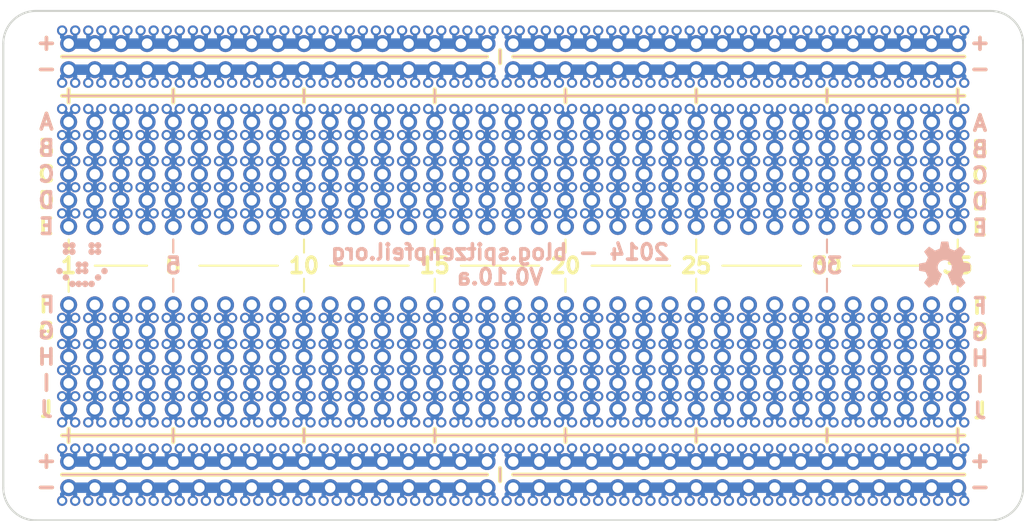
<source format=kicad_pcb>
(kicad_pcb (version 3) (host pcbnew "(2014-06-03 BZR 4917)-product")
  (title_block (title High-density-proto-board) (date "11 Jun 2014") (rev 0.10.a) (company "2014 - blog.spitzenpfeil.org"))
  (layers (15 Front signal) (0 Back signal) (20 B.SilkS user) (21 F.SilkS user) (22 B.Mask user) (23 F.Mask user) (28 Edge.Cuts user))
  (net 0 "")
  (module my_parts:MADW__SIL-1 (layer Front) (at 22.86 66.04)
    (fp_text reference P? hide)
    (fp_text value VAL** hide)
  )
  (module my_parts:MADW__SIL-1 (layer Front) (at 117 88.9)
    (fp_text reference P? hide)
    (fp_text value VAL** hide)
    (pad "" np_thru_hole circle (at 0 0) (size 3.2 3.2) (drill 3.2) (layers *.Cu *.Mask))
  )
  (module my_parts:MADW__SIL-1 (layer Front) (at 24 88.9)
    (fp_text reference P? hide)
    (fp_text value VAL** hide)
    (pad "" np_thru_hole circle (at 0 0) (size 3.2 3.2) (drill 3.2) (layers *.Cu *.Mask))
  )
  (module my_parts:MADW__SIL-8-1.27mm (layer Front) (at 71.755 81.28)
    (fp_text reference P? hide)
    (fp_text value VAL** hide)
    (pad 1 thru_hole circle (at -4.445 0) (size 1 1) (drill 0.6) (layers *.Cu *.Mask))
    (pad 2 thru_hole circle (at -3.175 0) (size 1 1) (drill 0.6) (layers *.Cu *.Mask))
    (pad 3 thru_hole circle (at -1.905 0) (size 1 1) (drill 0.6) (layers *.Cu *.Mask))
    (pad 4 thru_hole circle (at -0.635 0) (size 1 1) (drill 0.6) (layers *.Cu *.Mask))
    (pad 5 thru_hole circle (at 0.635 0) (size 1 1) (drill 0.6) (layers *.Cu *.Mask))
    (pad 6 thru_hole circle (at 1.905 0) (size 1 1) (drill 0.6) (layers *.Cu *.Mask))
    (pad 7 thru_hole circle (at 3.175 0) (size 1 1) (drill 0.6) (layers *.Cu *.Mask))
    (pad 8 thru_hole circle (at 4.445 0) (size 1 1) (drill 0.6) (layers *.Cu *.Mask))
  )
  (module my_parts:MADW__SIL-8 (layer Front) (at 97.155 97.79)
    (fp_text reference P? hide)
    (fp_text value VAL** hide)
    (pad 1 thru_hole circle (at -8.89 0) (size 1.65 1.65) (drill 1.016) (layers *.Cu *.Mask))
    (pad 2 thru_hole circle (at -6.35 0) (size 1.65 1.65) (drill 1.016) (layers *.Cu *.Mask))
    (pad 3 thru_hole circle (at -3.81 0) (size 1.65 1.65) (drill 1.016) (layers *.Cu *.Mask))
    (pad 4 thru_hole circle (at -1.27 0) (size 1.65 1.65) (drill 1.016) (layers *.Cu *.Mask))
    (pad 5 thru_hole circle (at 1.27 0) (size 1.65 1.65) (drill 1.016) (layers *.Cu *.Mask))
    (pad 6 thru_hole circle (at 3.81 0) (size 1.65 1.65) (drill 1.016) (layers *.Cu *.Mask))
    (pad 7 thru_hole circle (at 6.35 0) (size 1.65 1.65) (drill 1.016) (layers *.Cu *.Mask))
    (pad 8 thru_hole circle (at 8.89 0) (size 1.65 1.65) (drill 1.016) (layers *.Cu *.Mask))
  )
  (module my_parts:MADW__SIL-8 (layer Front) (at 76.835 97.79)
    (fp_text reference P? hide)
    (fp_text value VAL** hide)
    (pad 1 thru_hole circle (at -8.89 0) (size 1.65 1.65) (drill 1.016) (layers *.Cu *.Mask))
    (pad 2 thru_hole circle (at -6.35 0) (size 1.65 1.65) (drill 1.016) (layers *.Cu *.Mask))
    (pad 3 thru_hole circle (at -3.81 0) (size 1.65 1.65) (drill 1.016) (layers *.Cu *.Mask))
    (pad 4 thru_hole circle (at -1.27 0) (size 1.65 1.65) (drill 1.016) (layers *.Cu *.Mask))
    (pad 5 thru_hole circle (at 1.27 0) (size 1.65 1.65) (drill 1.016) (layers *.Cu *.Mask))
    (pad 6 thru_hole circle (at 3.81 0) (size 1.65 1.65) (drill 1.016) (layers *.Cu *.Mask))
    (pad 7 thru_hole circle (at 6.35 0) (size 1.65 1.65) (drill 1.016) (layers *.Cu *.Mask))
    (pad 8 thru_hole circle (at 8.89 0) (size 1.65 1.65) (drill 1.016) (layers *.Cu *.Mask))
  )
  (module my_parts:MADW__SIL-8 (layer Front) (at 36.195 102.87)
    (fp_text reference P? hide)
    (fp_text value VAL** hide)
    (pad 1 thru_hole circle (at -8.89 0) (size 1.65 1.65) (drill 1.016) (layers *.Cu *.Mask))
    (pad 2 thru_hole circle (at -6.35 0) (size 1.65 1.65) (drill 1.016) (layers *.Cu *.Mask))
    (pad 3 thru_hole circle (at -3.81 0) (size 1.65 1.65) (drill 1.016) (layers *.Cu *.Mask))
    (pad 4 thru_hole circle (at -1.27 0) (size 1.65 1.65) (drill 1.016) (layers *.Cu *.Mask))
    (pad 5 thru_hole circle (at 1.27 0) (size 1.65 1.65) (drill 1.016) (layers *.Cu *.Mask))
    (pad 6 thru_hole circle (at 3.81 0) (size 1.65 1.65) (drill 1.016) (layers *.Cu *.Mask))
    (pad 7 thru_hole circle (at 6.35 0) (size 1.65 1.65) (drill 1.016) (layers *.Cu *.Mask))
    (pad 8 thru_hole circle (at 8.89 0) (size 1.65 1.65) (drill 1.016) (layers *.Cu *.Mask))
  )
  (module my_parts:MADW__SIL-8 (layer Front) (at 97.155 80.01)
    (fp_text reference P? hide)
    (fp_text value VAL** hide)
    (pad 1 thru_hole circle (at -8.89 0) (size 1.65 1.65) (drill 1.016) (layers *.Cu *.Mask))
    (pad 2 thru_hole circle (at -6.35 0) (size 1.65 1.65) (drill 1.016) (layers *.Cu *.Mask))
    (pad 3 thru_hole circle (at -3.81 0) (size 1.65 1.65) (drill 1.016) (layers *.Cu *.Mask))
    (pad 4 thru_hole circle (at -1.27 0) (size 1.65 1.65) (drill 1.016) (layers *.Cu *.Mask))
    (pad 5 thru_hole circle (at 1.27 0) (size 1.65 1.65) (drill 1.016) (layers *.Cu *.Mask))
    (pad 6 thru_hole circle (at 3.81 0) (size 1.65 1.65) (drill 1.016) (layers *.Cu *.Mask))
    (pad 7 thru_hole circle (at 6.35 0) (size 1.65 1.65) (drill 1.016) (layers *.Cu *.Mask))
    (pad 8 thru_hole circle (at 8.89 0) (size 1.65 1.65) (drill 1.016) (layers *.Cu *.Mask))
  )
  (module my_parts:MADW__SIL-8 (layer Front) (at 76.835 77.47)
    (fp_text reference P? hide)
    (fp_text value VAL** hide)
    (pad 1 thru_hole circle (at -8.89 0) (size 1.65 1.65) (drill 1.016) (layers *.Cu *.Mask))
    (pad 2 thru_hole circle (at -6.35 0) (size 1.65 1.65) (drill 1.016) (layers *.Cu *.Mask))
    (pad 3 thru_hole circle (at -3.81 0) (size 1.65 1.65) (drill 1.016) (layers *.Cu *.Mask))
    (pad 4 thru_hole circle (at -1.27 0) (size 1.65 1.65) (drill 1.016) (layers *.Cu *.Mask))
    (pad 5 thru_hole circle (at 1.27 0) (size 1.65 1.65) (drill 1.016) (layers *.Cu *.Mask))
    (pad 6 thru_hole circle (at 3.81 0) (size 1.65 1.65) (drill 1.016) (layers *.Cu *.Mask))
    (pad 7 thru_hole circle (at 6.35 0) (size 1.65 1.65) (drill 1.016) (layers *.Cu *.Mask))
    (pad 8 thru_hole circle (at 8.89 0) (size 1.65 1.65) (drill 1.016) (layers *.Cu *.Mask))
  )
  (module my_parts:MADW__SIL-8 (layer Front) (at 56.515 77.47)
    (fp_text reference P? hide)
    (fp_text value VAL** hide)
    (pad 1 thru_hole circle (at -8.89 0) (size 1.65 1.65) (drill 1.016) (layers *.Cu *.Mask))
    (pad 2 thru_hole circle (at -6.35 0) (size 1.65 1.65) (drill 1.016) (layers *.Cu *.Mask))
    (pad 3 thru_hole circle (at -3.81 0) (size 1.65 1.65) (drill 1.016) (layers *.Cu *.Mask))
    (pad 4 thru_hole circle (at -1.27 0) (size 1.65 1.65) (drill 1.016) (layers *.Cu *.Mask))
    (pad 5 thru_hole circle (at 1.27 0) (size 1.65 1.65) (drill 1.016) (layers *.Cu *.Mask))
    (pad 6 thru_hole circle (at 3.81 0) (size 1.65 1.65) (drill 1.016) (layers *.Cu *.Mask))
    (pad 7 thru_hole circle (at 6.35 0) (size 1.65 1.65) (drill 1.016) (layers *.Cu *.Mask))
    (pad 8 thru_hole circle (at 8.89 0) (size 1.65 1.65) (drill 1.016) (layers *.Cu *.Mask))
  )
  (module my_parts:MADW__SIL-8 (layer Front) (at 111.125 82.55)
    (fp_text reference P? hide)
    (fp_text value VAL** hide)
    (pad 1 thru_hole circle (at -2.54 0) (size 1.65 1.65) (drill 1.016) (layers *.Cu *.Mask))
    (pad 2 thru_hole circle (at 0 0) (size 1.65 1.65) (drill 1.016) (layers *.Cu *.Mask))
    (pad 3 thru_hole circle (at 2.54 0) (size 1.65 1.65) (drill 1.016) (layers *.Cu *.Mask))
  )
  (module my_parts:MADW__SIL-8 (layer Front) (at 111.125 80.01)
    (fp_text reference P? hide)
    (fp_text value VAL** hide)
    (pad 1 thru_hole circle (at -2.54 0) (size 1.65 1.65) (drill 1.016) (layers *.Cu *.Mask))
    (pad 2 thru_hole circle (at 0 0) (size 1.65 1.65) (drill 1.016) (layers *.Cu *.Mask))
    (pad 3 thru_hole circle (at 2.54 0) (size 1.65 1.65) (drill 1.016) (layers *.Cu *.Mask))
  )
  (module my_parts:MADW__SIL-8 (layer Front) (at 111.125 77.47)
    (fp_text reference P? hide)
    (fp_text value VAL** hide)
    (pad 1 thru_hole circle (at -2.54 0) (size 1.65 1.65) (drill 1.016) (layers *.Cu *.Mask))
    (pad 2 thru_hole circle (at 0 0) (size 1.65 1.65) (drill 1.016) (layers *.Cu *.Mask))
    (pad 3 thru_hole circle (at 2.54 0) (size 1.65 1.65) (drill 1.016) (layers *.Cu *.Mask))
  )
  (module my_parts:MADW__SIL-8 (layer Front) (at 111.125 74.93)
    (fp_text reference P? hide)
    (fp_text value VAL** hide)
    (pad 1 thru_hole circle (at -2.54 0) (size 1.65 1.65) (drill 1.016) (layers *.Cu *.Mask))
    (pad 2 thru_hole circle (at 0 0) (size 1.65 1.65) (drill 1.016) (layers *.Cu *.Mask))
    (pad 3 thru_hole circle (at 2.54 0) (size 1.65 1.65) (drill 1.016) (layers *.Cu *.Mask))
  )
  (module my_parts:MADW__SIL-8 (layer Front) (at 111.125 69.85)
    (fp_text reference P? hide)
    (fp_text value VAL** hide)
    (pad 1 thru_hole circle (at -2.54 0) (size 1.65 1.65) (drill 1.016) (layers *.Cu *.Mask))
    (pad 2 thru_hole circle (at 0 0) (size 1.65 1.65) (drill 1.016) (layers *.Cu *.Mask))
    (pad 3 thru_hole circle (at 2.54 0) (size 1.65 1.65) (drill 1.016) (layers *.Cu *.Mask))
  )
  (module my_parts:MADW__SIL-8 (layer Front) (at 111.125 67.31)
    (fp_text reference P? hide)
    (fp_text value VAL** hide)
    (pad 1 thru_hole circle (at -2.54 0) (size 1.65 1.65) (drill 1.016) (layers *.Cu *.Mask))
    (pad 2 thru_hole circle (at 0 0) (size 1.65 1.65) (drill 1.016) (layers *.Cu *.Mask))
    (pad 3 thru_hole circle (at 2.54 0) (size 1.65 1.65) (drill 1.016) (layers *.Cu *.Mask))
  )
  (module my_parts:MADW__SIL-8 (layer Front) (at 111.125 85.09)
    (fp_text reference P? hide)
    (fp_text value VAL** hide)
    (pad 1 thru_hole circle (at -2.54 0) (size 1.65 1.65) (drill 1.016) (layers *.Cu *.Mask))
    (pad 2 thru_hole circle (at 0 0) (size 1.65 1.65) (drill 1.016) (layers *.Cu *.Mask))
    (pad 3 thru_hole circle (at 2.54 0) (size 1.65 1.65) (drill 1.016) (layers *.Cu *.Mask))
  )
  (module my_parts:MADW__SIL-8 (layer Front) (at 111.125 102.87)
    (fp_text reference P? hide)
    (fp_text value VAL** hide)
    (pad 1 thru_hole circle (at -2.54 0) (size 1.65 1.65) (drill 1.016) (layers *.Cu *.Mask))
    (pad 2 thru_hole circle (at 0 0) (size 1.65 1.65) (drill 1.016) (layers *.Cu *.Mask))
    (pad 3 thru_hole circle (at 2.54 0) (size 1.65 1.65) (drill 1.016) (layers *.Cu *.Mask))
  )
  (module my_parts:MADW__SIL-8 (layer Front) (at 111.125 100.33)
    (fp_text reference P? hide)
    (fp_text value VAL** hide)
    (pad 1 thru_hole circle (at -2.54 0) (size 1.65 1.65) (drill 1.016) (layers *.Cu *.Mask))
    (pad 2 thru_hole circle (at 0 0) (size 1.65 1.65) (drill 1.016) (layers *.Cu *.Mask))
    (pad 3 thru_hole circle (at 2.54 0) (size 1.65 1.65) (drill 1.016) (layers *.Cu *.Mask))
  )
  (module my_parts:MADW__SIL-8 (layer Front) (at 111.125 97.79)
    (fp_text reference P? hide)
    (fp_text value VAL** hide)
    (pad 1 thru_hole circle (at -2.54 0) (size 1.65 1.65) (drill 1.016) (layers *.Cu *.Mask))
    (pad 2 thru_hole circle (at 0 0) (size 1.65 1.65) (drill 1.016) (layers *.Cu *.Mask))
    (pad 3 thru_hole circle (at 2.54 0) (size 1.65 1.65) (drill 1.016) (layers *.Cu *.Mask))
  )
  (module my_parts:MADW__SIL-8 (layer Front) (at 111.125 95.25)
    (fp_text reference P? hide)
    (fp_text value VAL** hide)
    (pad 1 thru_hole circle (at -2.54 0) (size 1.65 1.65) (drill 1.016) (layers *.Cu *.Mask))
    (pad 2 thru_hole circle (at 0 0) (size 1.65 1.65) (drill 1.016) (layers *.Cu *.Mask))
    (pad 3 thru_hole circle (at 2.54 0) (size 1.65 1.65) (drill 1.016) (layers *.Cu *.Mask))
  )
  (module my_parts:MADW__SIL-8 (layer Front) (at 111.125 92.71)
    (fp_text reference P? hide)
    (fp_text value VAL** hide)
    (pad 1 thru_hole circle (at -2.54 0) (size 1.65 1.65) (drill 1.016) (layers *.Cu *.Mask))
    (pad 2 thru_hole circle (at 0 0) (size 1.65 1.65) (drill 1.016) (layers *.Cu *.Mask))
    (pad 3 thru_hole circle (at 2.54 0) (size 1.65 1.65) (drill 1.016) (layers *.Cu *.Mask))
  )
  (module my_parts:MADW__SIL-8 (layer Front) (at 111.125 110.49)
    (fp_text reference P? hide)
    (fp_text value VAL** hide)
    (pad 1 thru_hole circle (at -2.54 0) (size 1.65 1.65) (drill 1.016) (layers *.Cu *.Mask))
    (pad 2 thru_hole circle (at 0 0) (size 1.65 1.65) (drill 1.016) (layers *.Cu *.Mask))
    (pad 3 thru_hole circle (at 2.54 0) (size 1.65 1.65) (drill 1.016) (layers *.Cu *.Mask))
  )
  (module my_parts:MADW__SIL-8 (layer Front) (at 111.125 107.95)
    (fp_text reference P? hide)
    (fp_text value VAL** hide)
    (pad 1 thru_hole circle (at -2.54 0) (size 1.65 1.65) (drill 1.016) (layers *.Cu *.Mask))
    (pad 2 thru_hole circle (at 0 0) (size 1.65 1.65) (drill 1.016) (layers *.Cu *.Mask))
    (pad 3 thru_hole circle (at 2.54 0) (size 1.65 1.65) (drill 1.016) (layers *.Cu *.Mask))
  )
  (module my_parts:MADW__SIL-8-1.27mm (layer Front) (at 112.395 66.04)
    (fp_text reference P? hide)
    (fp_text value VAL** hide)
    (pad 1 thru_hole circle (at -4.445 0) (size 1 1) (drill 0.6) (layers *.Cu *.Mask))
    (pad 2 thru_hole circle (at -3.175 0) (size 1 1) (drill 0.6) (layers *.Cu *.Mask))
    (pad 3 thru_hole circle (at -1.905 0) (size 1 1) (drill 0.6) (layers *.Cu *.Mask))
    (pad 4 thru_hole circle (at -0.635 0) (size 1 1) (drill 0.6) (layers *.Cu *.Mask))
    (pad 5 thru_hole circle (at 0.635 0) (size 1 1) (drill 0.6) (layers *.Cu *.Mask))
    (pad 6 thru_hole circle (at 1.905 0) (size 1 1) (drill 0.6) (layers *.Cu *.Mask))
  )
  (module my_parts:MADW__SIL-8-1.27mm (layer Front) (at 112.395 71.12)
    (fp_text reference P? hide)
    (fp_text value VAL** hide)
    (pad 1 thru_hole circle (at -4.445 0) (size 1 1) (drill 0.6) (layers *.Cu *.Mask))
    (pad 2 thru_hole circle (at -3.175 0) (size 1 1) (drill 0.6) (layers *.Cu *.Mask))
    (pad 3 thru_hole circle (at -1.905 0) (size 1 1) (drill 0.6) (layers *.Cu *.Mask))
    (pad 4 thru_hole circle (at -0.635 0) (size 1 1) (drill 0.6) (layers *.Cu *.Mask))
    (pad 5 thru_hole circle (at 0.635 0) (size 1 1) (drill 0.6) (layers *.Cu *.Mask))
    (pad 6 thru_hole circle (at 1.905 0) (size 1 1) (drill 0.6) (layers *.Cu *.Mask))
  )
  (module my_parts:MADW__SIL-8-1.27mm (layer Front) (at 112.395 73.66)
    (fp_text reference P? hide)
    (fp_text value VAL** hide)
    (pad 1 thru_hole circle (at -4.445 0) (size 1 1) (drill 0.6) (layers *.Cu *.Mask))
    (pad 2 thru_hole circle (at -3.175 0) (size 1 1) (drill 0.6) (layers *.Cu *.Mask))
    (pad 3 thru_hole circle (at -1.905 0) (size 1 1) (drill 0.6) (layers *.Cu *.Mask))
    (pad 4 thru_hole circle (at -0.635 0) (size 1 1) (drill 0.6) (layers *.Cu *.Mask))
    (pad 5 thru_hole circle (at 0.635 0) (size 1 1) (drill 0.6) (layers *.Cu *.Mask))
    (pad 6 thru_hole circle (at 1.905 0) (size 1 1) (drill 0.6) (layers *.Cu *.Mask))
  )
  (module my_parts:MADW__SIL-8-1.27mm (layer Front) (at 112.395 76.2)
    (fp_text reference P? hide)
    (fp_text value VAL** hide)
    (pad 1 thru_hole circle (at -4.445 0) (size 1 1) (drill 0.6) (layers *.Cu *.Mask))
    (pad 2 thru_hole circle (at -3.175 0) (size 1 1) (drill 0.6) (layers *.Cu *.Mask))
    (pad 3 thru_hole circle (at -1.905 0) (size 1 1) (drill 0.6) (layers *.Cu *.Mask))
    (pad 4 thru_hole circle (at -0.635 0) (size 1 1) (drill 0.6) (layers *.Cu *.Mask))
    (pad 5 thru_hole circle (at 0.635 0) (size 1 1) (drill 0.6) (layers *.Cu *.Mask))
    (pad 6 thru_hole circle (at 1.905 0) (size 1 1) (drill 0.6) (layers *.Cu *.Mask))
  )
  (module my_parts:MADW__SIL-8-1.27mm (layer Front) (at 112.395 78.74)
    (fp_text reference P? hide)
    (fp_text value VAL** hide)
    (pad 1 thru_hole circle (at -4.445 0) (size 1 1) (drill 0.6) (layers *.Cu *.Mask))
    (pad 2 thru_hole circle (at -3.175 0) (size 1 1) (drill 0.6) (layers *.Cu *.Mask))
    (pad 3 thru_hole circle (at -1.905 0) (size 1 1) (drill 0.6) (layers *.Cu *.Mask))
    (pad 4 thru_hole circle (at -0.635 0) (size 1 1) (drill 0.6) (layers *.Cu *.Mask))
    (pad 5 thru_hole circle (at 0.635 0) (size 1 1) (drill 0.6) (layers *.Cu *.Mask))
    (pad 6 thru_hole circle (at 1.905 0) (size 1 1) (drill 0.6) (layers *.Cu *.Mask))
  )
  (module my_parts:MADW__SIL-8-1.27mm (layer Front) (at 112.395 81.28)
    (fp_text reference P? hide)
    (fp_text value VAL** hide)
    (pad 1 thru_hole circle (at -4.445 0) (size 1 1) (drill 0.6) (layers *.Cu *.Mask))
    (pad 2 thru_hole circle (at -3.175 0) (size 1 1) (drill 0.6) (layers *.Cu *.Mask))
    (pad 3 thru_hole circle (at -1.905 0) (size 1 1) (drill 0.6) (layers *.Cu *.Mask))
    (pad 4 thru_hole circle (at -0.635 0) (size 1 1) (drill 0.6) (layers *.Cu *.Mask))
    (pad 5 thru_hole circle (at 0.635 0) (size 1 1) (drill 0.6) (layers *.Cu *.Mask))
    (pad 6 thru_hole circle (at 1.905 0) (size 1 1) (drill 0.6) (layers *.Cu *.Mask))
  )
  (module my_parts:MADW__SIL-8-1.27mm (layer Front) (at 112.395 83.82)
    (fp_text reference P? hide)
    (fp_text value VAL** hide)
    (pad 1 thru_hole circle (at -4.445 0) (size 1 1) (drill 0.6) (layers *.Cu *.Mask))
    (pad 2 thru_hole circle (at -3.175 0) (size 1 1) (drill 0.6) (layers *.Cu *.Mask))
    (pad 3 thru_hole circle (at -1.905 0) (size 1 1) (drill 0.6) (layers *.Cu *.Mask))
    (pad 4 thru_hole circle (at -0.635 0) (size 1 1) (drill 0.6) (layers *.Cu *.Mask))
    (pad 5 thru_hole circle (at 0.635 0) (size 1 1) (drill 0.6) (layers *.Cu *.Mask))
    (pad 6 thru_hole circle (at 1.905 0) (size 1 1) (drill 0.6) (layers *.Cu *.Mask))
  )
  (module my_parts:MADW__SIL-8-1.27mm (layer Front) (at 112.395 111.76)
    (fp_text reference P? hide)
    (fp_text value VAL** hide)
    (pad 1 thru_hole circle (at -4.445 0) (size 1 1) (drill 0.6) (layers *.Cu *.Mask))
    (pad 2 thru_hole circle (at -3.175 0) (size 1 1) (drill 0.6) (layers *.Cu *.Mask))
    (pad 3 thru_hole circle (at -1.905 0) (size 1 1) (drill 0.6) (layers *.Cu *.Mask))
    (pad 4 thru_hole circle (at -0.635 0) (size 1 1) (drill 0.6) (layers *.Cu *.Mask))
    (pad 5 thru_hole circle (at 0.635 0) (size 1 1) (drill 0.6) (layers *.Cu *.Mask))
    (pad 6 thru_hole circle (at 1.905 0) (size 1 1) (drill 0.6) (layers *.Cu *.Mask))
  )
  (module my_parts:MADW__SIL-8-1.27mm (layer Front) (at 112.395 106.68)
    (fp_text reference P? hide)
    (fp_text value VAL** hide)
    (pad 1 thru_hole circle (at -4.445 0) (size 1 1) (drill 0.6) (layers *.Cu *.Mask))
    (pad 2 thru_hole circle (at -3.175 0) (size 1 1) (drill 0.6) (layers *.Cu *.Mask))
    (pad 3 thru_hole circle (at -1.905 0) (size 1 1) (drill 0.6) (layers *.Cu *.Mask))
    (pad 4 thru_hole circle (at -0.635 0) (size 1 1) (drill 0.6) (layers *.Cu *.Mask))
    (pad 5 thru_hole circle (at 0.635 0) (size 1 1) (drill 0.6) (layers *.Cu *.Mask))
    (pad 6 thru_hole circle (at 1.905 0) (size 1 1) (drill 0.6) (layers *.Cu *.Mask))
  )
  (module my_parts:MADW__SIL-8-1.27mm (layer Front) (at 112.395 104.14)
    (fp_text reference P? hide)
    (fp_text value VAL** hide)
    (pad 1 thru_hole circle (at -4.445 0) (size 1 1) (drill 0.6) (layers *.Cu *.Mask))
    (pad 2 thru_hole circle (at -3.175 0) (size 1 1) (drill 0.6) (layers *.Cu *.Mask))
    (pad 3 thru_hole circle (at -1.905 0) (size 1 1) (drill 0.6) (layers *.Cu *.Mask))
    (pad 4 thru_hole circle (at -0.635 0) (size 1 1) (drill 0.6) (layers *.Cu *.Mask))
    (pad 5 thru_hole circle (at 0.635 0) (size 1 1) (drill 0.6) (layers *.Cu *.Mask))
    (pad 6 thru_hole circle (at 1.905 0) (size 1 1) (drill 0.6) (layers *.Cu *.Mask))
  )
  (module my_parts:MADW__SIL-8-1.27mm (layer Front) (at 112.395 101.6)
    (fp_text reference P? hide)
    (fp_text value VAL** hide)
    (pad 1 thru_hole circle (at -4.445 0) (size 1 1) (drill 0.6) (layers *.Cu *.Mask))
    (pad 2 thru_hole circle (at -3.175 0) (size 1 1) (drill 0.6) (layers *.Cu *.Mask))
    (pad 3 thru_hole circle (at -1.905 0) (size 1 1) (drill 0.6) (layers *.Cu *.Mask))
    (pad 4 thru_hole circle (at -0.635 0) (size 1 1) (drill 0.6) (layers *.Cu *.Mask))
    (pad 5 thru_hole circle (at 0.635 0) (size 1 1) (drill 0.6) (layers *.Cu *.Mask))
    (pad 6 thru_hole circle (at 1.905 0) (size 1 1) (drill 0.6) (layers *.Cu *.Mask))
  )
  (module my_parts:MADW__SIL-8-1.27mm (layer Front) (at 112.395 99.06)
    (fp_text reference P? hide)
    (fp_text value VAL** hide)
    (pad 1 thru_hole circle (at -4.445 0) (size 1 1) (drill 0.6) (layers *.Cu *.Mask))
    (pad 2 thru_hole circle (at -3.175 0) (size 1 1) (drill 0.6) (layers *.Cu *.Mask))
    (pad 3 thru_hole circle (at -1.905 0) (size 1 1) (drill 0.6) (layers *.Cu *.Mask))
    (pad 4 thru_hole circle (at -0.635 0) (size 1 1) (drill 0.6) (layers *.Cu *.Mask))
    (pad 5 thru_hole circle (at 0.635 0) (size 1 1) (drill 0.6) (layers *.Cu *.Mask))
    (pad 6 thru_hole circle (at 1.905 0) (size 1 1) (drill 0.6) (layers *.Cu *.Mask))
  )
  (module my_parts:MADW__SIL-8-1.27mm (layer Front) (at 112.395 96.52)
    (fp_text reference P? hide)
    (fp_text value VAL** hide)
    (pad 1 thru_hole circle (at -4.445 0) (size 1 1) (drill 0.6) (layers *.Cu *.Mask))
    (pad 2 thru_hole circle (at -3.175 0) (size 1 1) (drill 0.6) (layers *.Cu *.Mask))
    (pad 3 thru_hole circle (at -1.905 0) (size 1 1) (drill 0.6) (layers *.Cu *.Mask))
    (pad 4 thru_hole circle (at -0.635 0) (size 1 1) (drill 0.6) (layers *.Cu *.Mask))
    (pad 5 thru_hole circle (at 0.635 0) (size 1 1) (drill 0.6) (layers *.Cu *.Mask))
    (pad 6 thru_hole circle (at 1.905 0) (size 1 1) (drill 0.6) (layers *.Cu *.Mask))
  )
  (module my_parts:MADW__SIL-8-1.27mm (layer Front) (at 112.395 93.98)
    (fp_text reference P? hide)
    (fp_text value VAL** hide)
    (pad 1 thru_hole circle (at -4.445 0) (size 1 1) (drill 0.6) (layers *.Cu *.Mask))
    (pad 2 thru_hole circle (at -3.175 0) (size 1 1) (drill 0.6) (layers *.Cu *.Mask))
    (pad 3 thru_hole circle (at -1.905 0) (size 1 1) (drill 0.6) (layers *.Cu *.Mask))
    (pad 4 thru_hole circle (at -0.635 0) (size 1 1) (drill 0.6) (layers *.Cu *.Mask))
    (pad 5 thru_hole circle (at 0.635 0) (size 1 1) (drill 0.6) (layers *.Cu *.Mask))
    (pad 6 thru_hole circle (at 1.905 0) (size 1 1) (drill 0.6) (layers *.Cu *.Mask))
  )
  (module my_parts:MADW__SIL-8-1.27mm (layer Front) (at 81.915 73.66)
    (fp_text reference P? hide)
    (fp_text value VAL** hide)
    (pad 1 thru_hole circle (at -4.445 0) (size 1 1) (drill 0.6) (layers *.Cu *.Mask))
    (pad 2 thru_hole circle (at -3.175 0) (size 1 1) (drill 0.6) (layers *.Cu *.Mask))
    (pad 3 thru_hole circle (at -1.905 0) (size 1 1) (drill 0.6) (layers *.Cu *.Mask))
    (pad 4 thru_hole circle (at -0.635 0) (size 1 1) (drill 0.6) (layers *.Cu *.Mask))
    (pad 5 thru_hole circle (at 0.635 0) (size 1 1) (drill 0.6) (layers *.Cu *.Mask))
    (pad 6 thru_hole circle (at 1.905 0) (size 1 1) (drill 0.6) (layers *.Cu *.Mask))
    (pad 7 thru_hole circle (at 3.175 0) (size 1 1) (drill 0.6) (layers *.Cu *.Mask))
    (pad 8 thru_hole circle (at 4.445 0) (size 1 1) (drill 0.6) (layers *.Cu *.Mask))
  )
  (module my_parts:MADW__SIL-8 (layer Front) (at 76.835 85.09)
    (fp_text reference P? hide)
    (fp_text value VAL** hide)
    (pad 1 thru_hole circle (at -8.89 0) (size 1.65 1.65) (drill 1.016) (layers *.Cu *.Mask))
    (pad 2 thru_hole circle (at -6.35 0) (size 1.65 1.65) (drill 1.016) (layers *.Cu *.Mask))
    (pad 3 thru_hole circle (at -3.81 0) (size 1.65 1.65) (drill 1.016) (layers *.Cu *.Mask))
    (pad 4 thru_hole circle (at -1.27 0) (size 1.65 1.65) (drill 1.016) (layers *.Cu *.Mask))
    (pad 5 thru_hole circle (at 1.27 0) (size 1.65 1.65) (drill 1.016) (layers *.Cu *.Mask))
    (pad 6 thru_hole circle (at 3.81 0) (size 1.65 1.65) (drill 1.016) (layers *.Cu *.Mask))
    (pad 7 thru_hole circle (at 6.35 0) (size 1.65 1.65) (drill 1.016) (layers *.Cu *.Mask))
    (pad 8 thru_hole circle (at 8.89 0) (size 1.65 1.65) (drill 1.016) (layers *.Cu *.Mask))
  )
  (module my_parts:MADW__SIL-8 (layer Front) (at 76.835 74.93)
    (fp_text reference P? hide)
    (fp_text value VAL** hide)
    (pad 1 thru_hole circle (at -8.89 0) (size 1.65 1.65) (drill 1.016) (layers *.Cu *.Mask))
    (pad 2 thru_hole circle (at -6.35 0) (size 1.65 1.65) (drill 1.016) (layers *.Cu *.Mask))
    (pad 3 thru_hole circle (at -3.81 0) (size 1.65 1.65) (drill 1.016) (layers *.Cu *.Mask))
    (pad 4 thru_hole circle (at -1.27 0) (size 1.65 1.65) (drill 1.016) (layers *.Cu *.Mask))
    (pad 5 thru_hole circle (at 1.27 0) (size 1.65 1.65) (drill 1.016) (layers *.Cu *.Mask))
    (pad 6 thru_hole circle (at 3.81 0) (size 1.65 1.65) (drill 1.016) (layers *.Cu *.Mask))
    (pad 7 thru_hole circle (at 6.35 0) (size 1.65 1.65) (drill 1.016) (layers *.Cu *.Mask))
    (pad 8 thru_hole circle (at 8.89 0) (size 1.65 1.65) (drill 1.016) (layers *.Cu *.Mask))
  )
  (module my_parts:MADW__SIL-8 (layer Front) (at 76.835 80.01)
    (fp_text reference P? hide)
    (fp_text value VAL** hide)
    (pad 1 thru_hole circle (at -8.89 0) (size 1.65 1.65) (drill 1.016) (layers *.Cu *.Mask))
    (pad 2 thru_hole circle (at -6.35 0) (size 1.65 1.65) (drill 1.016) (layers *.Cu *.Mask))
    (pad 3 thru_hole circle (at -3.81 0) (size 1.65 1.65) (drill 1.016) (layers *.Cu *.Mask))
    (pad 4 thru_hole circle (at -1.27 0) (size 1.65 1.65) (drill 1.016) (layers *.Cu *.Mask))
    (pad 5 thru_hole circle (at 1.27 0) (size 1.65 1.65) (drill 1.016) (layers *.Cu *.Mask))
    (pad 6 thru_hole circle (at 3.81 0) (size 1.65 1.65) (drill 1.016) (layers *.Cu *.Mask))
    (pad 7 thru_hole circle (at 6.35 0) (size 1.65 1.65) (drill 1.016) (layers *.Cu *.Mask))
    (pad 8 thru_hole circle (at 8.89 0) (size 1.65 1.65) (drill 1.016) (layers *.Cu *.Mask))
  )
  (module my_parts:MADW__SIL-8 (layer Front) (at 76.835 82.55)
    (fp_text reference P? hide)
    (fp_text value VAL** hide)
    (pad 1 thru_hole circle (at -8.89 0) (size 1.65 1.65) (drill 1.016) (layers *.Cu *.Mask))
    (pad 2 thru_hole circle (at -6.35 0) (size 1.65 1.65) (drill 1.016) (layers *.Cu *.Mask))
    (pad 3 thru_hole circle (at -3.81 0) (size 1.65 1.65) (drill 1.016) (layers *.Cu *.Mask))
    (pad 4 thru_hole circle (at -1.27 0) (size 1.65 1.65) (drill 1.016) (layers *.Cu *.Mask))
    (pad 5 thru_hole circle (at 1.27 0) (size 1.65 1.65) (drill 1.016) (layers *.Cu *.Mask))
    (pad 6 thru_hole circle (at 3.81 0) (size 1.65 1.65) (drill 1.016) (layers *.Cu *.Mask))
    (pad 7 thru_hole circle (at 6.35 0) (size 1.65 1.65) (drill 1.016) (layers *.Cu *.Mask))
    (pad 8 thru_hole circle (at 8.89 0) (size 1.65 1.65) (drill 1.016) (layers *.Cu *.Mask))
  )
  (module my_parts:MADW__SIL-8 (layer Front) (at 76.835 92.71)
    (fp_text reference P? hide)
    (fp_text value VAL** hide)
    (pad 1 thru_hole circle (at -8.89 0) (size 1.65 1.65) (drill 1.016) (layers *.Cu *.Mask))
    (pad 2 thru_hole circle (at -6.35 0) (size 1.65 1.65) (drill 1.016) (layers *.Cu *.Mask))
    (pad 3 thru_hole circle (at -3.81 0) (size 1.65 1.65) (drill 1.016) (layers *.Cu *.Mask))
    (pad 4 thru_hole circle (at -1.27 0) (size 1.65 1.65) (drill 1.016) (layers *.Cu *.Mask))
    (pad 5 thru_hole circle (at 1.27 0) (size 1.65 1.65) (drill 1.016) (layers *.Cu *.Mask))
    (pad 6 thru_hole circle (at 3.81 0) (size 1.65 1.65) (drill 1.016) (layers *.Cu *.Mask))
    (pad 7 thru_hole circle (at 6.35 0) (size 1.65 1.65) (drill 1.016) (layers *.Cu *.Mask))
    (pad 8 thru_hole circle (at 8.89 0) (size 1.65 1.65) (drill 1.016) (layers *.Cu *.Mask))
  )
  (module my_parts:MADW__SIL-8 (layer Front) (at 76.835 102.87)
    (fp_text reference P? hide)
    (fp_text value VAL** hide)
    (pad 1 thru_hole circle (at -8.89 0) (size 1.65 1.65) (drill 1.016) (layers *.Cu *.Mask))
    (pad 2 thru_hole circle (at -6.35 0) (size 1.65 1.65) (drill 1.016) (layers *.Cu *.Mask))
    (pad 3 thru_hole circle (at -3.81 0) (size 1.65 1.65) (drill 1.016) (layers *.Cu *.Mask))
    (pad 4 thru_hole circle (at -1.27 0) (size 1.65 1.65) (drill 1.016) (layers *.Cu *.Mask))
    (pad 5 thru_hole circle (at 1.27 0) (size 1.65 1.65) (drill 1.016) (layers *.Cu *.Mask))
    (pad 6 thru_hole circle (at 3.81 0) (size 1.65 1.65) (drill 1.016) (layers *.Cu *.Mask))
    (pad 7 thru_hole circle (at 6.35 0) (size 1.65 1.65) (drill 1.016) (layers *.Cu *.Mask))
    (pad 8 thru_hole circle (at 8.89 0) (size 1.65 1.65) (drill 1.016) (layers *.Cu *.Mask))
  )
  (module my_parts:MADW__SIL-8 (layer Front) (at 76.835 100.33)
    (fp_text reference P? hide)
    (fp_text value VAL** hide)
    (pad 1 thru_hole circle (at -8.89 0) (size 1.65 1.65) (drill 1.016) (layers *.Cu *.Mask))
    (pad 2 thru_hole circle (at -6.35 0) (size 1.65 1.65) (drill 1.016) (layers *.Cu *.Mask))
    (pad 3 thru_hole circle (at -3.81 0) (size 1.65 1.65) (drill 1.016) (layers *.Cu *.Mask))
    (pad 4 thru_hole circle (at -1.27 0) (size 1.65 1.65) (drill 1.016) (layers *.Cu *.Mask))
    (pad 5 thru_hole circle (at 1.27 0) (size 1.65 1.65) (drill 1.016) (layers *.Cu *.Mask))
    (pad 6 thru_hole circle (at 3.81 0) (size 1.65 1.65) (drill 1.016) (layers *.Cu *.Mask))
    (pad 7 thru_hole circle (at 6.35 0) (size 1.65 1.65) (drill 1.016) (layers *.Cu *.Mask))
    (pad 8 thru_hole circle (at 8.89 0) (size 1.65 1.65) (drill 1.016) (layers *.Cu *.Mask))
  )
  (module my_parts:MADW__SIL-8 (layer Front) (at 76.835 95.25)
    (fp_text reference P? hide)
    (fp_text value VAL** hide)
    (pad 1 thru_hole circle (at -8.89 0) (size 1.65 1.65) (drill 1.016) (layers *.Cu *.Mask))
    (pad 2 thru_hole circle (at -6.35 0) (size 1.65 1.65) (drill 1.016) (layers *.Cu *.Mask))
    (pad 3 thru_hole circle (at -3.81 0) (size 1.65 1.65) (drill 1.016) (layers *.Cu *.Mask))
    (pad 4 thru_hole circle (at -1.27 0) (size 1.65 1.65) (drill 1.016) (layers *.Cu *.Mask))
    (pad 5 thru_hole circle (at 1.27 0) (size 1.65 1.65) (drill 1.016) (layers *.Cu *.Mask))
    (pad 6 thru_hole circle (at 3.81 0) (size 1.65 1.65) (drill 1.016) (layers *.Cu *.Mask))
    (pad 7 thru_hole circle (at 6.35 0) (size 1.65 1.65) (drill 1.016) (layers *.Cu *.Mask))
    (pad 8 thru_hole circle (at 8.89 0) (size 1.65 1.65) (drill 1.016) (layers *.Cu *.Mask))
  )
  (module my_parts:MADW__SIL-8-1.27mm (layer Front) (at 71.755 73.66)
    (fp_text reference P? hide)
    (fp_text value VAL** hide)
    (pad 1 thru_hole circle (at -4.445 0) (size 1 1) (drill 0.6) (layers *.Cu *.Mask))
    (pad 2 thru_hole circle (at -3.175 0) (size 1 1) (drill 0.6) (layers *.Cu *.Mask))
    (pad 3 thru_hole circle (at -1.905 0) (size 1 1) (drill 0.6) (layers *.Cu *.Mask))
    (pad 4 thru_hole circle (at -0.635 0) (size 1 1) (drill 0.6) (layers *.Cu *.Mask))
    (pad 5 thru_hole circle (at 0.635 0) (size 1 1) (drill 0.6) (layers *.Cu *.Mask))
    (pad 6 thru_hole circle (at 1.905 0) (size 1 1) (drill 0.6) (layers *.Cu *.Mask))
    (pad 7 thru_hole circle (at 3.175 0) (size 1 1) (drill 0.6) (layers *.Cu *.Mask))
    (pad 8 thru_hole circle (at 4.445 0) (size 1 1) (drill 0.6) (layers *.Cu *.Mask))
  )
  (module my_parts:MADW__SIL-8-1.27mm (layer Front) (at 71.755 76.2)
    (fp_text reference P? hide)
    (fp_text value VAL** hide)
    (pad 1 thru_hole circle (at -4.445 0) (size 1 1) (drill 0.6) (layers *.Cu *.Mask))
    (pad 2 thru_hole circle (at -3.175 0) (size 1 1) (drill 0.6) (layers *.Cu *.Mask))
    (pad 3 thru_hole circle (at -1.905 0) (size 1 1) (drill 0.6) (layers *.Cu *.Mask))
    (pad 4 thru_hole circle (at -0.635 0) (size 1 1) (drill 0.6) (layers *.Cu *.Mask))
    (pad 5 thru_hole circle (at 0.635 0) (size 1 1) (drill 0.6) (layers *.Cu *.Mask))
    (pad 6 thru_hole circle (at 1.905 0) (size 1 1) (drill 0.6) (layers *.Cu *.Mask))
    (pad 7 thru_hole circle (at 3.175 0) (size 1 1) (drill 0.6) (layers *.Cu *.Mask))
    (pad 8 thru_hole circle (at 4.445 0) (size 1 1) (drill 0.6) (layers *.Cu *.Mask))
  )
  (module my_parts:MADW__SIL-8-1.27mm (layer Front) (at 71.755 78.74)
    (fp_text reference P? hide)
    (fp_text value VAL** hide)
    (pad 1 thru_hole circle (at -4.445 0) (size 1 1) (drill 0.6) (layers *.Cu *.Mask))
    (pad 2 thru_hole circle (at -3.175 0) (size 1 1) (drill 0.6) (layers *.Cu *.Mask))
    (pad 3 thru_hole circle (at -1.905 0) (size 1 1) (drill 0.6) (layers *.Cu *.Mask))
    (pad 4 thru_hole circle (at -0.635 0) (size 1 1) (drill 0.6) (layers *.Cu *.Mask))
    (pad 5 thru_hole circle (at 0.635 0) (size 1 1) (drill 0.6) (layers *.Cu *.Mask))
    (pad 6 thru_hole circle (at 1.905 0) (size 1 1) (drill 0.6) (layers *.Cu *.Mask))
    (pad 7 thru_hole circle (at 3.175 0) (size 1 1) (drill 0.6) (layers *.Cu *.Mask))
    (pad 8 thru_hole circle (at 4.445 0) (size 1 1) (drill 0.6) (layers *.Cu *.Mask))
  )
  (module my_parts:MADW__SIL-8-1.27mm (layer Front) (at 71.755 83.82)
    (fp_text reference P? hide)
    (fp_text value VAL** hide)
    (pad 1 thru_hole circle (at -4.445 0) (size 1 1) (drill 0.6) (layers *.Cu *.Mask))
    (pad 2 thru_hole circle (at -3.175 0) (size 1 1) (drill 0.6) (layers *.Cu *.Mask))
    (pad 3 thru_hole circle (at -1.905 0) (size 1 1) (drill 0.6) (layers *.Cu *.Mask))
    (pad 4 thru_hole circle (at -0.635 0) (size 1 1) (drill 0.6) (layers *.Cu *.Mask))
    (pad 5 thru_hole circle (at 0.635 0) (size 1 1) (drill 0.6) (layers *.Cu *.Mask))
    (pad 6 thru_hole circle (at 1.905 0) (size 1 1) (drill 0.6) (layers *.Cu *.Mask))
    (pad 7 thru_hole circle (at 3.175 0) (size 1 1) (drill 0.6) (layers *.Cu *.Mask))
    (pad 8 thru_hole circle (at 4.445 0) (size 1 1) (drill 0.6) (layers *.Cu *.Mask))
  )
  (module my_parts:MADW__SIL-8-1.27mm (layer Front) (at 71.755 93.98)
    (fp_text reference P? hide)
    (fp_text value VAL** hide)
    (pad 1 thru_hole circle (at -4.445 0) (size 1 1) (drill 0.6) (layers *.Cu *.Mask))
    (pad 2 thru_hole circle (at -3.175 0) (size 1 1) (drill 0.6) (layers *.Cu *.Mask))
    (pad 3 thru_hole circle (at -1.905 0) (size 1 1) (drill 0.6) (layers *.Cu *.Mask))
    (pad 4 thru_hole circle (at -0.635 0) (size 1 1) (drill 0.6) (layers *.Cu *.Mask))
    (pad 5 thru_hole circle (at 0.635 0) (size 1 1) (drill 0.6) (layers *.Cu *.Mask))
    (pad 6 thru_hole circle (at 1.905 0) (size 1 1) (drill 0.6) (layers *.Cu *.Mask))
    (pad 7 thru_hole circle (at 3.175 0) (size 1 1) (drill 0.6) (layers *.Cu *.Mask))
    (pad 8 thru_hole circle (at 4.445 0) (size 1 1) (drill 0.6) (layers *.Cu *.Mask))
  )
  (module my_parts:MADW__SIL-8-1.27mm (layer Front) (at 71.755 96.52)
    (fp_text reference P? hide)
    (fp_text value VAL** hide)
    (pad 1 thru_hole circle (at -4.445 0) (size 1 1) (drill 0.6) (layers *.Cu *.Mask))
    (pad 2 thru_hole circle (at -3.175 0) (size 1 1) (drill 0.6) (layers *.Cu *.Mask))
    (pad 3 thru_hole circle (at -1.905 0) (size 1 1) (drill 0.6) (layers *.Cu *.Mask))
    (pad 4 thru_hole circle (at -0.635 0) (size 1 1) (drill 0.6) (layers *.Cu *.Mask))
    (pad 5 thru_hole circle (at 0.635 0) (size 1 1) (drill 0.6) (layers *.Cu *.Mask))
    (pad 6 thru_hole circle (at 1.905 0) (size 1 1) (drill 0.6) (layers *.Cu *.Mask))
    (pad 7 thru_hole circle (at 3.175 0) (size 1 1) (drill 0.6) (layers *.Cu *.Mask))
    (pad 8 thru_hole circle (at 4.445 0) (size 1 1) (drill 0.6) (layers *.Cu *.Mask))
  )
  (module my_parts:MADW__SIL-8-1.27mm (layer Front) (at 71.755 99.06)
    (fp_text reference P? hide)
    (fp_text value VAL** hide)
    (pad 1 thru_hole circle (at -4.445 0) (size 1 1) (drill 0.6) (layers *.Cu *.Mask))
    (pad 2 thru_hole circle (at -3.175 0) (size 1 1) (drill 0.6) (layers *.Cu *.Mask))
    (pad 3 thru_hole circle (at -1.905 0) (size 1 1) (drill 0.6) (layers *.Cu *.Mask))
    (pad 4 thru_hole circle (at -0.635 0) (size 1 1) (drill 0.6) (layers *.Cu *.Mask))
    (pad 5 thru_hole circle (at 0.635 0) (size 1 1) (drill 0.6) (layers *.Cu *.Mask))
    (pad 6 thru_hole circle (at 1.905 0) (size 1 1) (drill 0.6) (layers *.Cu *.Mask))
    (pad 7 thru_hole circle (at 3.175 0) (size 1 1) (drill 0.6) (layers *.Cu *.Mask))
    (pad 8 thru_hole circle (at 4.445 0) (size 1 1) (drill 0.6) (layers *.Cu *.Mask))
  )
  (module my_parts:MADW__SIL-8-1.27mm (layer Front) (at 71.755 101.6)
    (fp_text reference P? hide)
    (fp_text value VAL** hide)
    (pad 1 thru_hole circle (at -4.445 0) (size 1 1) (drill 0.6) (layers *.Cu *.Mask))
    (pad 2 thru_hole circle (at -3.175 0) (size 1 1) (drill 0.6) (layers *.Cu *.Mask))
    (pad 3 thru_hole circle (at -1.905 0) (size 1 1) (drill 0.6) (layers *.Cu *.Mask))
    (pad 4 thru_hole circle (at -0.635 0) (size 1 1) (drill 0.6) (layers *.Cu *.Mask))
    (pad 5 thru_hole circle (at 0.635 0) (size 1 1) (drill 0.6) (layers *.Cu *.Mask))
    (pad 6 thru_hole circle (at 1.905 0) (size 1 1) (drill 0.6) (layers *.Cu *.Mask))
    (pad 7 thru_hole circle (at 3.175 0) (size 1 1) (drill 0.6) (layers *.Cu *.Mask))
    (pad 8 thru_hole circle (at 4.445 0) (size 1 1) (drill 0.6) (layers *.Cu *.Mask))
  )
  (module my_parts:MADW__SIL-8-1.27mm (layer Front) (at 71.755 104.14)
    (fp_text reference P? hide)
    (fp_text value VAL** hide)
    (pad 1 thru_hole circle (at -4.445 0) (size 1 1) (drill 0.6) (layers *.Cu *.Mask))
    (pad 2 thru_hole circle (at -3.175 0) (size 1 1) (drill 0.6) (layers *.Cu *.Mask))
    (pad 3 thru_hole circle (at -1.905 0) (size 1 1) (drill 0.6) (layers *.Cu *.Mask))
    (pad 4 thru_hole circle (at -0.635 0) (size 1 1) (drill 0.6) (layers *.Cu *.Mask))
    (pad 5 thru_hole circle (at 0.635 0) (size 1 1) (drill 0.6) (layers *.Cu *.Mask))
    (pad 6 thru_hole circle (at 1.905 0) (size 1 1) (drill 0.6) (layers *.Cu *.Mask))
    (pad 7 thru_hole circle (at 3.175 0) (size 1 1) (drill 0.6) (layers *.Cu *.Mask))
    (pad 8 thru_hole circle (at 4.445 0) (size 1 1) (drill 0.6) (layers *.Cu *.Mask))
  )
  (module my_parts:MADW__SIL-8-1.27mm (layer Front) (at 81.915 76.2)
    (fp_text reference P? hide)
    (fp_text value VAL** hide)
    (pad 1 thru_hole circle (at -4.445 0) (size 1 1) (drill 0.6) (layers *.Cu *.Mask))
    (pad 2 thru_hole circle (at -3.175 0) (size 1 1) (drill 0.6) (layers *.Cu *.Mask))
    (pad 3 thru_hole circle (at -1.905 0) (size 1 1) (drill 0.6) (layers *.Cu *.Mask))
    (pad 4 thru_hole circle (at -0.635 0) (size 1 1) (drill 0.6) (layers *.Cu *.Mask))
    (pad 5 thru_hole circle (at 0.635 0) (size 1 1) (drill 0.6) (layers *.Cu *.Mask))
    (pad 6 thru_hole circle (at 1.905 0) (size 1 1) (drill 0.6) (layers *.Cu *.Mask))
    (pad 7 thru_hole circle (at 3.175 0) (size 1 1) (drill 0.6) (layers *.Cu *.Mask))
    (pad 8 thru_hole circle (at 4.445 0) (size 1 1) (drill 0.6) (layers *.Cu *.Mask))
  )
  (module my_parts:MADW__SIL-8-1.27mm (layer Front) (at 81.915 78.74)
    (fp_text reference P? hide)
    (fp_text value VAL** hide)
    (pad 1 thru_hole circle (at -4.445 0) (size 1 1) (drill 0.6) (layers *.Cu *.Mask))
    (pad 2 thru_hole circle (at -3.175 0) (size 1 1) (drill 0.6) (layers *.Cu *.Mask))
    (pad 3 thru_hole circle (at -1.905 0) (size 1 1) (drill 0.6) (layers *.Cu *.Mask))
    (pad 4 thru_hole circle (at -0.635 0) (size 1 1) (drill 0.6) (layers *.Cu *.Mask))
    (pad 5 thru_hole circle (at 0.635 0) (size 1 1) (drill 0.6) (layers *.Cu *.Mask))
    (pad 6 thru_hole circle (at 1.905 0) (size 1 1) (drill 0.6) (layers *.Cu *.Mask))
    (pad 7 thru_hole circle (at 3.175 0) (size 1 1) (drill 0.6) (layers *.Cu *.Mask))
    (pad 8 thru_hole circle (at 4.445 0) (size 1 1) (drill 0.6) (layers *.Cu *.Mask))
  )
  (module my_parts:MADW__SIL-8-1.27mm (layer Front) (at 81.915 81.28)
    (fp_text reference P? hide)
    (fp_text value VAL** hide)
    (pad 1 thru_hole circle (at -4.445 0) (size 1 1) (drill 0.6) (layers *.Cu *.Mask))
    (pad 2 thru_hole circle (at -3.175 0) (size 1 1) (drill 0.6) (layers *.Cu *.Mask))
    (pad 3 thru_hole circle (at -1.905 0) (size 1 1) (drill 0.6) (layers *.Cu *.Mask))
    (pad 4 thru_hole circle (at -0.635 0) (size 1 1) (drill 0.6) (layers *.Cu *.Mask))
    (pad 5 thru_hole circle (at 0.635 0) (size 1 1) (drill 0.6) (layers *.Cu *.Mask))
    (pad 6 thru_hole circle (at 1.905 0) (size 1 1) (drill 0.6) (layers *.Cu *.Mask))
    (pad 7 thru_hole circle (at 3.175 0) (size 1 1) (drill 0.6) (layers *.Cu *.Mask))
    (pad 8 thru_hole circle (at 4.445 0) (size 1 1) (drill 0.6) (layers *.Cu *.Mask))
  )
  (module my_parts:MADW__SIL-8-1.27mm (layer Front) (at 81.915 83.82)
    (fp_text reference P? hide)
    (fp_text value VAL** hide)
    (pad 1 thru_hole circle (at -4.445 0) (size 1 1) (drill 0.6) (layers *.Cu *.Mask))
    (pad 2 thru_hole circle (at -3.175 0) (size 1 1) (drill 0.6) (layers *.Cu *.Mask))
    (pad 3 thru_hole circle (at -1.905 0) (size 1 1) (drill 0.6) (layers *.Cu *.Mask))
    (pad 4 thru_hole circle (at -0.635 0) (size 1 1) (drill 0.6) (layers *.Cu *.Mask))
    (pad 5 thru_hole circle (at 0.635 0) (size 1 1) (drill 0.6) (layers *.Cu *.Mask))
    (pad 6 thru_hole circle (at 1.905 0) (size 1 1) (drill 0.6) (layers *.Cu *.Mask))
    (pad 7 thru_hole circle (at 3.175 0) (size 1 1) (drill 0.6) (layers *.Cu *.Mask))
    (pad 8 thru_hole circle (at 4.445 0) (size 1 1) (drill 0.6) (layers *.Cu *.Mask))
  )
  (module my_parts:MADW__SIL-8-1.27mm (layer Front) (at 81.915 104.14)
    (fp_text reference P? hide)
    (fp_text value VAL** hide)
    (pad 1 thru_hole circle (at -4.445 0) (size 1 1) (drill 0.6) (layers *.Cu *.Mask))
    (pad 2 thru_hole circle (at -3.175 0) (size 1 1) (drill 0.6) (layers *.Cu *.Mask))
    (pad 3 thru_hole circle (at -1.905 0) (size 1 1) (drill 0.6) (layers *.Cu *.Mask))
    (pad 4 thru_hole circle (at -0.635 0) (size 1 1) (drill 0.6) (layers *.Cu *.Mask))
    (pad 5 thru_hole circle (at 0.635 0) (size 1 1) (drill 0.6) (layers *.Cu *.Mask))
    (pad 6 thru_hole circle (at 1.905 0) (size 1 1) (drill 0.6) (layers *.Cu *.Mask))
    (pad 7 thru_hole circle (at 3.175 0) (size 1 1) (drill 0.6) (layers *.Cu *.Mask))
    (pad 8 thru_hole circle (at 4.445 0) (size 1 1) (drill 0.6) (layers *.Cu *.Mask))
  )
  (module my_parts:MADW__SIL-8-1.27mm (layer Front) (at 81.915 101.6)
    (fp_text reference P? hide)
    (fp_text value VAL** hide)
    (pad 1 thru_hole circle (at -4.445 0) (size 1 1) (drill 0.6) (layers *.Cu *.Mask))
    (pad 2 thru_hole circle (at -3.175 0) (size 1 1) (drill 0.6) (layers *.Cu *.Mask))
    (pad 3 thru_hole circle (at -1.905 0) (size 1 1) (drill 0.6) (layers *.Cu *.Mask))
    (pad 4 thru_hole circle (at -0.635 0) (size 1 1) (drill 0.6) (layers *.Cu *.Mask))
    (pad 5 thru_hole circle (at 0.635 0) (size 1 1) (drill 0.6) (layers *.Cu *.Mask))
    (pad 6 thru_hole circle (at 1.905 0) (size 1 1) (drill 0.6) (layers *.Cu *.Mask))
    (pad 7 thru_hole circle (at 3.175 0) (size 1 1) (drill 0.6) (layers *.Cu *.Mask))
    (pad 8 thru_hole circle (at 4.445 0) (size 1 1) (drill 0.6) (layers *.Cu *.Mask))
  )
  (module my_parts:MADW__SIL-8-1.27mm (layer Front) (at 81.915 99.06)
    (fp_text reference P? hide)
    (fp_text value VAL** hide)
    (pad 1 thru_hole circle (at -4.445 0) (size 1 1) (drill 0.6) (layers *.Cu *.Mask))
    (pad 2 thru_hole circle (at -3.175 0) (size 1 1) (drill 0.6) (layers *.Cu *.Mask))
    (pad 3 thru_hole circle (at -1.905 0) (size 1 1) (drill 0.6) (layers *.Cu *.Mask))
    (pad 4 thru_hole circle (at -0.635 0) (size 1 1) (drill 0.6) (layers *.Cu *.Mask))
    (pad 5 thru_hole circle (at 0.635 0) (size 1 1) (drill 0.6) (layers *.Cu *.Mask))
    (pad 6 thru_hole circle (at 1.905 0) (size 1 1) (drill 0.6) (layers *.Cu *.Mask))
    (pad 7 thru_hole circle (at 3.175 0) (size 1 1) (drill 0.6) (layers *.Cu *.Mask))
    (pad 8 thru_hole circle (at 4.445 0) (size 1 1) (drill 0.6) (layers *.Cu *.Mask))
  )
  (module my_parts:MADW__SIL-8-1.27mm (layer Front) (at 81.915 96.52)
    (fp_text reference P? hide)
    (fp_text value VAL** hide)
    (pad 1 thru_hole circle (at -4.445 0) (size 1 1) (drill 0.6) (layers *.Cu *.Mask))
    (pad 2 thru_hole circle (at -3.175 0) (size 1 1) (drill 0.6) (layers *.Cu *.Mask))
    (pad 3 thru_hole circle (at -1.905 0) (size 1 1) (drill 0.6) (layers *.Cu *.Mask))
    (pad 4 thru_hole circle (at -0.635 0) (size 1 1) (drill 0.6) (layers *.Cu *.Mask))
    (pad 5 thru_hole circle (at 0.635 0) (size 1 1) (drill 0.6) (layers *.Cu *.Mask))
    (pad 6 thru_hole circle (at 1.905 0) (size 1 1) (drill 0.6) (layers *.Cu *.Mask))
    (pad 7 thru_hole circle (at 3.175 0) (size 1 1) (drill 0.6) (layers *.Cu *.Mask))
    (pad 8 thru_hole circle (at 4.445 0) (size 1 1) (drill 0.6) (layers *.Cu *.Mask))
  )
  (module my_parts:MADW__SIL-8-1.27mm (layer Front) (at 81.915 93.98)
    (fp_text reference P? hide)
    (fp_text value VAL** hide)
    (pad 1 thru_hole circle (at -4.445 0) (size 1 1) (drill 0.6) (layers *.Cu *.Mask))
    (pad 2 thru_hole circle (at -3.175 0) (size 1 1) (drill 0.6) (layers *.Cu *.Mask))
    (pad 3 thru_hole circle (at -1.905 0) (size 1 1) (drill 0.6) (layers *.Cu *.Mask))
    (pad 4 thru_hole circle (at -0.635 0) (size 1 1) (drill 0.6) (layers *.Cu *.Mask))
    (pad 5 thru_hole circle (at 0.635 0) (size 1 1) (drill 0.6) (layers *.Cu *.Mask))
    (pad 6 thru_hole circle (at 1.905 0) (size 1 1) (drill 0.6) (layers *.Cu *.Mask))
    (pad 7 thru_hole circle (at 3.175 0) (size 1 1) (drill 0.6) (layers *.Cu *.Mask))
    (pad 8 thru_hole circle (at 4.445 0) (size 1 1) (drill 0.6) (layers *.Cu *.Mask))
  )
  (module my_parts:MADW__SIL-8-1.27mm (layer Front) (at 71.755 106.68)
    (fp_text reference P? hide)
    (fp_text value VAL** hide)
    (pad 1 thru_hole circle (at -4.445 0) (size 1 1) (drill 0.6) (layers *.Cu *.Mask))
    (pad 2 thru_hole circle (at -3.175 0) (size 1 1) (drill 0.6) (layers *.Cu *.Mask))
    (pad 3 thru_hole circle (at -1.905 0) (size 1 1) (drill 0.6) (layers *.Cu *.Mask))
    (pad 4 thru_hole circle (at -0.635 0) (size 1 1) (drill 0.6) (layers *.Cu *.Mask))
    (pad 5 thru_hole circle (at 0.635 0) (size 1 1) (drill 0.6) (layers *.Cu *.Mask))
    (pad 6 thru_hole circle (at 1.905 0) (size 1 1) (drill 0.6) (layers *.Cu *.Mask))
    (pad 7 thru_hole circle (at 3.175 0) (size 1 1) (drill 0.6) (layers *.Cu *.Mask))
    (pad 8 thru_hole circle (at 4.445 0) (size 1 1) (drill 0.6) (layers *.Cu *.Mask))
  )
  (module my_parts:MADW__SIL-8-1.27mm (layer Front) (at 81.915 106.68)
    (fp_text reference P? hide)
    (fp_text value VAL** hide)
    (pad 1 thru_hole circle (at -4.445 0) (size 1 1) (drill 0.6) (layers *.Cu *.Mask))
    (pad 2 thru_hole circle (at -3.175 0) (size 1 1) (drill 0.6) (layers *.Cu *.Mask))
    (pad 3 thru_hole circle (at -1.905 0) (size 1 1) (drill 0.6) (layers *.Cu *.Mask))
    (pad 4 thru_hole circle (at -0.635 0) (size 1 1) (drill 0.6) (layers *.Cu *.Mask))
    (pad 5 thru_hole circle (at 0.635 0) (size 1 1) (drill 0.6) (layers *.Cu *.Mask))
    (pad 6 thru_hole circle (at 1.905 0) (size 1 1) (drill 0.6) (layers *.Cu *.Mask))
    (pad 7 thru_hole circle (at 3.175 0) (size 1 1) (drill 0.6) (layers *.Cu *.Mask))
    (pad 8 thru_hole circle (at 4.445 0) (size 1 1) (drill 0.6) (layers *.Cu *.Mask))
  )
  (module my_parts:MADW__SIL-8 (layer Front) (at 76.835 107.95)
    (fp_text reference P? hide)
    (fp_text value VAL** hide)
    (pad 1 thru_hole circle (at -8.89 0) (size 1.65 1.65) (drill 1.016) (layers *.Cu *.Mask))
    (pad 2 thru_hole circle (at -6.35 0) (size 1.65 1.65) (drill 1.016) (layers *.Cu *.Mask))
    (pad 3 thru_hole circle (at -3.81 0) (size 1.65 1.65) (drill 1.016) (layers *.Cu *.Mask))
    (pad 4 thru_hole circle (at -1.27 0) (size 1.65 1.65) (drill 1.016) (layers *.Cu *.Mask))
    (pad 5 thru_hole circle (at 1.27 0) (size 1.65 1.65) (drill 1.016) (layers *.Cu *.Mask))
    (pad 6 thru_hole circle (at 3.81 0) (size 1.65 1.65) (drill 1.016) (layers *.Cu *.Mask))
    (pad 7 thru_hole circle (at 6.35 0) (size 1.65 1.65) (drill 1.016) (layers *.Cu *.Mask))
    (pad 8 thru_hole circle (at 8.89 0) (size 1.65 1.65) (drill 1.016) (layers *.Cu *.Mask))
  )
  (module my_parts:MADW__SIL-8 (layer Front) (at 76.835 110.49)
    (fp_text reference P? hide)
    (fp_text value VAL** hide)
    (pad 1 thru_hole circle (at -8.89 0) (size 1.65 1.65) (drill 1.016) (layers *.Cu *.Mask))
    (pad 2 thru_hole circle (at -6.35 0) (size 1.65 1.65) (drill 1.016) (layers *.Cu *.Mask))
    (pad 3 thru_hole circle (at -3.81 0) (size 1.65 1.65) (drill 1.016) (layers *.Cu *.Mask))
    (pad 4 thru_hole circle (at -1.27 0) (size 1.65 1.65) (drill 1.016) (layers *.Cu *.Mask))
    (pad 5 thru_hole circle (at 1.27 0) (size 1.65 1.65) (drill 1.016) (layers *.Cu *.Mask))
    (pad 6 thru_hole circle (at 3.81 0) (size 1.65 1.65) (drill 1.016) (layers *.Cu *.Mask))
    (pad 7 thru_hole circle (at 6.35 0) (size 1.65 1.65) (drill 1.016) (layers *.Cu *.Mask))
    (pad 8 thru_hole circle (at 8.89 0) (size 1.65 1.65) (drill 1.016) (layers *.Cu *.Mask))
  )
  (module my_parts:MADW__SIL-8-1.27mm (layer Front) (at 81.915 111.76)
    (fp_text reference P? hide)
    (fp_text value VAL** hide)
    (pad 1 thru_hole circle (at -4.445 0) (size 1 1) (drill 0.6) (layers *.Cu *.Mask))
    (pad 2 thru_hole circle (at -3.175 0) (size 1 1) (drill 0.6) (layers *.Cu *.Mask))
    (pad 3 thru_hole circle (at -1.905 0) (size 1 1) (drill 0.6) (layers *.Cu *.Mask))
    (pad 4 thru_hole circle (at -0.635 0) (size 1 1) (drill 0.6) (layers *.Cu *.Mask))
    (pad 5 thru_hole circle (at 0.635 0) (size 1 1) (drill 0.6) (layers *.Cu *.Mask))
    (pad 6 thru_hole circle (at 1.905 0) (size 1 1) (drill 0.6) (layers *.Cu *.Mask))
    (pad 7 thru_hole circle (at 3.175 0) (size 1 1) (drill 0.6) (layers *.Cu *.Mask))
    (pad 8 thru_hole circle (at 4.445 0) (size 1 1) (drill 0.6) (layers *.Cu *.Mask))
  )
  (module my_parts:MADW__SIL-8-1.27mm (layer Front) (at 71.755 111.76)
    (fp_text reference P? hide)
    (fp_text value VAL** hide)
    (pad 1 thru_hole circle (at -4.445 0) (size 1 1) (drill 0.6) (layers *.Cu *.Mask))
    (pad 2 thru_hole circle (at -3.175 0) (size 1 1) (drill 0.6) (layers *.Cu *.Mask))
    (pad 3 thru_hole circle (at -1.905 0) (size 1 1) (drill 0.6) (layers *.Cu *.Mask))
    (pad 4 thru_hole circle (at -0.635 0) (size 1 1) (drill 0.6) (layers *.Cu *.Mask))
    (pad 5 thru_hole circle (at 0.635 0) (size 1 1) (drill 0.6) (layers *.Cu *.Mask))
    (pad 6 thru_hole circle (at 1.905 0) (size 1 1) (drill 0.6) (layers *.Cu *.Mask))
    (pad 7 thru_hole circle (at 3.175 0) (size 1 1) (drill 0.6) (layers *.Cu *.Mask))
    (pad 8 thru_hole circle (at 4.445 0) (size 1 1) (drill 0.6) (layers *.Cu *.Mask))
  )
  (module my_parts:MADW__SIL-8-1.27mm (layer Front) (at 71.755 71.12)
    (fp_text reference P? hide)
    (fp_text value VAL** hide)
    (pad 1 thru_hole circle (at -4.445 0) (size 1 1) (drill 0.6) (layers *.Cu *.Mask))
    (pad 2 thru_hole circle (at -3.175 0) (size 1 1) (drill 0.6) (layers *.Cu *.Mask))
    (pad 3 thru_hole circle (at -1.905 0) (size 1 1) (drill 0.6) (layers *.Cu *.Mask))
    (pad 4 thru_hole circle (at -0.635 0) (size 1 1) (drill 0.6) (layers *.Cu *.Mask))
    (pad 5 thru_hole circle (at 0.635 0) (size 1 1) (drill 0.6) (layers *.Cu *.Mask))
    (pad 6 thru_hole circle (at 1.905 0) (size 1 1) (drill 0.6) (layers *.Cu *.Mask))
    (pad 7 thru_hole circle (at 3.175 0) (size 1 1) (drill 0.6) (layers *.Cu *.Mask))
    (pad 8 thru_hole circle (at 4.445 0) (size 1 1) (drill 0.6) (layers *.Cu *.Mask))
  )
  (module my_parts:MADW__SIL-8-1.27mm (layer Front) (at 81.915 71.12)
    (fp_text reference P? hide)
    (fp_text value VAL** hide)
    (pad 1 thru_hole circle (at -4.445 0) (size 1 1) (drill 0.6) (layers *.Cu *.Mask))
    (pad 2 thru_hole circle (at -3.175 0) (size 1 1) (drill 0.6) (layers *.Cu *.Mask))
    (pad 3 thru_hole circle (at -1.905 0) (size 1 1) (drill 0.6) (layers *.Cu *.Mask))
    (pad 4 thru_hole circle (at -0.635 0) (size 1 1) (drill 0.6) (layers *.Cu *.Mask))
    (pad 5 thru_hole circle (at 0.635 0) (size 1 1) (drill 0.6) (layers *.Cu *.Mask))
    (pad 6 thru_hole circle (at 1.905 0) (size 1 1) (drill 0.6) (layers *.Cu *.Mask))
    (pad 7 thru_hole circle (at 3.175 0) (size 1 1) (drill 0.6) (layers *.Cu *.Mask))
    (pad 8 thru_hole circle (at 4.445 0) (size 1 1) (drill 0.6) (layers *.Cu *.Mask))
  )
  (module my_parts:MADW__SIL-8 (layer Front) (at 76.835 69.85)
    (fp_text reference P? hide)
    (fp_text value VAL** hide)
    (pad 1 thru_hole circle (at -8.89 0) (size 1.65 1.65) (drill 1.016) (layers *.Cu *.Mask))
    (pad 2 thru_hole circle (at -6.35 0) (size 1.65 1.65) (drill 1.016) (layers *.Cu *.Mask))
    (pad 3 thru_hole circle (at -3.81 0) (size 1.65 1.65) (drill 1.016) (layers *.Cu *.Mask))
    (pad 4 thru_hole circle (at -1.27 0) (size 1.65 1.65) (drill 1.016) (layers *.Cu *.Mask))
    (pad 5 thru_hole circle (at 1.27 0) (size 1.65 1.65) (drill 1.016) (layers *.Cu *.Mask))
    (pad 6 thru_hole circle (at 3.81 0) (size 1.65 1.65) (drill 1.016) (layers *.Cu *.Mask))
    (pad 7 thru_hole circle (at 6.35 0) (size 1.65 1.65) (drill 1.016) (layers *.Cu *.Mask))
    (pad 8 thru_hole circle (at 8.89 0) (size 1.65 1.65) (drill 1.016) (layers *.Cu *.Mask))
  )
  (module my_parts:MADW__SIL-8 (layer Front) (at 76.835 67.31)
    (fp_text reference P? hide)
    (fp_text value VAL** hide)
    (pad 1 thru_hole circle (at -8.89 0) (size 1.65 1.65) (drill 1.016) (layers *.Cu *.Mask))
    (pad 2 thru_hole circle (at -6.35 0) (size 1.65 1.65) (drill 1.016) (layers *.Cu *.Mask))
    (pad 3 thru_hole circle (at -3.81 0) (size 1.65 1.65) (drill 1.016) (layers *.Cu *.Mask))
    (pad 4 thru_hole circle (at -1.27 0) (size 1.65 1.65) (drill 1.016) (layers *.Cu *.Mask))
    (pad 5 thru_hole circle (at 1.27 0) (size 1.65 1.65) (drill 1.016) (layers *.Cu *.Mask))
    (pad 6 thru_hole circle (at 3.81 0) (size 1.65 1.65) (drill 1.016) (layers *.Cu *.Mask))
    (pad 7 thru_hole circle (at 6.35 0) (size 1.65 1.65) (drill 1.016) (layers *.Cu *.Mask))
    (pad 8 thru_hole circle (at 8.89 0) (size 1.65 1.65) (drill 1.016) (layers *.Cu *.Mask))
  )
  (module my_parts:MADW__SIL-8-1.27mm (layer Front) (at 81.915 66.04)
    (fp_text reference P? hide)
    (fp_text value VAL** hide)
    (pad 1 thru_hole circle (at -4.445 0) (size 1 1) (drill 0.6) (layers *.Cu *.Mask))
    (pad 2 thru_hole circle (at -3.175 0) (size 1 1) (drill 0.6) (layers *.Cu *.Mask))
    (pad 3 thru_hole circle (at -1.905 0) (size 1 1) (drill 0.6) (layers *.Cu *.Mask))
    (pad 4 thru_hole circle (at -0.635 0) (size 1 1) (drill 0.6) (layers *.Cu *.Mask))
    (pad 5 thru_hole circle (at 0.635 0) (size 1 1) (drill 0.6) (layers *.Cu *.Mask))
    (pad 6 thru_hole circle (at 1.905 0) (size 1 1) (drill 0.6) (layers *.Cu *.Mask))
    (pad 7 thru_hole circle (at 3.175 0) (size 1 1) (drill 0.6) (layers *.Cu *.Mask))
    (pad 8 thru_hole circle (at 4.445 0) (size 1 1) (drill 0.6) (layers *.Cu *.Mask))
  )
  (module my_parts:MADW__SIL-8-1.27mm (layer Front) (at 71.755 66.04)
    (fp_text reference P? hide)
    (fp_text value VAL** hide)
    (pad 1 thru_hole circle (at -4.445 0) (size 1 1) (drill 0.6) (layers *.Cu *.Mask))
    (pad 2 thru_hole circle (at -3.175 0) (size 1 1) (drill 0.6) (layers *.Cu *.Mask))
    (pad 3 thru_hole circle (at -1.905 0) (size 1 1) (drill 0.6) (layers *.Cu *.Mask))
    (pad 4 thru_hole circle (at -0.635 0) (size 1 1) (drill 0.6) (layers *.Cu *.Mask))
    (pad 5 thru_hole circle (at 0.635 0) (size 1 1) (drill 0.6) (layers *.Cu *.Mask))
    (pad 6 thru_hole circle (at 1.905 0) (size 1 1) (drill 0.6) (layers *.Cu *.Mask))
    (pad 7 thru_hole circle (at 3.175 0) (size 1 1) (drill 0.6) (layers *.Cu *.Mask))
    (pad 8 thru_hole circle (at 4.445 0) (size 1 1) (drill 0.6) (layers *.Cu *.Mask))
  )
  (module my_parts:MADW__SIL-8-1.27mm (layer Front) (at 92.075 66.04)
    (fp_text reference P? hide)
    (fp_text value VAL** hide)
    (pad 1 thru_hole circle (at -4.445 0) (size 1 1) (drill 0.6) (layers *.Cu *.Mask))
    (pad 2 thru_hole circle (at -3.175 0) (size 1 1) (drill 0.6) (layers *.Cu *.Mask))
    (pad 3 thru_hole circle (at -1.905 0) (size 1 1) (drill 0.6) (layers *.Cu *.Mask))
    (pad 4 thru_hole circle (at -0.635 0) (size 1 1) (drill 0.6) (layers *.Cu *.Mask))
    (pad 5 thru_hole circle (at 0.635 0) (size 1 1) (drill 0.6) (layers *.Cu *.Mask))
    (pad 6 thru_hole circle (at 1.905 0) (size 1 1) (drill 0.6) (layers *.Cu *.Mask))
    (pad 7 thru_hole circle (at 3.175 0) (size 1 1) (drill 0.6) (layers *.Cu *.Mask))
    (pad 8 thru_hole circle (at 4.445 0) (size 1 1) (drill 0.6) (layers *.Cu *.Mask))
  )
  (module my_parts:MADW__SIL-8-1.27mm (layer Front) (at 102.235 66.04)
    (fp_text reference P? hide)
    (fp_text value VAL** hide)
    (pad 1 thru_hole circle (at -4.445 0) (size 1 1) (drill 0.6) (layers *.Cu *.Mask))
    (pad 2 thru_hole circle (at -3.175 0) (size 1 1) (drill 0.6) (layers *.Cu *.Mask))
    (pad 3 thru_hole circle (at -1.905 0) (size 1 1) (drill 0.6) (layers *.Cu *.Mask))
    (pad 4 thru_hole circle (at -0.635 0) (size 1 1) (drill 0.6) (layers *.Cu *.Mask))
    (pad 5 thru_hole circle (at 0.635 0) (size 1 1) (drill 0.6) (layers *.Cu *.Mask))
    (pad 6 thru_hole circle (at 1.905 0) (size 1 1) (drill 0.6) (layers *.Cu *.Mask))
    (pad 7 thru_hole circle (at 3.175 0) (size 1 1) (drill 0.6) (layers *.Cu *.Mask))
    (pad 8 thru_hole circle (at 4.445 0) (size 1 1) (drill 0.6) (layers *.Cu *.Mask))
  )
  (module my_parts:MADW__SIL-8 (layer Front) (at 97.155 67.31)
    (fp_text reference P? hide)
    (fp_text value VAL** hide)
    (pad 1 thru_hole circle (at -8.89 0) (size 1.65 1.65) (drill 1.016) (layers *.Cu *.Mask))
    (pad 2 thru_hole circle (at -6.35 0) (size 1.65 1.65) (drill 1.016) (layers *.Cu *.Mask))
    (pad 3 thru_hole circle (at -3.81 0) (size 1.65 1.65) (drill 1.016) (layers *.Cu *.Mask))
    (pad 4 thru_hole circle (at -1.27 0) (size 1.65 1.65) (drill 1.016) (layers *.Cu *.Mask))
    (pad 5 thru_hole circle (at 1.27 0) (size 1.65 1.65) (drill 1.016) (layers *.Cu *.Mask))
    (pad 6 thru_hole circle (at 3.81 0) (size 1.65 1.65) (drill 1.016) (layers *.Cu *.Mask))
    (pad 7 thru_hole circle (at 6.35 0) (size 1.65 1.65) (drill 1.016) (layers *.Cu *.Mask))
    (pad 8 thru_hole circle (at 8.89 0) (size 1.65 1.65) (drill 1.016) (layers *.Cu *.Mask))
  )
  (module my_parts:MADW__SIL-8 (layer Front) (at 97.155 69.85)
    (fp_text reference P? hide)
    (fp_text value VAL** hide)
    (pad 1 thru_hole circle (at -8.89 0) (size 1.65 1.65) (drill 1.016) (layers *.Cu *.Mask))
    (pad 2 thru_hole circle (at -6.35 0) (size 1.65 1.65) (drill 1.016) (layers *.Cu *.Mask))
    (pad 3 thru_hole circle (at -3.81 0) (size 1.65 1.65) (drill 1.016) (layers *.Cu *.Mask))
    (pad 4 thru_hole circle (at -1.27 0) (size 1.65 1.65) (drill 1.016) (layers *.Cu *.Mask))
    (pad 5 thru_hole circle (at 1.27 0) (size 1.65 1.65) (drill 1.016) (layers *.Cu *.Mask))
    (pad 6 thru_hole circle (at 3.81 0) (size 1.65 1.65) (drill 1.016) (layers *.Cu *.Mask))
    (pad 7 thru_hole circle (at 6.35 0) (size 1.65 1.65) (drill 1.016) (layers *.Cu *.Mask))
    (pad 8 thru_hole circle (at 8.89 0) (size 1.65 1.65) (drill 1.016) (layers *.Cu *.Mask))
  )
  (module my_parts:MADW__SIL-8-1.27mm (layer Front) (at 102.235 71.12)
    (fp_text reference P? hide)
    (fp_text value VAL** hide)
    (pad 1 thru_hole circle (at -4.445 0) (size 1 1) (drill 0.6) (layers *.Cu *.Mask))
    (pad 2 thru_hole circle (at -3.175 0) (size 1 1) (drill 0.6) (layers *.Cu *.Mask))
    (pad 3 thru_hole circle (at -1.905 0) (size 1 1) (drill 0.6) (layers *.Cu *.Mask))
    (pad 4 thru_hole circle (at -0.635 0) (size 1 1) (drill 0.6) (layers *.Cu *.Mask))
    (pad 5 thru_hole circle (at 0.635 0) (size 1 1) (drill 0.6) (layers *.Cu *.Mask))
    (pad 6 thru_hole circle (at 1.905 0) (size 1 1) (drill 0.6) (layers *.Cu *.Mask))
    (pad 7 thru_hole circle (at 3.175 0) (size 1 1) (drill 0.6) (layers *.Cu *.Mask))
    (pad 8 thru_hole circle (at 4.445 0) (size 1 1) (drill 0.6) (layers *.Cu *.Mask))
  )
  (module my_parts:MADW__SIL-8-1.27mm (layer Front) (at 92.075 71.12)
    (fp_text reference P? hide)
    (fp_text value VAL** hide)
    (pad 1 thru_hole circle (at -4.445 0) (size 1 1) (drill 0.6) (layers *.Cu *.Mask))
    (pad 2 thru_hole circle (at -3.175 0) (size 1 1) (drill 0.6) (layers *.Cu *.Mask))
    (pad 3 thru_hole circle (at -1.905 0) (size 1 1) (drill 0.6) (layers *.Cu *.Mask))
    (pad 4 thru_hole circle (at -0.635 0) (size 1 1) (drill 0.6) (layers *.Cu *.Mask))
    (pad 5 thru_hole circle (at 0.635 0) (size 1 1) (drill 0.6) (layers *.Cu *.Mask))
    (pad 6 thru_hole circle (at 1.905 0) (size 1 1) (drill 0.6) (layers *.Cu *.Mask))
    (pad 7 thru_hole circle (at 3.175 0) (size 1 1) (drill 0.6) (layers *.Cu *.Mask))
    (pad 8 thru_hole circle (at 4.445 0) (size 1 1) (drill 0.6) (layers *.Cu *.Mask))
  )
  (module my_parts:MADW__SIL-8-1.27mm (layer Front) (at 92.075 111.76)
    (fp_text reference P? hide)
    (fp_text value VAL** hide)
    (pad 1 thru_hole circle (at -4.445 0) (size 1 1) (drill 0.6) (layers *.Cu *.Mask))
    (pad 2 thru_hole circle (at -3.175 0) (size 1 1) (drill 0.6) (layers *.Cu *.Mask))
    (pad 3 thru_hole circle (at -1.905 0) (size 1 1) (drill 0.6) (layers *.Cu *.Mask))
    (pad 4 thru_hole circle (at -0.635 0) (size 1 1) (drill 0.6) (layers *.Cu *.Mask))
    (pad 5 thru_hole circle (at 0.635 0) (size 1 1) (drill 0.6) (layers *.Cu *.Mask))
    (pad 6 thru_hole circle (at 1.905 0) (size 1 1) (drill 0.6) (layers *.Cu *.Mask))
    (pad 7 thru_hole circle (at 3.175 0) (size 1 1) (drill 0.6) (layers *.Cu *.Mask))
    (pad 8 thru_hole circle (at 4.445 0) (size 1 1) (drill 0.6) (layers *.Cu *.Mask))
  )
  (module my_parts:MADW__SIL-8-1.27mm (layer Front) (at 102.235 111.76)
    (fp_text reference P? hide)
    (fp_text value VAL** hide)
    (pad 1 thru_hole circle (at -4.445 0) (size 1 1) (drill 0.6) (layers *.Cu *.Mask))
    (pad 2 thru_hole circle (at -3.175 0) (size 1 1) (drill 0.6) (layers *.Cu *.Mask))
    (pad 3 thru_hole circle (at -1.905 0) (size 1 1) (drill 0.6) (layers *.Cu *.Mask))
    (pad 4 thru_hole circle (at -0.635 0) (size 1 1) (drill 0.6) (layers *.Cu *.Mask))
    (pad 5 thru_hole circle (at 0.635 0) (size 1 1) (drill 0.6) (layers *.Cu *.Mask))
    (pad 6 thru_hole circle (at 1.905 0) (size 1 1) (drill 0.6) (layers *.Cu *.Mask))
    (pad 7 thru_hole circle (at 3.175 0) (size 1 1) (drill 0.6) (layers *.Cu *.Mask))
    (pad 8 thru_hole circle (at 4.445 0) (size 1 1) (drill 0.6) (layers *.Cu *.Mask))
  )
  (module my_parts:MADW__SIL-8 (layer Front) (at 97.155 110.49)
    (fp_text reference P? hide)
    (fp_text value VAL** hide)
    (pad 1 thru_hole circle (at -8.89 0) (size 1.65 1.65) (drill 1.016) (layers *.Cu *.Mask))
    (pad 2 thru_hole circle (at -6.35 0) (size 1.65 1.65) (drill 1.016) (layers *.Cu *.Mask))
    (pad 3 thru_hole circle (at -3.81 0) (size 1.65 1.65) (drill 1.016) (layers *.Cu *.Mask))
    (pad 4 thru_hole circle (at -1.27 0) (size 1.65 1.65) (drill 1.016) (layers *.Cu *.Mask))
    (pad 5 thru_hole circle (at 1.27 0) (size 1.65 1.65) (drill 1.016) (layers *.Cu *.Mask))
    (pad 6 thru_hole circle (at 3.81 0) (size 1.65 1.65) (drill 1.016) (layers *.Cu *.Mask))
    (pad 7 thru_hole circle (at 6.35 0) (size 1.65 1.65) (drill 1.016) (layers *.Cu *.Mask))
    (pad 8 thru_hole circle (at 8.89 0) (size 1.65 1.65) (drill 1.016) (layers *.Cu *.Mask))
  )
  (module my_parts:MADW__SIL-8 (layer Front) (at 97.155 107.95)
    (fp_text reference P? hide)
    (fp_text value VAL** hide)
    (pad 1 thru_hole circle (at -8.89 0) (size 1.65 1.65) (drill 1.016) (layers *.Cu *.Mask))
    (pad 2 thru_hole circle (at -6.35 0) (size 1.65 1.65) (drill 1.016) (layers *.Cu *.Mask))
    (pad 3 thru_hole circle (at -3.81 0) (size 1.65 1.65) (drill 1.016) (layers *.Cu *.Mask))
    (pad 4 thru_hole circle (at -1.27 0) (size 1.65 1.65) (drill 1.016) (layers *.Cu *.Mask))
    (pad 5 thru_hole circle (at 1.27 0) (size 1.65 1.65) (drill 1.016) (layers *.Cu *.Mask))
    (pad 6 thru_hole circle (at 3.81 0) (size 1.65 1.65) (drill 1.016) (layers *.Cu *.Mask))
    (pad 7 thru_hole circle (at 6.35 0) (size 1.65 1.65) (drill 1.016) (layers *.Cu *.Mask))
    (pad 8 thru_hole circle (at 8.89 0) (size 1.65 1.65) (drill 1.016) (layers *.Cu *.Mask))
  )
  (module my_parts:MADW__SIL-8-1.27mm (layer Front) (at 102.235 106.68)
    (fp_text reference P? hide)
    (fp_text value VAL** hide)
    (pad 1 thru_hole circle (at -4.445 0) (size 1 1) (drill 0.6) (layers *.Cu *.Mask))
    (pad 2 thru_hole circle (at -3.175 0) (size 1 1) (drill 0.6) (layers *.Cu *.Mask))
    (pad 3 thru_hole circle (at -1.905 0) (size 1 1) (drill 0.6) (layers *.Cu *.Mask))
    (pad 4 thru_hole circle (at -0.635 0) (size 1 1) (drill 0.6) (layers *.Cu *.Mask))
    (pad 5 thru_hole circle (at 0.635 0) (size 1 1) (drill 0.6) (layers *.Cu *.Mask))
    (pad 6 thru_hole circle (at 1.905 0) (size 1 1) (drill 0.6) (layers *.Cu *.Mask))
    (pad 7 thru_hole circle (at 3.175 0) (size 1 1) (drill 0.6) (layers *.Cu *.Mask))
    (pad 8 thru_hole circle (at 4.445 0) (size 1 1) (drill 0.6) (layers *.Cu *.Mask))
  )
  (module my_parts:MADW__SIL-8-1.27mm (layer Front) (at 92.075 106.68)
    (fp_text reference P? hide)
    (fp_text value VAL** hide)
    (pad 1 thru_hole circle (at -4.445 0) (size 1 1) (drill 0.6) (layers *.Cu *.Mask))
    (pad 2 thru_hole circle (at -3.175 0) (size 1 1) (drill 0.6) (layers *.Cu *.Mask))
    (pad 3 thru_hole circle (at -1.905 0) (size 1 1) (drill 0.6) (layers *.Cu *.Mask))
    (pad 4 thru_hole circle (at -0.635 0) (size 1 1) (drill 0.6) (layers *.Cu *.Mask))
    (pad 5 thru_hole circle (at 0.635 0) (size 1 1) (drill 0.6) (layers *.Cu *.Mask))
    (pad 6 thru_hole circle (at 1.905 0) (size 1 1) (drill 0.6) (layers *.Cu *.Mask))
    (pad 7 thru_hole circle (at 3.175 0) (size 1 1) (drill 0.6) (layers *.Cu *.Mask))
    (pad 8 thru_hole circle (at 4.445 0) (size 1 1) (drill 0.6) (layers *.Cu *.Mask))
  )
  (module my_parts:MADW__SIL-8-1.27mm (layer Front) (at 102.235 93.98)
    (fp_text reference P? hide)
    (fp_text value VAL** hide)
    (pad 1 thru_hole circle (at -4.445 0) (size 1 1) (drill 0.6) (layers *.Cu *.Mask))
    (pad 2 thru_hole circle (at -3.175 0) (size 1 1) (drill 0.6) (layers *.Cu *.Mask))
    (pad 3 thru_hole circle (at -1.905 0) (size 1 1) (drill 0.6) (layers *.Cu *.Mask))
    (pad 4 thru_hole circle (at -0.635 0) (size 1 1) (drill 0.6) (layers *.Cu *.Mask))
    (pad 5 thru_hole circle (at 0.635 0) (size 1 1) (drill 0.6) (layers *.Cu *.Mask))
    (pad 6 thru_hole circle (at 1.905 0) (size 1 1) (drill 0.6) (layers *.Cu *.Mask))
    (pad 7 thru_hole circle (at 3.175 0) (size 1 1) (drill 0.6) (layers *.Cu *.Mask))
    (pad 8 thru_hole circle (at 4.445 0) (size 1 1) (drill 0.6) (layers *.Cu *.Mask))
  )
  (module my_parts:MADW__SIL-8-1.27mm (layer Front) (at 102.235 96.52)
    (fp_text reference P? hide)
    (fp_text value VAL** hide)
    (pad 1 thru_hole circle (at -4.445 0) (size 1 1) (drill 0.6) (layers *.Cu *.Mask))
    (pad 2 thru_hole circle (at -3.175 0) (size 1 1) (drill 0.6) (layers *.Cu *.Mask))
    (pad 3 thru_hole circle (at -1.905 0) (size 1 1) (drill 0.6) (layers *.Cu *.Mask))
    (pad 4 thru_hole circle (at -0.635 0) (size 1 1) (drill 0.6) (layers *.Cu *.Mask))
    (pad 5 thru_hole circle (at 0.635 0) (size 1 1) (drill 0.6) (layers *.Cu *.Mask))
    (pad 6 thru_hole circle (at 1.905 0) (size 1 1) (drill 0.6) (layers *.Cu *.Mask))
    (pad 7 thru_hole circle (at 3.175 0) (size 1 1) (drill 0.6) (layers *.Cu *.Mask))
    (pad 8 thru_hole circle (at 4.445 0) (size 1 1) (drill 0.6) (layers *.Cu *.Mask))
  )
  (module my_parts:MADW__SIL-8-1.27mm (layer Front) (at 102.235 99.06)
    (fp_text reference P? hide)
    (fp_text value VAL** hide)
    (pad 1 thru_hole circle (at -4.445 0) (size 1 1) (drill 0.6) (layers *.Cu *.Mask))
    (pad 2 thru_hole circle (at -3.175 0) (size 1 1) (drill 0.6) (layers *.Cu *.Mask))
    (pad 3 thru_hole circle (at -1.905 0) (size 1 1) (drill 0.6) (layers *.Cu *.Mask))
    (pad 4 thru_hole circle (at -0.635 0) (size 1 1) (drill 0.6) (layers *.Cu *.Mask))
    (pad 5 thru_hole circle (at 0.635 0) (size 1 1) (drill 0.6) (layers *.Cu *.Mask))
    (pad 6 thru_hole circle (at 1.905 0) (size 1 1) (drill 0.6) (layers *.Cu *.Mask))
    (pad 7 thru_hole circle (at 3.175 0) (size 1 1) (drill 0.6) (layers *.Cu *.Mask))
    (pad 8 thru_hole circle (at 4.445 0) (size 1 1) (drill 0.6) (layers *.Cu *.Mask))
  )
  (module my_parts:MADW__SIL-8-1.27mm (layer Front) (at 102.235 101.6)
    (fp_text reference P? hide)
    (fp_text value VAL** hide)
    (pad 1 thru_hole circle (at -4.445 0) (size 1 1) (drill 0.6) (layers *.Cu *.Mask))
    (pad 2 thru_hole circle (at -3.175 0) (size 1 1) (drill 0.6) (layers *.Cu *.Mask))
    (pad 3 thru_hole circle (at -1.905 0) (size 1 1) (drill 0.6) (layers *.Cu *.Mask))
    (pad 4 thru_hole circle (at -0.635 0) (size 1 1) (drill 0.6) (layers *.Cu *.Mask))
    (pad 5 thru_hole circle (at 0.635 0) (size 1 1) (drill 0.6) (layers *.Cu *.Mask))
    (pad 6 thru_hole circle (at 1.905 0) (size 1 1) (drill 0.6) (layers *.Cu *.Mask))
    (pad 7 thru_hole circle (at 3.175 0) (size 1 1) (drill 0.6) (layers *.Cu *.Mask))
    (pad 8 thru_hole circle (at 4.445 0) (size 1 1) (drill 0.6) (layers *.Cu *.Mask))
  )
  (module my_parts:MADW__SIL-8-1.27mm (layer Front) (at 102.235 104.14)
    (fp_text reference P? hide)
    (fp_text value VAL** hide)
    (pad 1 thru_hole circle (at -4.445 0) (size 1 1) (drill 0.6) (layers *.Cu *.Mask))
    (pad 2 thru_hole circle (at -3.175 0) (size 1 1) (drill 0.6) (layers *.Cu *.Mask))
    (pad 3 thru_hole circle (at -1.905 0) (size 1 1) (drill 0.6) (layers *.Cu *.Mask))
    (pad 4 thru_hole circle (at -0.635 0) (size 1 1) (drill 0.6) (layers *.Cu *.Mask))
    (pad 5 thru_hole circle (at 0.635 0) (size 1 1) (drill 0.6) (layers *.Cu *.Mask))
    (pad 6 thru_hole circle (at 1.905 0) (size 1 1) (drill 0.6) (layers *.Cu *.Mask))
    (pad 7 thru_hole circle (at 3.175 0) (size 1 1) (drill 0.6) (layers *.Cu *.Mask))
    (pad 8 thru_hole circle (at 4.445 0) (size 1 1) (drill 0.6) (layers *.Cu *.Mask))
  )
  (module my_parts:MADW__SIL-8-1.27mm (layer Front) (at 102.235 83.82)
    (fp_text reference P? hide)
    (fp_text value VAL** hide)
    (pad 1 thru_hole circle (at -4.445 0) (size 1 1) (drill 0.6) (layers *.Cu *.Mask))
    (pad 2 thru_hole circle (at -3.175 0) (size 1 1) (drill 0.6) (layers *.Cu *.Mask))
    (pad 3 thru_hole circle (at -1.905 0) (size 1 1) (drill 0.6) (layers *.Cu *.Mask))
    (pad 4 thru_hole circle (at -0.635 0) (size 1 1) (drill 0.6) (layers *.Cu *.Mask))
    (pad 5 thru_hole circle (at 0.635 0) (size 1 1) (drill 0.6) (layers *.Cu *.Mask))
    (pad 6 thru_hole circle (at 1.905 0) (size 1 1) (drill 0.6) (layers *.Cu *.Mask))
    (pad 7 thru_hole circle (at 3.175 0) (size 1 1) (drill 0.6) (layers *.Cu *.Mask))
    (pad 8 thru_hole circle (at 4.445 0) (size 1 1) (drill 0.6) (layers *.Cu *.Mask))
  )
  (module my_parts:MADW__SIL-8-1.27mm (layer Front) (at 102.235 81.28)
    (fp_text reference P? hide)
    (fp_text value VAL** hide)
    (pad 1 thru_hole circle (at -4.445 0) (size 1 1) (drill 0.6) (layers *.Cu *.Mask))
    (pad 2 thru_hole circle (at -3.175 0) (size 1 1) (drill 0.6) (layers *.Cu *.Mask))
    (pad 3 thru_hole circle (at -1.905 0) (size 1 1) (drill 0.6) (layers *.Cu *.Mask))
    (pad 4 thru_hole circle (at -0.635 0) (size 1 1) (drill 0.6) (layers *.Cu *.Mask))
    (pad 5 thru_hole circle (at 0.635 0) (size 1 1) (drill 0.6) (layers *.Cu *.Mask))
    (pad 6 thru_hole circle (at 1.905 0) (size 1 1) (drill 0.6) (layers *.Cu *.Mask))
    (pad 7 thru_hole circle (at 3.175 0) (size 1 1) (drill 0.6) (layers *.Cu *.Mask))
    (pad 8 thru_hole circle (at 4.445 0) (size 1 1) (drill 0.6) (layers *.Cu *.Mask))
  )
  (module my_parts:MADW__SIL-8-1.27mm (layer Front) (at 102.235 78.74)
    (fp_text reference P? hide)
    (fp_text value VAL** hide)
    (pad 1 thru_hole circle (at -4.445 0) (size 1 1) (drill 0.6) (layers *.Cu *.Mask))
    (pad 2 thru_hole circle (at -3.175 0) (size 1 1) (drill 0.6) (layers *.Cu *.Mask))
    (pad 3 thru_hole circle (at -1.905 0) (size 1 1) (drill 0.6) (layers *.Cu *.Mask))
    (pad 4 thru_hole circle (at -0.635 0) (size 1 1) (drill 0.6) (layers *.Cu *.Mask))
    (pad 5 thru_hole circle (at 0.635 0) (size 1 1) (drill 0.6) (layers *.Cu *.Mask))
    (pad 6 thru_hole circle (at 1.905 0) (size 1 1) (drill 0.6) (layers *.Cu *.Mask))
    (pad 7 thru_hole circle (at 3.175 0) (size 1 1) (drill 0.6) (layers *.Cu *.Mask))
    (pad 8 thru_hole circle (at 4.445 0) (size 1 1) (drill 0.6) (layers *.Cu *.Mask))
  )
  (module my_parts:MADW__SIL-8-1.27mm (layer Front) (at 102.235 76.2)
    (fp_text reference P? hide)
    (fp_text value VAL** hide)
    (pad 1 thru_hole circle (at -4.445 0) (size 1 1) (drill 0.6) (layers *.Cu *.Mask))
    (pad 2 thru_hole circle (at -3.175 0) (size 1 1) (drill 0.6) (layers *.Cu *.Mask))
    (pad 3 thru_hole circle (at -1.905 0) (size 1 1) (drill 0.6) (layers *.Cu *.Mask))
    (pad 4 thru_hole circle (at -0.635 0) (size 1 1) (drill 0.6) (layers *.Cu *.Mask))
    (pad 5 thru_hole circle (at 0.635 0) (size 1 1) (drill 0.6) (layers *.Cu *.Mask))
    (pad 6 thru_hole circle (at 1.905 0) (size 1 1) (drill 0.6) (layers *.Cu *.Mask))
    (pad 7 thru_hole circle (at 3.175 0) (size 1 1) (drill 0.6) (layers *.Cu *.Mask))
    (pad 8 thru_hole circle (at 4.445 0) (size 1 1) (drill 0.6) (layers *.Cu *.Mask))
  )
  (module my_parts:MADW__SIL-8-1.27mm (layer Front) (at 92.075 104.14)
    (fp_text reference P? hide)
    (fp_text value VAL** hide)
    (pad 1 thru_hole circle (at -4.445 0) (size 1 1) (drill 0.6) (layers *.Cu *.Mask))
    (pad 2 thru_hole circle (at -3.175 0) (size 1 1) (drill 0.6) (layers *.Cu *.Mask))
    (pad 3 thru_hole circle (at -1.905 0) (size 1 1) (drill 0.6) (layers *.Cu *.Mask))
    (pad 4 thru_hole circle (at -0.635 0) (size 1 1) (drill 0.6) (layers *.Cu *.Mask))
    (pad 5 thru_hole circle (at 0.635 0) (size 1 1) (drill 0.6) (layers *.Cu *.Mask))
    (pad 6 thru_hole circle (at 1.905 0) (size 1 1) (drill 0.6) (layers *.Cu *.Mask))
    (pad 7 thru_hole circle (at 3.175 0) (size 1 1) (drill 0.6) (layers *.Cu *.Mask))
    (pad 8 thru_hole circle (at 4.445 0) (size 1 1) (drill 0.6) (layers *.Cu *.Mask))
  )
  (module my_parts:MADW__SIL-8-1.27mm (layer Front) (at 92.075 101.6)
    (fp_text reference P? hide)
    (fp_text value VAL** hide)
    (pad 1 thru_hole circle (at -4.445 0) (size 1 1) (drill 0.6) (layers *.Cu *.Mask))
    (pad 2 thru_hole circle (at -3.175 0) (size 1 1) (drill 0.6) (layers *.Cu *.Mask))
    (pad 3 thru_hole circle (at -1.905 0) (size 1 1) (drill 0.6) (layers *.Cu *.Mask))
    (pad 4 thru_hole circle (at -0.635 0) (size 1 1) (drill 0.6) (layers *.Cu *.Mask))
    (pad 5 thru_hole circle (at 0.635 0) (size 1 1) (drill 0.6) (layers *.Cu *.Mask))
    (pad 6 thru_hole circle (at 1.905 0) (size 1 1) (drill 0.6) (layers *.Cu *.Mask))
    (pad 7 thru_hole circle (at 3.175 0) (size 1 1) (drill 0.6) (layers *.Cu *.Mask))
    (pad 8 thru_hole circle (at 4.445 0) (size 1 1) (drill 0.6) (layers *.Cu *.Mask))
  )
  (module my_parts:MADW__SIL-8-1.27mm (layer Front) (at 92.075 99.06)
    (fp_text reference P? hide)
    (fp_text value VAL** hide)
    (pad 1 thru_hole circle (at -4.445 0) (size 1 1) (drill 0.6) (layers *.Cu *.Mask))
    (pad 2 thru_hole circle (at -3.175 0) (size 1 1) (drill 0.6) (layers *.Cu *.Mask))
    (pad 3 thru_hole circle (at -1.905 0) (size 1 1) (drill 0.6) (layers *.Cu *.Mask))
    (pad 4 thru_hole circle (at -0.635 0) (size 1 1) (drill 0.6) (layers *.Cu *.Mask))
    (pad 5 thru_hole circle (at 0.635 0) (size 1 1) (drill 0.6) (layers *.Cu *.Mask))
    (pad 6 thru_hole circle (at 1.905 0) (size 1 1) (drill 0.6) (layers *.Cu *.Mask))
    (pad 7 thru_hole circle (at 3.175 0) (size 1 1) (drill 0.6) (layers *.Cu *.Mask))
    (pad 8 thru_hole circle (at 4.445 0) (size 1 1) (drill 0.6) (layers *.Cu *.Mask))
  )
  (module my_parts:MADW__SIL-8-1.27mm (layer Front) (at 92.075 96.52)
    (fp_text reference P? hide)
    (fp_text value VAL** hide)
    (pad 1 thru_hole circle (at -4.445 0) (size 1 1) (drill 0.6) (layers *.Cu *.Mask))
    (pad 2 thru_hole circle (at -3.175 0) (size 1 1) (drill 0.6) (layers *.Cu *.Mask))
    (pad 3 thru_hole circle (at -1.905 0) (size 1 1) (drill 0.6) (layers *.Cu *.Mask))
    (pad 4 thru_hole circle (at -0.635 0) (size 1 1) (drill 0.6) (layers *.Cu *.Mask))
    (pad 5 thru_hole circle (at 0.635 0) (size 1 1) (drill 0.6) (layers *.Cu *.Mask))
    (pad 6 thru_hole circle (at 1.905 0) (size 1 1) (drill 0.6) (layers *.Cu *.Mask))
    (pad 7 thru_hole circle (at 3.175 0) (size 1 1) (drill 0.6) (layers *.Cu *.Mask))
    (pad 8 thru_hole circle (at 4.445 0) (size 1 1) (drill 0.6) (layers *.Cu *.Mask))
  )
  (module my_parts:MADW__SIL-8-1.27mm (layer Front) (at 92.075 93.98)
    (fp_text reference P? hide)
    (fp_text value VAL** hide)
    (pad 1 thru_hole circle (at -4.445 0) (size 1 1) (drill 0.6) (layers *.Cu *.Mask))
    (pad 2 thru_hole circle (at -3.175 0) (size 1 1) (drill 0.6) (layers *.Cu *.Mask))
    (pad 3 thru_hole circle (at -1.905 0) (size 1 1) (drill 0.6) (layers *.Cu *.Mask))
    (pad 4 thru_hole circle (at -0.635 0) (size 1 1) (drill 0.6) (layers *.Cu *.Mask))
    (pad 5 thru_hole circle (at 0.635 0) (size 1 1) (drill 0.6) (layers *.Cu *.Mask))
    (pad 6 thru_hole circle (at 1.905 0) (size 1 1) (drill 0.6) (layers *.Cu *.Mask))
    (pad 7 thru_hole circle (at 3.175 0) (size 1 1) (drill 0.6) (layers *.Cu *.Mask))
    (pad 8 thru_hole circle (at 4.445 0) (size 1 1) (drill 0.6) (layers *.Cu *.Mask))
  )
  (module my_parts:MADW__SIL-8-1.27mm (layer Front) (at 92.075 83.82)
    (fp_text reference P? hide)
    (fp_text value VAL** hide)
    (pad 1 thru_hole circle (at -4.445 0) (size 1 1) (drill 0.6) (layers *.Cu *.Mask))
    (pad 2 thru_hole circle (at -3.175 0) (size 1 1) (drill 0.6) (layers *.Cu *.Mask))
    (pad 3 thru_hole circle (at -1.905 0) (size 1 1) (drill 0.6) (layers *.Cu *.Mask))
    (pad 4 thru_hole circle (at -0.635 0) (size 1 1) (drill 0.6) (layers *.Cu *.Mask))
    (pad 5 thru_hole circle (at 0.635 0) (size 1 1) (drill 0.6) (layers *.Cu *.Mask))
    (pad 6 thru_hole circle (at 1.905 0) (size 1 1) (drill 0.6) (layers *.Cu *.Mask))
    (pad 7 thru_hole circle (at 3.175 0) (size 1 1) (drill 0.6) (layers *.Cu *.Mask))
    (pad 8 thru_hole circle (at 4.445 0) (size 1 1) (drill 0.6) (layers *.Cu *.Mask))
  )
  (module my_parts:MADW__SIL-8-1.27mm (layer Front) (at 92.075 81.28)
    (fp_text reference P? hide)
    (fp_text value VAL** hide)
    (pad 1 thru_hole circle (at -4.445 0) (size 1 1) (drill 0.6) (layers *.Cu *.Mask))
    (pad 2 thru_hole circle (at -3.175 0) (size 1 1) (drill 0.6) (layers *.Cu *.Mask))
    (pad 3 thru_hole circle (at -1.905 0) (size 1 1) (drill 0.6) (layers *.Cu *.Mask))
    (pad 4 thru_hole circle (at -0.635 0) (size 1 1) (drill 0.6) (layers *.Cu *.Mask))
    (pad 5 thru_hole circle (at 0.635 0) (size 1 1) (drill 0.6) (layers *.Cu *.Mask))
    (pad 6 thru_hole circle (at 1.905 0) (size 1 1) (drill 0.6) (layers *.Cu *.Mask))
    (pad 7 thru_hole circle (at 3.175 0) (size 1 1) (drill 0.6) (layers *.Cu *.Mask))
    (pad 8 thru_hole circle (at 4.445 0) (size 1 1) (drill 0.6) (layers *.Cu *.Mask))
  )
  (module my_parts:MADW__SIL-8-1.27mm (layer Front) (at 92.075 78.74)
    (fp_text reference P? hide)
    (fp_text value VAL** hide)
    (pad 1 thru_hole circle (at -4.445 0) (size 1 1) (drill 0.6) (layers *.Cu *.Mask))
    (pad 2 thru_hole circle (at -3.175 0) (size 1 1) (drill 0.6) (layers *.Cu *.Mask))
    (pad 3 thru_hole circle (at -1.905 0) (size 1 1) (drill 0.6) (layers *.Cu *.Mask))
    (pad 4 thru_hole circle (at -0.635 0) (size 1 1) (drill 0.6) (layers *.Cu *.Mask))
    (pad 5 thru_hole circle (at 0.635 0) (size 1 1) (drill 0.6) (layers *.Cu *.Mask))
    (pad 6 thru_hole circle (at 1.905 0) (size 1 1) (drill 0.6) (layers *.Cu *.Mask))
    (pad 7 thru_hole circle (at 3.175 0) (size 1 1) (drill 0.6) (layers *.Cu *.Mask))
    (pad 8 thru_hole circle (at 4.445 0) (size 1 1) (drill 0.6) (layers *.Cu *.Mask))
  )
  (module my_parts:MADW__SIL-8-1.27mm (layer Front) (at 92.075 76.2)
    (fp_text reference P? hide)
    (fp_text value VAL** hide)
    (pad 1 thru_hole circle (at -4.445 0) (size 1 1) (drill 0.6) (layers *.Cu *.Mask))
    (pad 2 thru_hole circle (at -3.175 0) (size 1 1) (drill 0.6) (layers *.Cu *.Mask))
    (pad 3 thru_hole circle (at -1.905 0) (size 1 1) (drill 0.6) (layers *.Cu *.Mask))
    (pad 4 thru_hole circle (at -0.635 0) (size 1 1) (drill 0.6) (layers *.Cu *.Mask))
    (pad 5 thru_hole circle (at 0.635 0) (size 1 1) (drill 0.6) (layers *.Cu *.Mask))
    (pad 6 thru_hole circle (at 1.905 0) (size 1 1) (drill 0.6) (layers *.Cu *.Mask))
    (pad 7 thru_hole circle (at 3.175 0) (size 1 1) (drill 0.6) (layers *.Cu *.Mask))
    (pad 8 thru_hole circle (at 4.445 0) (size 1 1) (drill 0.6) (layers *.Cu *.Mask))
  )
  (module my_parts:MADW__SIL-8-1.27mm (layer Front) (at 92.075 73.66)
    (fp_text reference P? hide)
    (fp_text value VAL** hide)
    (pad 1 thru_hole circle (at -4.445 0) (size 1 1) (drill 0.6) (layers *.Cu *.Mask))
    (pad 2 thru_hole circle (at -3.175 0) (size 1 1) (drill 0.6) (layers *.Cu *.Mask))
    (pad 3 thru_hole circle (at -1.905 0) (size 1 1) (drill 0.6) (layers *.Cu *.Mask))
    (pad 4 thru_hole circle (at -0.635 0) (size 1 1) (drill 0.6) (layers *.Cu *.Mask))
    (pad 5 thru_hole circle (at 0.635 0) (size 1 1) (drill 0.6) (layers *.Cu *.Mask))
    (pad 6 thru_hole circle (at 1.905 0) (size 1 1) (drill 0.6) (layers *.Cu *.Mask))
    (pad 7 thru_hole circle (at 3.175 0) (size 1 1) (drill 0.6) (layers *.Cu *.Mask))
    (pad 8 thru_hole circle (at 4.445 0) (size 1 1) (drill 0.6) (layers *.Cu *.Mask))
  )
  (module my_parts:MADW__SIL-8 (layer Front) (at 97.155 95.25)
    (fp_text reference P? hide)
    (fp_text value VAL** hide)
    (pad 1 thru_hole circle (at -8.89 0) (size 1.65 1.65) (drill 1.016) (layers *.Cu *.Mask))
    (pad 2 thru_hole circle (at -6.35 0) (size 1.65 1.65) (drill 1.016) (layers *.Cu *.Mask))
    (pad 3 thru_hole circle (at -3.81 0) (size 1.65 1.65) (drill 1.016) (layers *.Cu *.Mask))
    (pad 4 thru_hole circle (at -1.27 0) (size 1.65 1.65) (drill 1.016) (layers *.Cu *.Mask))
    (pad 5 thru_hole circle (at 1.27 0) (size 1.65 1.65) (drill 1.016) (layers *.Cu *.Mask))
    (pad 6 thru_hole circle (at 3.81 0) (size 1.65 1.65) (drill 1.016) (layers *.Cu *.Mask))
    (pad 7 thru_hole circle (at 6.35 0) (size 1.65 1.65) (drill 1.016) (layers *.Cu *.Mask))
    (pad 8 thru_hole circle (at 8.89 0) (size 1.65 1.65) (drill 1.016) (layers *.Cu *.Mask))
  )
  (module my_parts:MADW__SIL-8 (layer Front) (at 97.155 100.33)
    (fp_text reference P? hide)
    (fp_text value VAL** hide)
    (pad 1 thru_hole circle (at -8.89 0) (size 1.65 1.65) (drill 1.016) (layers *.Cu *.Mask))
    (pad 2 thru_hole circle (at -6.35 0) (size 1.65 1.65) (drill 1.016) (layers *.Cu *.Mask))
    (pad 3 thru_hole circle (at -3.81 0) (size 1.65 1.65) (drill 1.016) (layers *.Cu *.Mask))
    (pad 4 thru_hole circle (at -1.27 0) (size 1.65 1.65) (drill 1.016) (layers *.Cu *.Mask))
    (pad 5 thru_hole circle (at 1.27 0) (size 1.65 1.65) (drill 1.016) (layers *.Cu *.Mask))
    (pad 6 thru_hole circle (at 3.81 0) (size 1.65 1.65) (drill 1.016) (layers *.Cu *.Mask))
    (pad 7 thru_hole circle (at 6.35 0) (size 1.65 1.65) (drill 1.016) (layers *.Cu *.Mask))
    (pad 8 thru_hole circle (at 8.89 0) (size 1.65 1.65) (drill 1.016) (layers *.Cu *.Mask))
  )
  (module my_parts:MADW__SIL-8 (layer Front) (at 97.155 102.87)
    (fp_text reference P? hide)
    (fp_text value VAL** hide)
    (pad 1 thru_hole circle (at -8.89 0) (size 1.65 1.65) (drill 1.016) (layers *.Cu *.Mask))
    (pad 2 thru_hole circle (at -6.35 0) (size 1.65 1.65) (drill 1.016) (layers *.Cu *.Mask))
    (pad 3 thru_hole circle (at -3.81 0) (size 1.65 1.65) (drill 1.016) (layers *.Cu *.Mask))
    (pad 4 thru_hole circle (at -1.27 0) (size 1.65 1.65) (drill 1.016) (layers *.Cu *.Mask))
    (pad 5 thru_hole circle (at 1.27 0) (size 1.65 1.65) (drill 1.016) (layers *.Cu *.Mask))
    (pad 6 thru_hole circle (at 3.81 0) (size 1.65 1.65) (drill 1.016) (layers *.Cu *.Mask))
    (pad 7 thru_hole circle (at 6.35 0) (size 1.65 1.65) (drill 1.016) (layers *.Cu *.Mask))
    (pad 8 thru_hole circle (at 8.89 0) (size 1.65 1.65) (drill 1.016) (layers *.Cu *.Mask))
  )
  (module my_parts:MADW__SIL-8 (layer Front) (at 97.155 92.71)
    (fp_text reference P? hide)
    (fp_text value VAL** hide)
    (pad 1 thru_hole circle (at -8.89 0) (size 1.65 1.65) (drill 1.016) (layers *.Cu *.Mask))
    (pad 2 thru_hole circle (at -6.35 0) (size 1.65 1.65) (drill 1.016) (layers *.Cu *.Mask))
    (pad 3 thru_hole circle (at -3.81 0) (size 1.65 1.65) (drill 1.016) (layers *.Cu *.Mask))
    (pad 4 thru_hole circle (at -1.27 0) (size 1.65 1.65) (drill 1.016) (layers *.Cu *.Mask))
    (pad 5 thru_hole circle (at 1.27 0) (size 1.65 1.65) (drill 1.016) (layers *.Cu *.Mask))
    (pad 6 thru_hole circle (at 3.81 0) (size 1.65 1.65) (drill 1.016) (layers *.Cu *.Mask))
    (pad 7 thru_hole circle (at 6.35 0) (size 1.65 1.65) (drill 1.016) (layers *.Cu *.Mask))
    (pad 8 thru_hole circle (at 8.89 0) (size 1.65 1.65) (drill 1.016) (layers *.Cu *.Mask))
  )
  (module my_parts:MADW__SIL-8 (layer Front) (at 97.155 82.55)
    (fp_text reference P? hide)
    (fp_text value VAL** hide)
    (pad 1 thru_hole circle (at -8.89 0) (size 1.65 1.65) (drill 1.016) (layers *.Cu *.Mask))
    (pad 2 thru_hole circle (at -6.35 0) (size 1.65 1.65) (drill 1.016) (layers *.Cu *.Mask))
    (pad 3 thru_hole circle (at -3.81 0) (size 1.65 1.65) (drill 1.016) (layers *.Cu *.Mask))
    (pad 4 thru_hole circle (at -1.27 0) (size 1.65 1.65) (drill 1.016) (layers *.Cu *.Mask))
    (pad 5 thru_hole circle (at 1.27 0) (size 1.65 1.65) (drill 1.016) (layers *.Cu *.Mask))
    (pad 6 thru_hole circle (at 3.81 0) (size 1.65 1.65) (drill 1.016) (layers *.Cu *.Mask))
    (pad 7 thru_hole circle (at 6.35 0) (size 1.65 1.65) (drill 1.016) (layers *.Cu *.Mask))
    (pad 8 thru_hole circle (at 8.89 0) (size 1.65 1.65) (drill 1.016) (layers *.Cu *.Mask))
  )
  (module my_parts:MADW__SIL-8 (layer Front) (at 97.155 77.47)
    (fp_text reference P? hide)
    (fp_text value VAL** hide)
    (pad 1 thru_hole circle (at -8.89 0) (size 1.65 1.65) (drill 1.016) (layers *.Cu *.Mask))
    (pad 2 thru_hole circle (at -6.35 0) (size 1.65 1.65) (drill 1.016) (layers *.Cu *.Mask))
    (pad 3 thru_hole circle (at -3.81 0) (size 1.65 1.65) (drill 1.016) (layers *.Cu *.Mask))
    (pad 4 thru_hole circle (at -1.27 0) (size 1.65 1.65) (drill 1.016) (layers *.Cu *.Mask))
    (pad 5 thru_hole circle (at 1.27 0) (size 1.65 1.65) (drill 1.016) (layers *.Cu *.Mask))
    (pad 6 thru_hole circle (at 3.81 0) (size 1.65 1.65) (drill 1.016) (layers *.Cu *.Mask))
    (pad 7 thru_hole circle (at 6.35 0) (size 1.65 1.65) (drill 1.016) (layers *.Cu *.Mask))
    (pad 8 thru_hole circle (at 8.89 0) (size 1.65 1.65) (drill 1.016) (layers *.Cu *.Mask))
  )
  (module my_parts:MADW__SIL-8 (layer Front) (at 97.155 74.93)
    (fp_text reference P? hide)
    (fp_text value VAL** hide)
    (pad 1 thru_hole circle (at -8.89 0) (size 1.65 1.65) (drill 1.016) (layers *.Cu *.Mask))
    (pad 2 thru_hole circle (at -6.35 0) (size 1.65 1.65) (drill 1.016) (layers *.Cu *.Mask))
    (pad 3 thru_hole circle (at -3.81 0) (size 1.65 1.65) (drill 1.016) (layers *.Cu *.Mask))
    (pad 4 thru_hole circle (at -1.27 0) (size 1.65 1.65) (drill 1.016) (layers *.Cu *.Mask))
    (pad 5 thru_hole circle (at 1.27 0) (size 1.65 1.65) (drill 1.016) (layers *.Cu *.Mask))
    (pad 6 thru_hole circle (at 3.81 0) (size 1.65 1.65) (drill 1.016) (layers *.Cu *.Mask))
    (pad 7 thru_hole circle (at 6.35 0) (size 1.65 1.65) (drill 1.016) (layers *.Cu *.Mask))
    (pad 8 thru_hole circle (at 8.89 0) (size 1.65 1.65) (drill 1.016) (layers *.Cu *.Mask))
  )
  (module my_parts:MADW__SIL-8 (layer Front) (at 97.155 85.09)
    (fp_text reference P? hide)
    (fp_text value VAL** hide)
    (pad 1 thru_hole circle (at -8.89 0) (size 1.65 1.65) (drill 1.016) (layers *.Cu *.Mask))
    (pad 2 thru_hole circle (at -6.35 0) (size 1.65 1.65) (drill 1.016) (layers *.Cu *.Mask))
    (pad 3 thru_hole circle (at -3.81 0) (size 1.65 1.65) (drill 1.016) (layers *.Cu *.Mask))
    (pad 4 thru_hole circle (at -1.27 0) (size 1.65 1.65) (drill 1.016) (layers *.Cu *.Mask))
    (pad 5 thru_hole circle (at 1.27 0) (size 1.65 1.65) (drill 1.016) (layers *.Cu *.Mask))
    (pad 6 thru_hole circle (at 3.81 0) (size 1.65 1.65) (drill 1.016) (layers *.Cu *.Mask))
    (pad 7 thru_hole circle (at 6.35 0) (size 1.65 1.65) (drill 1.016) (layers *.Cu *.Mask))
    (pad 8 thru_hole circle (at 8.89 0) (size 1.65 1.65) (drill 1.016) (layers *.Cu *.Mask))
  )
  (module my_parts:MADW__SIL-8-1.27mm (layer Front) (at 102.235 73.66)
    (fp_text reference P? hide)
    (fp_text value VAL** hide)
    (pad 1 thru_hole circle (at -4.445 0) (size 1 1) (drill 0.6) (layers *.Cu *.Mask))
    (pad 2 thru_hole circle (at -3.175 0) (size 1 1) (drill 0.6) (layers *.Cu *.Mask))
    (pad 3 thru_hole circle (at -1.905 0) (size 1 1) (drill 0.6) (layers *.Cu *.Mask))
    (pad 4 thru_hole circle (at -0.635 0) (size 1 1) (drill 0.6) (layers *.Cu *.Mask))
    (pad 5 thru_hole circle (at 0.635 0) (size 1 1) (drill 0.6) (layers *.Cu *.Mask))
    (pad 6 thru_hole circle (at 1.905 0) (size 1 1) (drill 0.6) (layers *.Cu *.Mask))
    (pad 7 thru_hole circle (at 3.175 0) (size 1 1) (drill 0.6) (layers *.Cu *.Mask))
    (pad 8 thru_hole circle (at 4.445 0) (size 1 1) (drill 0.6) (layers *.Cu *.Mask))
  )
  (module my_parts:MADW__SIL-8-1.27mm (layer Front) (at 61.595 73.66)
    (fp_text reference P? hide)
    (fp_text value VAL** hide)
    (pad 1 thru_hole circle (at -4.445 0) (size 1 1) (drill 0.6) (layers *.Cu *.Mask))
    (pad 2 thru_hole circle (at -3.175 0) (size 1 1) (drill 0.6) (layers *.Cu *.Mask))
    (pad 3 thru_hole circle (at -1.905 0) (size 1 1) (drill 0.6) (layers *.Cu *.Mask))
    (pad 4 thru_hole circle (at -0.635 0) (size 1 1) (drill 0.6) (layers *.Cu *.Mask))
    (pad 5 thru_hole circle (at 0.635 0) (size 1 1) (drill 0.6) (layers *.Cu *.Mask))
    (pad 6 thru_hole circle (at 1.905 0) (size 1 1) (drill 0.6) (layers *.Cu *.Mask))
    (pad 7 thru_hole circle (at 3.175 0) (size 1 1) (drill 0.6) (layers *.Cu *.Mask))
    (pad 8 thru_hole circle (at 4.445 0) (size 1 1) (drill 0.6) (layers *.Cu *.Mask))
  )
  (module my_parts:MADW__SIL-8 (layer Front) (at 56.515 85.09)
    (fp_text reference P? hide)
    (fp_text value VAL** hide)
    (pad 1 thru_hole circle (at -8.89 0) (size 1.65 1.65) (drill 1.016) (layers *.Cu *.Mask))
    (pad 2 thru_hole circle (at -6.35 0) (size 1.65 1.65) (drill 1.016) (layers *.Cu *.Mask))
    (pad 3 thru_hole circle (at -3.81 0) (size 1.65 1.65) (drill 1.016) (layers *.Cu *.Mask))
    (pad 4 thru_hole circle (at -1.27 0) (size 1.65 1.65) (drill 1.016) (layers *.Cu *.Mask))
    (pad 5 thru_hole circle (at 1.27 0) (size 1.65 1.65) (drill 1.016) (layers *.Cu *.Mask))
    (pad 6 thru_hole circle (at 3.81 0) (size 1.65 1.65) (drill 1.016) (layers *.Cu *.Mask))
    (pad 7 thru_hole circle (at 6.35 0) (size 1.65 1.65) (drill 1.016) (layers *.Cu *.Mask))
    (pad 8 thru_hole circle (at 8.89 0) (size 1.65 1.65) (drill 1.016) (layers *.Cu *.Mask))
  )
  (module my_parts:MADW__SIL-8 (layer Front) (at 56.515 74.93)
    (fp_text reference P? hide)
    (fp_text value VAL** hide)
    (pad 1 thru_hole circle (at -8.89 0) (size 1.65 1.65) (drill 1.016) (layers *.Cu *.Mask))
    (pad 2 thru_hole circle (at -6.35 0) (size 1.65 1.65) (drill 1.016) (layers *.Cu *.Mask))
    (pad 3 thru_hole circle (at -3.81 0) (size 1.65 1.65) (drill 1.016) (layers *.Cu *.Mask))
    (pad 4 thru_hole circle (at -1.27 0) (size 1.65 1.65) (drill 1.016) (layers *.Cu *.Mask))
    (pad 5 thru_hole circle (at 1.27 0) (size 1.65 1.65) (drill 1.016) (layers *.Cu *.Mask))
    (pad 6 thru_hole circle (at 3.81 0) (size 1.65 1.65) (drill 1.016) (layers *.Cu *.Mask))
    (pad 7 thru_hole circle (at 6.35 0) (size 1.65 1.65) (drill 1.016) (layers *.Cu *.Mask))
    (pad 8 thru_hole circle (at 8.89 0) (size 1.65 1.65) (drill 1.016) (layers *.Cu *.Mask))
  )
  (module my_parts:MADW__SIL-8 (layer Front) (at 56.515 80.01)
    (fp_text reference P? hide)
    (fp_text value VAL** hide)
    (pad 1 thru_hole circle (at -8.89 0) (size 1.65 1.65) (drill 1.016) (layers *.Cu *.Mask))
    (pad 2 thru_hole circle (at -6.35 0) (size 1.65 1.65) (drill 1.016) (layers *.Cu *.Mask))
    (pad 3 thru_hole circle (at -3.81 0) (size 1.65 1.65) (drill 1.016) (layers *.Cu *.Mask))
    (pad 4 thru_hole circle (at -1.27 0) (size 1.65 1.65) (drill 1.016) (layers *.Cu *.Mask))
    (pad 5 thru_hole circle (at 1.27 0) (size 1.65 1.65) (drill 1.016) (layers *.Cu *.Mask))
    (pad 6 thru_hole circle (at 3.81 0) (size 1.65 1.65) (drill 1.016) (layers *.Cu *.Mask))
    (pad 7 thru_hole circle (at 6.35 0) (size 1.65 1.65) (drill 1.016) (layers *.Cu *.Mask))
    (pad 8 thru_hole circle (at 8.89 0) (size 1.65 1.65) (drill 1.016) (layers *.Cu *.Mask))
  )
  (module my_parts:MADW__SIL-8 (layer Front) (at 56.515 82.55)
    (fp_text reference P? hide)
    (fp_text value VAL** hide)
    (pad 1 thru_hole circle (at -8.89 0) (size 1.65 1.65) (drill 1.016) (layers *.Cu *.Mask))
    (pad 2 thru_hole circle (at -6.35 0) (size 1.65 1.65) (drill 1.016) (layers *.Cu *.Mask))
    (pad 3 thru_hole circle (at -3.81 0) (size 1.65 1.65) (drill 1.016) (layers *.Cu *.Mask))
    (pad 4 thru_hole circle (at -1.27 0) (size 1.65 1.65) (drill 1.016) (layers *.Cu *.Mask))
    (pad 5 thru_hole circle (at 1.27 0) (size 1.65 1.65) (drill 1.016) (layers *.Cu *.Mask))
    (pad 6 thru_hole circle (at 3.81 0) (size 1.65 1.65) (drill 1.016) (layers *.Cu *.Mask))
    (pad 7 thru_hole circle (at 6.35 0) (size 1.65 1.65) (drill 1.016) (layers *.Cu *.Mask))
    (pad 8 thru_hole circle (at 8.89 0) (size 1.65 1.65) (drill 1.016) (layers *.Cu *.Mask))
  )
  (module my_parts:MADW__SIL-8 (layer Front) (at 56.515 92.71)
    (fp_text reference P? hide)
    (fp_text value VAL** hide)
    (pad 1 thru_hole circle (at -8.89 0) (size 1.65 1.65) (drill 1.016) (layers *.Cu *.Mask))
    (pad 2 thru_hole circle (at -6.35 0) (size 1.65 1.65) (drill 1.016) (layers *.Cu *.Mask))
    (pad 3 thru_hole circle (at -3.81 0) (size 1.65 1.65) (drill 1.016) (layers *.Cu *.Mask))
    (pad 4 thru_hole circle (at -1.27 0) (size 1.65 1.65) (drill 1.016) (layers *.Cu *.Mask))
    (pad 5 thru_hole circle (at 1.27 0) (size 1.65 1.65) (drill 1.016) (layers *.Cu *.Mask))
    (pad 6 thru_hole circle (at 3.81 0) (size 1.65 1.65) (drill 1.016) (layers *.Cu *.Mask))
    (pad 7 thru_hole circle (at 6.35 0) (size 1.65 1.65) (drill 1.016) (layers *.Cu *.Mask))
    (pad 8 thru_hole circle (at 8.89 0) (size 1.65 1.65) (drill 1.016) (layers *.Cu *.Mask))
  )
  (module my_parts:MADW__SIL-8 (layer Front) (at 56.515 102.87)
    (fp_text reference P? hide)
    (fp_text value VAL** hide)
    (pad 1 thru_hole circle (at -8.89 0) (size 1.65 1.65) (drill 1.016) (layers *.Cu *.Mask))
    (pad 2 thru_hole circle (at -6.35 0) (size 1.65 1.65) (drill 1.016) (layers *.Cu *.Mask))
    (pad 3 thru_hole circle (at -3.81 0) (size 1.65 1.65) (drill 1.016) (layers *.Cu *.Mask))
    (pad 4 thru_hole circle (at -1.27 0) (size 1.65 1.65) (drill 1.016) (layers *.Cu *.Mask))
    (pad 5 thru_hole circle (at 1.27 0) (size 1.65 1.65) (drill 1.016) (layers *.Cu *.Mask))
    (pad 6 thru_hole circle (at 3.81 0) (size 1.65 1.65) (drill 1.016) (layers *.Cu *.Mask))
    (pad 7 thru_hole circle (at 6.35 0) (size 1.65 1.65) (drill 1.016) (layers *.Cu *.Mask))
    (pad 8 thru_hole circle (at 8.89 0) (size 1.65 1.65) (drill 1.016) (layers *.Cu *.Mask))
  )
  (module my_parts:MADW__SIL-8 (layer Front) (at 56.515 100.33)
    (fp_text reference P? hide)
    (fp_text value VAL** hide)
    (pad 1 thru_hole circle (at -8.89 0) (size 1.65 1.65) (drill 1.016) (layers *.Cu *.Mask))
    (pad 2 thru_hole circle (at -6.35 0) (size 1.65 1.65) (drill 1.016) (layers *.Cu *.Mask))
    (pad 3 thru_hole circle (at -3.81 0) (size 1.65 1.65) (drill 1.016) (layers *.Cu *.Mask))
    (pad 4 thru_hole circle (at -1.27 0) (size 1.65 1.65) (drill 1.016) (layers *.Cu *.Mask))
    (pad 5 thru_hole circle (at 1.27 0) (size 1.65 1.65) (drill 1.016) (layers *.Cu *.Mask))
    (pad 6 thru_hole circle (at 3.81 0) (size 1.65 1.65) (drill 1.016) (layers *.Cu *.Mask))
    (pad 7 thru_hole circle (at 6.35 0) (size 1.65 1.65) (drill 1.016) (layers *.Cu *.Mask))
    (pad 8 thru_hole circle (at 8.89 0) (size 1.65 1.65) (drill 1.016) (layers *.Cu *.Mask))
  )
  (module my_parts:MADW__SIL-8 (layer Front) (at 56.515 97.79)
    (fp_text reference P? hide)
    (fp_text value VAL** hide)
    (pad 1 thru_hole circle (at -8.89 0) (size 1.65 1.65) (drill 1.016) (layers *.Cu *.Mask))
    (pad 2 thru_hole circle (at -6.35 0) (size 1.65 1.65) (drill 1.016) (layers *.Cu *.Mask))
    (pad 3 thru_hole circle (at -3.81 0) (size 1.65 1.65) (drill 1.016) (layers *.Cu *.Mask))
    (pad 4 thru_hole circle (at -1.27 0) (size 1.65 1.65) (drill 1.016) (layers *.Cu *.Mask))
    (pad 5 thru_hole circle (at 1.27 0) (size 1.65 1.65) (drill 1.016) (layers *.Cu *.Mask))
    (pad 6 thru_hole circle (at 3.81 0) (size 1.65 1.65) (drill 1.016) (layers *.Cu *.Mask))
    (pad 7 thru_hole circle (at 6.35 0) (size 1.65 1.65) (drill 1.016) (layers *.Cu *.Mask))
    (pad 8 thru_hole circle (at 8.89 0) (size 1.65 1.65) (drill 1.016) (layers *.Cu *.Mask))
  )
  (module my_parts:MADW__SIL-8 (layer Front) (at 56.515 95.25)
    (fp_text reference P? hide)
    (fp_text value VAL** hide)
    (pad 1 thru_hole circle (at -8.89 0) (size 1.65 1.65) (drill 1.016) (layers *.Cu *.Mask))
    (pad 2 thru_hole circle (at -6.35 0) (size 1.65 1.65) (drill 1.016) (layers *.Cu *.Mask))
    (pad 3 thru_hole circle (at -3.81 0) (size 1.65 1.65) (drill 1.016) (layers *.Cu *.Mask))
    (pad 4 thru_hole circle (at -1.27 0) (size 1.65 1.65) (drill 1.016) (layers *.Cu *.Mask))
    (pad 5 thru_hole circle (at 1.27 0) (size 1.65 1.65) (drill 1.016) (layers *.Cu *.Mask))
    (pad 6 thru_hole circle (at 3.81 0) (size 1.65 1.65) (drill 1.016) (layers *.Cu *.Mask))
    (pad 7 thru_hole circle (at 6.35 0) (size 1.65 1.65) (drill 1.016) (layers *.Cu *.Mask))
    (pad 8 thru_hole circle (at 8.89 0) (size 1.65 1.65) (drill 1.016) (layers *.Cu *.Mask))
  )
  (module my_parts:MADW__SIL-8-1.27mm (layer Front) (at 51.435 73.66)
    (fp_text reference P? hide)
    (fp_text value VAL** hide)
    (pad 1 thru_hole circle (at -4.445 0) (size 1 1) (drill 0.6) (layers *.Cu *.Mask))
    (pad 2 thru_hole circle (at -3.175 0) (size 1 1) (drill 0.6) (layers *.Cu *.Mask))
    (pad 3 thru_hole circle (at -1.905 0) (size 1 1) (drill 0.6) (layers *.Cu *.Mask))
    (pad 4 thru_hole circle (at -0.635 0) (size 1 1) (drill 0.6) (layers *.Cu *.Mask))
    (pad 5 thru_hole circle (at 0.635 0) (size 1 1) (drill 0.6) (layers *.Cu *.Mask))
    (pad 6 thru_hole circle (at 1.905 0) (size 1 1) (drill 0.6) (layers *.Cu *.Mask))
    (pad 7 thru_hole circle (at 3.175 0) (size 1 1) (drill 0.6) (layers *.Cu *.Mask))
    (pad 8 thru_hole circle (at 4.445 0) (size 1 1) (drill 0.6) (layers *.Cu *.Mask))
  )
  (module my_parts:MADW__SIL-8-1.27mm (layer Front) (at 51.435 76.2)
    (fp_text reference P? hide)
    (fp_text value VAL** hide)
    (pad 1 thru_hole circle (at -4.445 0) (size 1 1) (drill 0.6) (layers *.Cu *.Mask))
    (pad 2 thru_hole circle (at -3.175 0) (size 1 1) (drill 0.6) (layers *.Cu *.Mask))
    (pad 3 thru_hole circle (at -1.905 0) (size 1 1) (drill 0.6) (layers *.Cu *.Mask))
    (pad 4 thru_hole circle (at -0.635 0) (size 1 1) (drill 0.6) (layers *.Cu *.Mask))
    (pad 5 thru_hole circle (at 0.635 0) (size 1 1) (drill 0.6) (layers *.Cu *.Mask))
    (pad 6 thru_hole circle (at 1.905 0) (size 1 1) (drill 0.6) (layers *.Cu *.Mask))
    (pad 7 thru_hole circle (at 3.175 0) (size 1 1) (drill 0.6) (layers *.Cu *.Mask))
    (pad 8 thru_hole circle (at 4.445 0) (size 1 1) (drill 0.6) (layers *.Cu *.Mask))
  )
  (module my_parts:MADW__SIL-8-1.27mm (layer Front) (at 51.435 78.74)
    (fp_text reference P? hide)
    (fp_text value VAL** hide)
    (pad 1 thru_hole circle (at -4.445 0) (size 1 1) (drill 0.6) (layers *.Cu *.Mask))
    (pad 2 thru_hole circle (at -3.175 0) (size 1 1) (drill 0.6) (layers *.Cu *.Mask))
    (pad 3 thru_hole circle (at -1.905 0) (size 1 1) (drill 0.6) (layers *.Cu *.Mask))
    (pad 4 thru_hole circle (at -0.635 0) (size 1 1) (drill 0.6) (layers *.Cu *.Mask))
    (pad 5 thru_hole circle (at 0.635 0) (size 1 1) (drill 0.6) (layers *.Cu *.Mask))
    (pad 6 thru_hole circle (at 1.905 0) (size 1 1) (drill 0.6) (layers *.Cu *.Mask))
    (pad 7 thru_hole circle (at 3.175 0) (size 1 1) (drill 0.6) (layers *.Cu *.Mask))
    (pad 8 thru_hole circle (at 4.445 0) (size 1 1) (drill 0.6) (layers *.Cu *.Mask))
  )
  (module my_parts:MADW__SIL-8-1.27mm (layer Front) (at 51.435 81.28)
    (fp_text reference P? hide)
    (fp_text value VAL** hide)
    (pad 1 thru_hole circle (at -4.445 0) (size 1 1) (drill 0.6) (layers *.Cu *.Mask))
    (pad 2 thru_hole circle (at -3.175 0) (size 1 1) (drill 0.6) (layers *.Cu *.Mask))
    (pad 3 thru_hole circle (at -1.905 0) (size 1 1) (drill 0.6) (layers *.Cu *.Mask))
    (pad 4 thru_hole circle (at -0.635 0) (size 1 1) (drill 0.6) (layers *.Cu *.Mask))
    (pad 5 thru_hole circle (at 0.635 0) (size 1 1) (drill 0.6) (layers *.Cu *.Mask))
    (pad 6 thru_hole circle (at 1.905 0) (size 1 1) (drill 0.6) (layers *.Cu *.Mask))
    (pad 7 thru_hole circle (at 3.175 0) (size 1 1) (drill 0.6) (layers *.Cu *.Mask))
    (pad 8 thru_hole circle (at 4.445 0) (size 1 1) (drill 0.6) (layers *.Cu *.Mask))
  )
  (module my_parts:MADW__SIL-8-1.27mm (layer Front) (at 51.435 83.82)
    (fp_text reference P? hide)
    (fp_text value VAL** hide)
    (pad 1 thru_hole circle (at -4.445 0) (size 1 1) (drill 0.6) (layers *.Cu *.Mask))
    (pad 2 thru_hole circle (at -3.175 0) (size 1 1) (drill 0.6) (layers *.Cu *.Mask))
    (pad 3 thru_hole circle (at -1.905 0) (size 1 1) (drill 0.6) (layers *.Cu *.Mask))
    (pad 4 thru_hole circle (at -0.635 0) (size 1 1) (drill 0.6) (layers *.Cu *.Mask))
    (pad 5 thru_hole circle (at 0.635 0) (size 1 1) (drill 0.6) (layers *.Cu *.Mask))
    (pad 6 thru_hole circle (at 1.905 0) (size 1 1) (drill 0.6) (layers *.Cu *.Mask))
    (pad 7 thru_hole circle (at 3.175 0) (size 1 1) (drill 0.6) (layers *.Cu *.Mask))
    (pad 8 thru_hole circle (at 4.445 0) (size 1 1) (drill 0.6) (layers *.Cu *.Mask))
  )
  (module my_parts:MADW__SIL-8-1.27mm (layer Front) (at 51.435 93.98)
    (fp_text reference P? hide)
    (fp_text value VAL** hide)
    (pad 1 thru_hole circle (at -4.445 0) (size 1 1) (drill 0.6) (layers *.Cu *.Mask))
    (pad 2 thru_hole circle (at -3.175 0) (size 1 1) (drill 0.6) (layers *.Cu *.Mask))
    (pad 3 thru_hole circle (at -1.905 0) (size 1 1) (drill 0.6) (layers *.Cu *.Mask))
    (pad 4 thru_hole circle (at -0.635 0) (size 1 1) (drill 0.6) (layers *.Cu *.Mask))
    (pad 5 thru_hole circle (at 0.635 0) (size 1 1) (drill 0.6) (layers *.Cu *.Mask))
    (pad 6 thru_hole circle (at 1.905 0) (size 1 1) (drill 0.6) (layers *.Cu *.Mask))
    (pad 7 thru_hole circle (at 3.175 0) (size 1 1) (drill 0.6) (layers *.Cu *.Mask))
    (pad 8 thru_hole circle (at 4.445 0) (size 1 1) (drill 0.6) (layers *.Cu *.Mask))
  )
  (module my_parts:MADW__SIL-8-1.27mm (layer Front) (at 51.435 96.52)
    (fp_text reference P? hide)
    (fp_text value VAL** hide)
    (pad 1 thru_hole circle (at -4.445 0) (size 1 1) (drill 0.6) (layers *.Cu *.Mask))
    (pad 2 thru_hole circle (at -3.175 0) (size 1 1) (drill 0.6) (layers *.Cu *.Mask))
    (pad 3 thru_hole circle (at -1.905 0) (size 1 1) (drill 0.6) (layers *.Cu *.Mask))
    (pad 4 thru_hole circle (at -0.635 0) (size 1 1) (drill 0.6) (layers *.Cu *.Mask))
    (pad 5 thru_hole circle (at 0.635 0) (size 1 1) (drill 0.6) (layers *.Cu *.Mask))
    (pad 6 thru_hole circle (at 1.905 0) (size 1 1) (drill 0.6) (layers *.Cu *.Mask))
    (pad 7 thru_hole circle (at 3.175 0) (size 1 1) (drill 0.6) (layers *.Cu *.Mask))
    (pad 8 thru_hole circle (at 4.445 0) (size 1 1) (drill 0.6) (layers *.Cu *.Mask))
  )
  (module my_parts:MADW__SIL-8-1.27mm (layer Front) (at 51.435 99.06)
    (fp_text reference P? hide)
    (fp_text value VAL** hide)
    (pad 1 thru_hole circle (at -4.445 0) (size 1 1) (drill 0.6) (layers *.Cu *.Mask))
    (pad 2 thru_hole circle (at -3.175 0) (size 1 1) (drill 0.6) (layers *.Cu *.Mask))
    (pad 3 thru_hole circle (at -1.905 0) (size 1 1) (drill 0.6) (layers *.Cu *.Mask))
    (pad 4 thru_hole circle (at -0.635 0) (size 1 1) (drill 0.6) (layers *.Cu *.Mask))
    (pad 5 thru_hole circle (at 0.635 0) (size 1 1) (drill 0.6) (layers *.Cu *.Mask))
    (pad 6 thru_hole circle (at 1.905 0) (size 1 1) (drill 0.6) (layers *.Cu *.Mask))
    (pad 7 thru_hole circle (at 3.175 0) (size 1 1) (drill 0.6) (layers *.Cu *.Mask))
    (pad 8 thru_hole circle (at 4.445 0) (size 1 1) (drill 0.6) (layers *.Cu *.Mask))
  )
  (module my_parts:MADW__SIL-8-1.27mm (layer Front) (at 51.435 101.6)
    (fp_text reference P? hide)
    (fp_text value VAL** hide)
    (pad 1 thru_hole circle (at -4.445 0) (size 1 1) (drill 0.6) (layers *.Cu *.Mask))
    (pad 2 thru_hole circle (at -3.175 0) (size 1 1) (drill 0.6) (layers *.Cu *.Mask))
    (pad 3 thru_hole circle (at -1.905 0) (size 1 1) (drill 0.6) (layers *.Cu *.Mask))
    (pad 4 thru_hole circle (at -0.635 0) (size 1 1) (drill 0.6) (layers *.Cu *.Mask))
    (pad 5 thru_hole circle (at 0.635 0) (size 1 1) (drill 0.6) (layers *.Cu *.Mask))
    (pad 6 thru_hole circle (at 1.905 0) (size 1 1) (drill 0.6) (layers *.Cu *.Mask))
    (pad 7 thru_hole circle (at 3.175 0) (size 1 1) (drill 0.6) (layers *.Cu *.Mask))
    (pad 8 thru_hole circle (at 4.445 0) (size 1 1) (drill 0.6) (layers *.Cu *.Mask))
  )
  (module my_parts:MADW__SIL-8-1.27mm (layer Front) (at 51.435 104.14)
    (fp_text reference P? hide)
    (fp_text value VAL** hide)
    (pad 1 thru_hole circle (at -4.445 0) (size 1 1) (drill 0.6) (layers *.Cu *.Mask))
    (pad 2 thru_hole circle (at -3.175 0) (size 1 1) (drill 0.6) (layers *.Cu *.Mask))
    (pad 3 thru_hole circle (at -1.905 0) (size 1 1) (drill 0.6) (layers *.Cu *.Mask))
    (pad 4 thru_hole circle (at -0.635 0) (size 1 1) (drill 0.6) (layers *.Cu *.Mask))
    (pad 5 thru_hole circle (at 0.635 0) (size 1 1) (drill 0.6) (layers *.Cu *.Mask))
    (pad 6 thru_hole circle (at 1.905 0) (size 1 1) (drill 0.6) (layers *.Cu *.Mask))
    (pad 7 thru_hole circle (at 3.175 0) (size 1 1) (drill 0.6) (layers *.Cu *.Mask))
    (pad 8 thru_hole circle (at 4.445 0) (size 1 1) (drill 0.6) (layers *.Cu *.Mask))
  )
  (module my_parts:MADW__SIL-8-1.27mm (layer Front) (at 61.595 76.2)
    (fp_text reference P? hide)
    (fp_text value VAL** hide)
    (pad 1 thru_hole circle (at -4.445 0) (size 1 1) (drill 0.6) (layers *.Cu *.Mask))
    (pad 2 thru_hole circle (at -3.175 0) (size 1 1) (drill 0.6) (layers *.Cu *.Mask))
    (pad 3 thru_hole circle (at -1.905 0) (size 1 1) (drill 0.6) (layers *.Cu *.Mask))
    (pad 4 thru_hole circle (at -0.635 0) (size 1 1) (drill 0.6) (layers *.Cu *.Mask))
    (pad 5 thru_hole circle (at 0.635 0) (size 1 1) (drill 0.6) (layers *.Cu *.Mask))
    (pad 6 thru_hole circle (at 1.905 0) (size 1 1) (drill 0.6) (layers *.Cu *.Mask))
    (pad 7 thru_hole circle (at 3.175 0) (size 1 1) (drill 0.6) (layers *.Cu *.Mask))
    (pad 8 thru_hole circle (at 4.445 0) (size 1 1) (drill 0.6) (layers *.Cu *.Mask))
  )
  (module my_parts:MADW__SIL-8-1.27mm (layer Front) (at 61.595 78.74)
    (fp_text reference P? hide)
    (fp_text value VAL** hide)
    (pad 1 thru_hole circle (at -4.445 0) (size 1 1) (drill 0.6) (layers *.Cu *.Mask))
    (pad 2 thru_hole circle (at -3.175 0) (size 1 1) (drill 0.6) (layers *.Cu *.Mask))
    (pad 3 thru_hole circle (at -1.905 0) (size 1 1) (drill 0.6) (layers *.Cu *.Mask))
    (pad 4 thru_hole circle (at -0.635 0) (size 1 1) (drill 0.6) (layers *.Cu *.Mask))
    (pad 5 thru_hole circle (at 0.635 0) (size 1 1) (drill 0.6) (layers *.Cu *.Mask))
    (pad 6 thru_hole circle (at 1.905 0) (size 1 1) (drill 0.6) (layers *.Cu *.Mask))
    (pad 7 thru_hole circle (at 3.175 0) (size 1 1) (drill 0.6) (layers *.Cu *.Mask))
    (pad 8 thru_hole circle (at 4.445 0) (size 1 1) (drill 0.6) (layers *.Cu *.Mask))
  )
  (module my_parts:MADW__SIL-8-1.27mm (layer Front) (at 61.595 81.28)
    (fp_text reference P? hide)
    (fp_text value VAL** hide)
    (pad 1 thru_hole circle (at -4.445 0) (size 1 1) (drill 0.6) (layers *.Cu *.Mask))
    (pad 2 thru_hole circle (at -3.175 0) (size 1 1) (drill 0.6) (layers *.Cu *.Mask))
    (pad 3 thru_hole circle (at -1.905 0) (size 1 1) (drill 0.6) (layers *.Cu *.Mask))
    (pad 4 thru_hole circle (at -0.635 0) (size 1 1) (drill 0.6) (layers *.Cu *.Mask))
    (pad 5 thru_hole circle (at 0.635 0) (size 1 1) (drill 0.6) (layers *.Cu *.Mask))
    (pad 6 thru_hole circle (at 1.905 0) (size 1 1) (drill 0.6) (layers *.Cu *.Mask))
    (pad 7 thru_hole circle (at 3.175 0) (size 1 1) (drill 0.6) (layers *.Cu *.Mask))
    (pad 8 thru_hole circle (at 4.445 0) (size 1 1) (drill 0.6) (layers *.Cu *.Mask))
  )
  (module my_parts:MADW__SIL-8-1.27mm (layer Front) (at 61.595 83.82)
    (fp_text reference P? hide)
    (fp_text value VAL** hide)
    (pad 1 thru_hole circle (at -4.445 0) (size 1 1) (drill 0.6) (layers *.Cu *.Mask))
    (pad 2 thru_hole circle (at -3.175 0) (size 1 1) (drill 0.6) (layers *.Cu *.Mask))
    (pad 3 thru_hole circle (at -1.905 0) (size 1 1) (drill 0.6) (layers *.Cu *.Mask))
    (pad 4 thru_hole circle (at -0.635 0) (size 1 1) (drill 0.6) (layers *.Cu *.Mask))
    (pad 5 thru_hole circle (at 0.635 0) (size 1 1) (drill 0.6) (layers *.Cu *.Mask))
    (pad 6 thru_hole circle (at 1.905 0) (size 1 1) (drill 0.6) (layers *.Cu *.Mask))
    (pad 7 thru_hole circle (at 3.175 0) (size 1 1) (drill 0.6) (layers *.Cu *.Mask))
    (pad 8 thru_hole circle (at 4.445 0) (size 1 1) (drill 0.6) (layers *.Cu *.Mask))
  )
  (module my_parts:MADW__SIL-8-1.27mm (layer Front) (at 61.595 104.14)
    (fp_text reference P? hide)
    (fp_text value VAL** hide)
    (pad 1 thru_hole circle (at -4.445 0) (size 1 1) (drill 0.6) (layers *.Cu *.Mask))
    (pad 2 thru_hole circle (at -3.175 0) (size 1 1) (drill 0.6) (layers *.Cu *.Mask))
    (pad 3 thru_hole circle (at -1.905 0) (size 1 1) (drill 0.6) (layers *.Cu *.Mask))
    (pad 4 thru_hole circle (at -0.635 0) (size 1 1) (drill 0.6) (layers *.Cu *.Mask))
    (pad 5 thru_hole circle (at 0.635 0) (size 1 1) (drill 0.6) (layers *.Cu *.Mask))
    (pad 6 thru_hole circle (at 1.905 0) (size 1 1) (drill 0.6) (layers *.Cu *.Mask))
    (pad 7 thru_hole circle (at 3.175 0) (size 1 1) (drill 0.6) (layers *.Cu *.Mask))
    (pad 8 thru_hole circle (at 4.445 0) (size 1 1) (drill 0.6) (layers *.Cu *.Mask))
  )
  (module my_parts:MADW__SIL-8-1.27mm (layer Front) (at 61.595 101.6)
    (fp_text reference P? hide)
    (fp_text value VAL** hide)
    (pad 1 thru_hole circle (at -4.445 0) (size 1 1) (drill 0.6) (layers *.Cu *.Mask))
    (pad 2 thru_hole circle (at -3.175 0) (size 1 1) (drill 0.6) (layers *.Cu *.Mask))
    (pad 3 thru_hole circle (at -1.905 0) (size 1 1) (drill 0.6) (layers *.Cu *.Mask))
    (pad 4 thru_hole circle (at -0.635 0) (size 1 1) (drill 0.6) (layers *.Cu *.Mask))
    (pad 5 thru_hole circle (at 0.635 0) (size 1 1) (drill 0.6) (layers *.Cu *.Mask))
    (pad 6 thru_hole circle (at 1.905 0) (size 1 1) (drill 0.6) (layers *.Cu *.Mask))
    (pad 7 thru_hole circle (at 3.175 0) (size 1 1) (drill 0.6) (layers *.Cu *.Mask))
    (pad 8 thru_hole circle (at 4.445 0) (size 1 1) (drill 0.6) (layers *.Cu *.Mask))
  )
  (module my_parts:MADW__SIL-8-1.27mm (layer Front) (at 61.595 99.06)
    (fp_text reference P? hide)
    (fp_text value VAL** hide)
    (pad 1 thru_hole circle (at -4.445 0) (size 1 1) (drill 0.6) (layers *.Cu *.Mask))
    (pad 2 thru_hole circle (at -3.175 0) (size 1 1) (drill 0.6) (layers *.Cu *.Mask))
    (pad 3 thru_hole circle (at -1.905 0) (size 1 1) (drill 0.6) (layers *.Cu *.Mask))
    (pad 4 thru_hole circle (at -0.635 0) (size 1 1) (drill 0.6) (layers *.Cu *.Mask))
    (pad 5 thru_hole circle (at 0.635 0) (size 1 1) (drill 0.6) (layers *.Cu *.Mask))
    (pad 6 thru_hole circle (at 1.905 0) (size 1 1) (drill 0.6) (layers *.Cu *.Mask))
    (pad 7 thru_hole circle (at 3.175 0) (size 1 1) (drill 0.6) (layers *.Cu *.Mask))
    (pad 8 thru_hole circle (at 4.445 0) (size 1 1) (drill 0.6) (layers *.Cu *.Mask))
  )
  (module my_parts:MADW__SIL-8-1.27mm (layer Front) (at 61.595 96.52)
    (fp_text reference P? hide)
    (fp_text value VAL** hide)
    (pad 1 thru_hole circle (at -4.445 0) (size 1 1) (drill 0.6) (layers *.Cu *.Mask))
    (pad 2 thru_hole circle (at -3.175 0) (size 1 1) (drill 0.6) (layers *.Cu *.Mask))
    (pad 3 thru_hole circle (at -1.905 0) (size 1 1) (drill 0.6) (layers *.Cu *.Mask))
    (pad 4 thru_hole circle (at -0.635 0) (size 1 1) (drill 0.6) (layers *.Cu *.Mask))
    (pad 5 thru_hole circle (at 0.635 0) (size 1 1) (drill 0.6) (layers *.Cu *.Mask))
    (pad 6 thru_hole circle (at 1.905 0) (size 1 1) (drill 0.6) (layers *.Cu *.Mask))
    (pad 7 thru_hole circle (at 3.175 0) (size 1 1) (drill 0.6) (layers *.Cu *.Mask))
    (pad 8 thru_hole circle (at 4.445 0) (size 1 1) (drill 0.6) (layers *.Cu *.Mask))
  )
  (module my_parts:MADW__SIL-8-1.27mm (layer Front) (at 61.595 93.98)
    (fp_text reference P? hide)
    (fp_text value VAL** hide)
    (pad 1 thru_hole circle (at -4.445 0) (size 1 1) (drill 0.6) (layers *.Cu *.Mask))
    (pad 2 thru_hole circle (at -3.175 0) (size 1 1) (drill 0.6) (layers *.Cu *.Mask))
    (pad 3 thru_hole circle (at -1.905 0) (size 1 1) (drill 0.6) (layers *.Cu *.Mask))
    (pad 4 thru_hole circle (at -0.635 0) (size 1 1) (drill 0.6) (layers *.Cu *.Mask))
    (pad 5 thru_hole circle (at 0.635 0) (size 1 1) (drill 0.6) (layers *.Cu *.Mask))
    (pad 6 thru_hole circle (at 1.905 0) (size 1 1) (drill 0.6) (layers *.Cu *.Mask))
    (pad 7 thru_hole circle (at 3.175 0) (size 1 1) (drill 0.6) (layers *.Cu *.Mask))
    (pad 8 thru_hole circle (at 4.445 0) (size 1 1) (drill 0.6) (layers *.Cu *.Mask))
  )
  (module my_parts:MADW__SIL-8-1.27mm (layer Front) (at 51.435 106.68)
    (fp_text reference P? hide)
    (fp_text value VAL** hide)
    (pad 1 thru_hole circle (at -4.445 0) (size 1 1) (drill 0.6) (layers *.Cu *.Mask))
    (pad 2 thru_hole circle (at -3.175 0) (size 1 1) (drill 0.6) (layers *.Cu *.Mask))
    (pad 3 thru_hole circle (at -1.905 0) (size 1 1) (drill 0.6) (layers *.Cu *.Mask))
    (pad 4 thru_hole circle (at -0.635 0) (size 1 1) (drill 0.6) (layers *.Cu *.Mask))
    (pad 5 thru_hole circle (at 0.635 0) (size 1 1) (drill 0.6) (layers *.Cu *.Mask))
    (pad 6 thru_hole circle (at 1.905 0) (size 1 1) (drill 0.6) (layers *.Cu *.Mask))
    (pad 7 thru_hole circle (at 3.175 0) (size 1 1) (drill 0.6) (layers *.Cu *.Mask))
    (pad 8 thru_hole circle (at 4.445 0) (size 1 1) (drill 0.6) (layers *.Cu *.Mask))
  )
  (module my_parts:MADW__SIL-8-1.27mm (layer Front) (at 61.595 106.68)
    (fp_text reference P? hide)
    (fp_text value VAL** hide)
    (pad 1 thru_hole circle (at -4.445 0) (size 1 1) (drill 0.6) (layers *.Cu *.Mask))
    (pad 2 thru_hole circle (at -3.175 0) (size 1 1) (drill 0.6) (layers *.Cu *.Mask))
    (pad 3 thru_hole circle (at -1.905 0) (size 1 1) (drill 0.6) (layers *.Cu *.Mask))
    (pad 4 thru_hole circle (at -0.635 0) (size 1 1) (drill 0.6) (layers *.Cu *.Mask))
    (pad 5 thru_hole circle (at 0.635 0) (size 1 1) (drill 0.6) (layers *.Cu *.Mask))
    (pad 6 thru_hole circle (at 1.905 0) (size 1 1) (drill 0.6) (layers *.Cu *.Mask))
    (pad 7 thru_hole circle (at 3.175 0) (size 1 1) (drill 0.6) (layers *.Cu *.Mask))
    (pad 8 thru_hole circle (at 4.445 0) (size 1 1) (drill 0.6) (layers *.Cu *.Mask))
  )
  (module my_parts:MADW__SIL-8 (layer Front) (at 56.515 107.95)
    (fp_text reference P? hide)
    (fp_text value VAL** hide)
    (pad 1 thru_hole circle (at -8.89 0) (size 1.65 1.65) (drill 1.016) (layers *.Cu *.Mask))
    (pad 2 thru_hole circle (at -6.35 0) (size 1.65 1.65) (drill 1.016) (layers *.Cu *.Mask))
    (pad 3 thru_hole circle (at -3.81 0) (size 1.65 1.65) (drill 1.016) (layers *.Cu *.Mask))
    (pad 4 thru_hole circle (at -1.27 0) (size 1.65 1.65) (drill 1.016) (layers *.Cu *.Mask))
    (pad 5 thru_hole circle (at 1.27 0) (size 1.65 1.65) (drill 1.016) (layers *.Cu *.Mask))
    (pad 6 thru_hole circle (at 3.81 0) (size 1.65 1.65) (drill 1.016) (layers *.Cu *.Mask))
    (pad 7 thru_hole circle (at 6.35 0) (size 1.65 1.65) (drill 1.016) (layers *.Cu *.Mask))
    (pad 8 thru_hole circle (at 8.89 0) (size 1.65 1.65) (drill 1.016) (layers *.Cu *.Mask))
  )
  (module my_parts:MADW__SIL-8 (layer Front) (at 56.515 110.49)
    (fp_text reference P? hide)
    (fp_text value VAL** hide)
    (pad 1 thru_hole circle (at -8.89 0) (size 1.65 1.65) (drill 1.016) (layers *.Cu *.Mask))
    (pad 2 thru_hole circle (at -6.35 0) (size 1.65 1.65) (drill 1.016) (layers *.Cu *.Mask))
    (pad 3 thru_hole circle (at -3.81 0) (size 1.65 1.65) (drill 1.016) (layers *.Cu *.Mask))
    (pad 4 thru_hole circle (at -1.27 0) (size 1.65 1.65) (drill 1.016) (layers *.Cu *.Mask))
    (pad 5 thru_hole circle (at 1.27 0) (size 1.65 1.65) (drill 1.016) (layers *.Cu *.Mask))
    (pad 6 thru_hole circle (at 3.81 0) (size 1.65 1.65) (drill 1.016) (layers *.Cu *.Mask))
    (pad 7 thru_hole circle (at 6.35 0) (size 1.65 1.65) (drill 1.016) (layers *.Cu *.Mask))
    (pad 8 thru_hole circle (at 8.89 0) (size 1.65 1.65) (drill 1.016) (layers *.Cu *.Mask))
  )
  (module my_parts:MADW__SIL-8-1.27mm (layer Front) (at 61.595 111.76)
    (fp_text reference P? hide)
    (fp_text value VAL** hide)
    (pad 1 thru_hole circle (at -4.445 0) (size 1 1) (drill 0.6) (layers *.Cu *.Mask))
    (pad 2 thru_hole circle (at -3.175 0) (size 1 1) (drill 0.6) (layers *.Cu *.Mask))
    (pad 3 thru_hole circle (at -1.905 0) (size 1 1) (drill 0.6) (layers *.Cu *.Mask))
    (pad 4 thru_hole circle (at -0.635 0) (size 1 1) (drill 0.6) (layers *.Cu *.Mask))
    (pad 5 thru_hole circle (at 0.635 0) (size 1 1) (drill 0.6) (layers *.Cu *.Mask))
    (pad 6 thru_hole circle (at 1.905 0) (size 1 1) (drill 0.6) (layers *.Cu *.Mask))
    (pad 7 thru_hole circle (at 3.175 0) (size 1 1) (drill 0.6) (layers *.Cu *.Mask))
    (pad 8 thru_hole circle (at 4.445 0) (size 1 1) (drill 0.6) (layers *.Cu *.Mask))
  )
  (module my_parts:MADW__SIL-8-1.27mm (layer Front) (at 51.435 111.76)
    (fp_text reference P? hide)
    (fp_text value VAL** hide)
    (pad 1 thru_hole circle (at -4.445 0) (size 1 1) (drill 0.6) (layers *.Cu *.Mask))
    (pad 2 thru_hole circle (at -3.175 0) (size 1 1) (drill 0.6) (layers *.Cu *.Mask))
    (pad 3 thru_hole circle (at -1.905 0) (size 1 1) (drill 0.6) (layers *.Cu *.Mask))
    (pad 4 thru_hole circle (at -0.635 0) (size 1 1) (drill 0.6) (layers *.Cu *.Mask))
    (pad 5 thru_hole circle (at 0.635 0) (size 1 1) (drill 0.6) (layers *.Cu *.Mask))
    (pad 6 thru_hole circle (at 1.905 0) (size 1 1) (drill 0.6) (layers *.Cu *.Mask))
    (pad 7 thru_hole circle (at 3.175 0) (size 1 1) (drill 0.6) (layers *.Cu *.Mask))
    (pad 8 thru_hole circle (at 4.445 0) (size 1 1) (drill 0.6) (layers *.Cu *.Mask))
  )
  (module my_parts:MADW__SIL-8-1.27mm (layer Front) (at 51.435 71.12)
    (fp_text reference P? hide)
    (fp_text value VAL** hide)
    (pad 1 thru_hole circle (at -4.445 0) (size 1 1) (drill 0.6) (layers *.Cu *.Mask))
    (pad 2 thru_hole circle (at -3.175 0) (size 1 1) (drill 0.6) (layers *.Cu *.Mask))
    (pad 3 thru_hole circle (at -1.905 0) (size 1 1) (drill 0.6) (layers *.Cu *.Mask))
    (pad 4 thru_hole circle (at -0.635 0) (size 1 1) (drill 0.6) (layers *.Cu *.Mask))
    (pad 5 thru_hole circle (at 0.635 0) (size 1 1) (drill 0.6) (layers *.Cu *.Mask))
    (pad 6 thru_hole circle (at 1.905 0) (size 1 1) (drill 0.6) (layers *.Cu *.Mask))
    (pad 7 thru_hole circle (at 3.175 0) (size 1 1) (drill 0.6) (layers *.Cu *.Mask))
    (pad 8 thru_hole circle (at 4.445 0) (size 1 1) (drill 0.6) (layers *.Cu *.Mask))
  )
  (module my_parts:MADW__SIL-8-1.27mm (layer Front) (at 61.595 71.12)
    (fp_text reference P? hide)
    (fp_text value VAL** hide)
    (pad 1 thru_hole circle (at -4.445 0) (size 1 1) (drill 0.6) (layers *.Cu *.Mask))
    (pad 2 thru_hole circle (at -3.175 0) (size 1 1) (drill 0.6) (layers *.Cu *.Mask))
    (pad 3 thru_hole circle (at -1.905 0) (size 1 1) (drill 0.6) (layers *.Cu *.Mask))
    (pad 4 thru_hole circle (at -0.635 0) (size 1 1) (drill 0.6) (layers *.Cu *.Mask))
    (pad 5 thru_hole circle (at 0.635 0) (size 1 1) (drill 0.6) (layers *.Cu *.Mask))
    (pad 6 thru_hole circle (at 1.905 0) (size 1 1) (drill 0.6) (layers *.Cu *.Mask))
    (pad 7 thru_hole circle (at 3.175 0) (size 1 1) (drill 0.6) (layers *.Cu *.Mask))
    (pad 8 thru_hole circle (at 4.445 0) (size 1 1) (drill 0.6) (layers *.Cu *.Mask))
  )
  (module my_parts:MADW__SIL-8 (layer Front) (at 56.515 69.85)
    (fp_text reference P? hide)
    (fp_text value VAL** hide)
    (pad 1 thru_hole circle (at -8.89 0) (size 1.65 1.65) (drill 1.016) (layers *.Cu *.Mask))
    (pad 2 thru_hole circle (at -6.35 0) (size 1.65 1.65) (drill 1.016) (layers *.Cu *.Mask))
    (pad 3 thru_hole circle (at -3.81 0) (size 1.65 1.65) (drill 1.016) (layers *.Cu *.Mask))
    (pad 4 thru_hole circle (at -1.27 0) (size 1.65 1.65) (drill 1.016) (layers *.Cu *.Mask))
    (pad 5 thru_hole circle (at 1.27 0) (size 1.65 1.65) (drill 1.016) (layers *.Cu *.Mask))
    (pad 6 thru_hole circle (at 3.81 0) (size 1.65 1.65) (drill 1.016) (layers *.Cu *.Mask))
    (pad 7 thru_hole circle (at 6.35 0) (size 1.65 1.65) (drill 1.016) (layers *.Cu *.Mask))
    (pad 8 thru_hole circle (at 8.89 0) (size 1.65 1.65) (drill 1.016) (layers *.Cu *.Mask))
  )
  (module my_parts:MADW__SIL-8 (layer Front) (at 56.515 67.31)
    (fp_text reference P? hide)
    (fp_text value VAL** hide)
    (pad 1 thru_hole circle (at -8.89 0) (size 1.65 1.65) (drill 1.016) (layers *.Cu *.Mask))
    (pad 2 thru_hole circle (at -6.35 0) (size 1.65 1.65) (drill 1.016) (layers *.Cu *.Mask))
    (pad 3 thru_hole circle (at -3.81 0) (size 1.65 1.65) (drill 1.016) (layers *.Cu *.Mask))
    (pad 4 thru_hole circle (at -1.27 0) (size 1.65 1.65) (drill 1.016) (layers *.Cu *.Mask))
    (pad 5 thru_hole circle (at 1.27 0) (size 1.65 1.65) (drill 1.016) (layers *.Cu *.Mask))
    (pad 6 thru_hole circle (at 3.81 0) (size 1.65 1.65) (drill 1.016) (layers *.Cu *.Mask))
    (pad 7 thru_hole circle (at 6.35 0) (size 1.65 1.65) (drill 1.016) (layers *.Cu *.Mask))
    (pad 8 thru_hole circle (at 8.89 0) (size 1.65 1.65) (drill 1.016) (layers *.Cu *.Mask))
  )
  (module my_parts:MADW__SIL-8-1.27mm (layer Front) (at 61.595 66.04)
    (fp_text reference P? hide)
    (fp_text value VAL** hide)
    (pad 1 thru_hole circle (at -4.445 0) (size 1 1) (drill 0.6) (layers *.Cu *.Mask))
    (pad 2 thru_hole circle (at -3.175 0) (size 1 1) (drill 0.6) (layers *.Cu *.Mask))
    (pad 3 thru_hole circle (at -1.905 0) (size 1 1) (drill 0.6) (layers *.Cu *.Mask))
    (pad 4 thru_hole circle (at -0.635 0) (size 1 1) (drill 0.6) (layers *.Cu *.Mask))
    (pad 5 thru_hole circle (at 0.635 0) (size 1 1) (drill 0.6) (layers *.Cu *.Mask))
    (pad 6 thru_hole circle (at 1.905 0) (size 1 1) (drill 0.6) (layers *.Cu *.Mask))
    (pad 7 thru_hole circle (at 3.175 0) (size 1 1) (drill 0.6) (layers *.Cu *.Mask))
    (pad 8 thru_hole circle (at 4.445 0) (size 1 1) (drill 0.6) (layers *.Cu *.Mask))
  )
  (module my_parts:MADW__SIL-8-1.27mm (layer Front) (at 51.435 66.04)
    (fp_text reference P? hide)
    (fp_text value VAL** hide)
    (pad 1 thru_hole circle (at -4.445 0) (size 1 1) (drill 0.6) (layers *.Cu *.Mask))
    (pad 2 thru_hole circle (at -3.175 0) (size 1 1) (drill 0.6) (layers *.Cu *.Mask))
    (pad 3 thru_hole circle (at -1.905 0) (size 1 1) (drill 0.6) (layers *.Cu *.Mask))
    (pad 4 thru_hole circle (at -0.635 0) (size 1 1) (drill 0.6) (layers *.Cu *.Mask))
    (pad 5 thru_hole circle (at 0.635 0) (size 1 1) (drill 0.6) (layers *.Cu *.Mask))
    (pad 6 thru_hole circle (at 1.905 0) (size 1 1) (drill 0.6) (layers *.Cu *.Mask))
    (pad 7 thru_hole circle (at 3.175 0) (size 1 1) (drill 0.6) (layers *.Cu *.Mask))
    (pad 8 thru_hole circle (at 4.445 0) (size 1 1) (drill 0.6) (layers *.Cu *.Mask))
  )
  (module my_parts:MADW__SIL-8-1.27mm (layer Front) (at 31.115 66.04)
    (fp_text reference P? hide)
    (fp_text value VAL** hide)
    (pad 1 thru_hole circle (at -4.445 0) (size 1 1) (drill 0.6) (layers *.Cu *.Mask))
    (pad 2 thru_hole circle (at -3.175 0) (size 1 1) (drill 0.6) (layers *.Cu *.Mask))
    (pad 3 thru_hole circle (at -1.905 0) (size 1 1) (drill 0.6) (layers *.Cu *.Mask))
    (pad 4 thru_hole circle (at -0.635 0) (size 1 1) (drill 0.6) (layers *.Cu *.Mask))
    (pad 5 thru_hole circle (at 0.635 0) (size 1 1) (drill 0.6) (layers *.Cu *.Mask))
    (pad 6 thru_hole circle (at 1.905 0) (size 1 1) (drill 0.6) (layers *.Cu *.Mask))
    (pad 7 thru_hole circle (at 3.175 0) (size 1 1) (drill 0.6) (layers *.Cu *.Mask))
    (pad 8 thru_hole circle (at 4.445 0) (size 1 1) (drill 0.6) (layers *.Cu *.Mask))
  )
  (module my_parts:MADW__SIL-8-1.27mm (layer Front) (at 41.275 66.04)
    (fp_text reference P? hide)
    (fp_text value VAL** hide)
    (pad 1 thru_hole circle (at -4.445 0) (size 1 1) (drill 0.6) (layers *.Cu *.Mask))
    (pad 2 thru_hole circle (at -3.175 0) (size 1 1) (drill 0.6) (layers *.Cu *.Mask))
    (pad 3 thru_hole circle (at -1.905 0) (size 1 1) (drill 0.6) (layers *.Cu *.Mask))
    (pad 4 thru_hole circle (at -0.635 0) (size 1 1) (drill 0.6) (layers *.Cu *.Mask))
    (pad 5 thru_hole circle (at 0.635 0) (size 1 1) (drill 0.6) (layers *.Cu *.Mask))
    (pad 6 thru_hole circle (at 1.905 0) (size 1 1) (drill 0.6) (layers *.Cu *.Mask))
    (pad 7 thru_hole circle (at 3.175 0) (size 1 1) (drill 0.6) (layers *.Cu *.Mask))
    (pad 8 thru_hole circle (at 4.445 0) (size 1 1) (drill 0.6) (layers *.Cu *.Mask))
  )
  (module my_parts:MADW__SIL-8 (layer Front) (at 36.195 67.31)
    (fp_text reference P? hide)
    (fp_text value VAL** hide)
    (pad 1 thru_hole circle (at -8.89 0) (size 1.65 1.65) (drill 1.016) (layers *.Cu *.Mask))
    (pad 2 thru_hole circle (at -6.35 0) (size 1.65 1.65) (drill 1.016) (layers *.Cu *.Mask))
    (pad 3 thru_hole circle (at -3.81 0) (size 1.65 1.65) (drill 1.016) (layers *.Cu *.Mask))
    (pad 4 thru_hole circle (at -1.27 0) (size 1.65 1.65) (drill 1.016) (layers *.Cu *.Mask))
    (pad 5 thru_hole circle (at 1.27 0) (size 1.65 1.65) (drill 1.016) (layers *.Cu *.Mask))
    (pad 6 thru_hole circle (at 3.81 0) (size 1.65 1.65) (drill 1.016) (layers *.Cu *.Mask))
    (pad 7 thru_hole circle (at 6.35 0) (size 1.65 1.65) (drill 1.016) (layers *.Cu *.Mask))
    (pad 8 thru_hole circle (at 8.89 0) (size 1.65 1.65) (drill 1.016) (layers *.Cu *.Mask))
  )
  (module my_parts:MADW__SIL-8 (layer Front) (at 36.195 69.85)
    (fp_text reference P? hide)
    (fp_text value VAL** hide)
    (pad 1 thru_hole circle (at -8.89 0) (size 1.65 1.65) (drill 1.016) (layers *.Cu *.Mask))
    (pad 2 thru_hole circle (at -6.35 0) (size 1.65 1.65) (drill 1.016) (layers *.Cu *.Mask))
    (pad 3 thru_hole circle (at -3.81 0) (size 1.65 1.65) (drill 1.016) (layers *.Cu *.Mask))
    (pad 4 thru_hole circle (at -1.27 0) (size 1.65 1.65) (drill 1.016) (layers *.Cu *.Mask))
    (pad 5 thru_hole circle (at 1.27 0) (size 1.65 1.65) (drill 1.016) (layers *.Cu *.Mask))
    (pad 6 thru_hole circle (at 3.81 0) (size 1.65 1.65) (drill 1.016) (layers *.Cu *.Mask))
    (pad 7 thru_hole circle (at 6.35 0) (size 1.65 1.65) (drill 1.016) (layers *.Cu *.Mask))
    (pad 8 thru_hole circle (at 8.89 0) (size 1.65 1.65) (drill 1.016) (layers *.Cu *.Mask))
  )
  (module my_parts:MADW__SIL-8-1.27mm (layer Front) (at 41.275 71.12)
    (fp_text reference P? hide)
    (fp_text value VAL** hide)
    (pad 1 thru_hole circle (at -4.445 0) (size 1 1) (drill 0.6) (layers *.Cu *.Mask))
    (pad 2 thru_hole circle (at -3.175 0) (size 1 1) (drill 0.6) (layers *.Cu *.Mask))
    (pad 3 thru_hole circle (at -1.905 0) (size 1 1) (drill 0.6) (layers *.Cu *.Mask))
    (pad 4 thru_hole circle (at -0.635 0) (size 1 1) (drill 0.6) (layers *.Cu *.Mask))
    (pad 5 thru_hole circle (at 0.635 0) (size 1 1) (drill 0.6) (layers *.Cu *.Mask))
    (pad 6 thru_hole circle (at 1.905 0) (size 1 1) (drill 0.6) (layers *.Cu *.Mask))
    (pad 7 thru_hole circle (at 3.175 0) (size 1 1) (drill 0.6) (layers *.Cu *.Mask))
    (pad 8 thru_hole circle (at 4.445 0) (size 1 1) (drill 0.6) (layers *.Cu *.Mask))
  )
  (module my_parts:MADW__SIL-8-1.27mm (layer Front) (at 31.115 71.12)
    (fp_text reference P? hide)
    (fp_text value VAL** hide)
    (pad 1 thru_hole circle (at -4.445 0) (size 1 1) (drill 0.6) (layers *.Cu *.Mask))
    (pad 2 thru_hole circle (at -3.175 0) (size 1 1) (drill 0.6) (layers *.Cu *.Mask))
    (pad 3 thru_hole circle (at -1.905 0) (size 1 1) (drill 0.6) (layers *.Cu *.Mask))
    (pad 4 thru_hole circle (at -0.635 0) (size 1 1) (drill 0.6) (layers *.Cu *.Mask))
    (pad 5 thru_hole circle (at 0.635 0) (size 1 1) (drill 0.6) (layers *.Cu *.Mask))
    (pad 6 thru_hole circle (at 1.905 0) (size 1 1) (drill 0.6) (layers *.Cu *.Mask))
    (pad 7 thru_hole circle (at 3.175 0) (size 1 1) (drill 0.6) (layers *.Cu *.Mask))
    (pad 8 thru_hole circle (at 4.445 0) (size 1 1) (drill 0.6) (layers *.Cu *.Mask))
  )
  (module my_parts:MADW__SIL-8-1.27mm (layer Front) (at 31.115 111.76)
    (fp_text reference P? hide)
    (fp_text value VAL** hide)
    (pad 1 thru_hole circle (at -4.445 0) (size 1 1) (drill 0.6) (layers *.Cu *.Mask))
    (pad 2 thru_hole circle (at -3.175 0) (size 1 1) (drill 0.6) (layers *.Cu *.Mask))
    (pad 3 thru_hole circle (at -1.905 0) (size 1 1) (drill 0.6) (layers *.Cu *.Mask))
    (pad 4 thru_hole circle (at -0.635 0) (size 1 1) (drill 0.6) (layers *.Cu *.Mask))
    (pad 5 thru_hole circle (at 0.635 0) (size 1 1) (drill 0.6) (layers *.Cu *.Mask))
    (pad 6 thru_hole circle (at 1.905 0) (size 1 1) (drill 0.6) (layers *.Cu *.Mask))
    (pad 7 thru_hole circle (at 3.175 0) (size 1 1) (drill 0.6) (layers *.Cu *.Mask))
    (pad 8 thru_hole circle (at 4.445 0) (size 1 1) (drill 0.6) (layers *.Cu *.Mask))
  )
  (module my_parts:MADW__SIL-8-1.27mm (layer Front) (at 41.275 111.76)
    (fp_text reference P? hide)
    (fp_text value VAL** hide)
    (pad 1 thru_hole circle (at -4.445 0) (size 1 1) (drill 0.6) (layers *.Cu *.Mask))
    (pad 2 thru_hole circle (at -3.175 0) (size 1 1) (drill 0.6) (layers *.Cu *.Mask))
    (pad 3 thru_hole circle (at -1.905 0) (size 1 1) (drill 0.6) (layers *.Cu *.Mask))
    (pad 4 thru_hole circle (at -0.635 0) (size 1 1) (drill 0.6) (layers *.Cu *.Mask))
    (pad 5 thru_hole circle (at 0.635 0) (size 1 1) (drill 0.6) (layers *.Cu *.Mask))
    (pad 6 thru_hole circle (at 1.905 0) (size 1 1) (drill 0.6) (layers *.Cu *.Mask))
    (pad 7 thru_hole circle (at 3.175 0) (size 1 1) (drill 0.6) (layers *.Cu *.Mask))
    (pad 8 thru_hole circle (at 4.445 0) (size 1 1) (drill 0.6) (layers *.Cu *.Mask))
  )
  (module my_parts:MADW__SIL-8 (layer Front) (at 36.195 110.49)
    (fp_text reference P? hide)
    (fp_text value VAL** hide)
    (pad 1 thru_hole circle (at -8.89 0) (size 1.65 1.65) (drill 1.016) (layers *.Cu *.Mask))
    (pad 2 thru_hole circle (at -6.35 0) (size 1.65 1.65) (drill 1.016) (layers *.Cu *.Mask))
    (pad 3 thru_hole circle (at -3.81 0) (size 1.65 1.65) (drill 1.016) (layers *.Cu *.Mask))
    (pad 4 thru_hole circle (at -1.27 0) (size 1.65 1.65) (drill 1.016) (layers *.Cu *.Mask))
    (pad 5 thru_hole circle (at 1.27 0) (size 1.65 1.65) (drill 1.016) (layers *.Cu *.Mask))
    (pad 6 thru_hole circle (at 3.81 0) (size 1.65 1.65) (drill 1.016) (layers *.Cu *.Mask))
    (pad 7 thru_hole circle (at 6.35 0) (size 1.65 1.65) (drill 1.016) (layers *.Cu *.Mask))
    (pad 8 thru_hole circle (at 8.89 0) (size 1.65 1.65) (drill 1.016) (layers *.Cu *.Mask))
  )
  (module my_parts:MADW__SIL-8 (layer Front) (at 36.195 107.95)
    (fp_text reference P? hide)
    (fp_text value VAL** hide)
    (pad 1 thru_hole circle (at -8.89 0) (size 1.65 1.65) (drill 1.016) (layers *.Cu *.Mask))
    (pad 2 thru_hole circle (at -6.35 0) (size 1.65 1.65) (drill 1.016) (layers *.Cu *.Mask))
    (pad 3 thru_hole circle (at -3.81 0) (size 1.65 1.65) (drill 1.016) (layers *.Cu *.Mask))
    (pad 4 thru_hole circle (at -1.27 0) (size 1.65 1.65) (drill 1.016) (layers *.Cu *.Mask))
    (pad 5 thru_hole circle (at 1.27 0) (size 1.65 1.65) (drill 1.016) (layers *.Cu *.Mask))
    (pad 6 thru_hole circle (at 3.81 0) (size 1.65 1.65) (drill 1.016) (layers *.Cu *.Mask))
    (pad 7 thru_hole circle (at 6.35 0) (size 1.65 1.65) (drill 1.016) (layers *.Cu *.Mask))
    (pad 8 thru_hole circle (at 8.89 0) (size 1.65 1.65) (drill 1.016) (layers *.Cu *.Mask))
  )
  (module my_parts:MADW__SIL-8-1.27mm (layer Front) (at 41.275 106.68)
    (fp_text reference P? hide)
    (fp_text value VAL** hide)
    (pad 1 thru_hole circle (at -4.445 0) (size 1 1) (drill 0.6) (layers *.Cu *.Mask))
    (pad 2 thru_hole circle (at -3.175 0) (size 1 1) (drill 0.6) (layers *.Cu *.Mask))
    (pad 3 thru_hole circle (at -1.905 0) (size 1 1) (drill 0.6) (layers *.Cu *.Mask))
    (pad 4 thru_hole circle (at -0.635 0) (size 1 1) (drill 0.6) (layers *.Cu *.Mask))
    (pad 5 thru_hole circle (at 0.635 0) (size 1 1) (drill 0.6) (layers *.Cu *.Mask))
    (pad 6 thru_hole circle (at 1.905 0) (size 1 1) (drill 0.6) (layers *.Cu *.Mask))
    (pad 7 thru_hole circle (at 3.175 0) (size 1 1) (drill 0.6) (layers *.Cu *.Mask))
    (pad 8 thru_hole circle (at 4.445 0) (size 1 1) (drill 0.6) (layers *.Cu *.Mask))
  )
  (module my_parts:MADW__SIL-8-1.27mm (layer Front) (at 31.115 106.68)
    (fp_text reference P? hide)
    (fp_text value VAL** hide)
    (pad 1 thru_hole circle (at -4.445 0) (size 1 1) (drill 0.6) (layers *.Cu *.Mask))
    (pad 2 thru_hole circle (at -3.175 0) (size 1 1) (drill 0.6) (layers *.Cu *.Mask))
    (pad 3 thru_hole circle (at -1.905 0) (size 1 1) (drill 0.6) (layers *.Cu *.Mask))
    (pad 4 thru_hole circle (at -0.635 0) (size 1 1) (drill 0.6) (layers *.Cu *.Mask))
    (pad 5 thru_hole circle (at 0.635 0) (size 1 1) (drill 0.6) (layers *.Cu *.Mask))
    (pad 6 thru_hole circle (at 1.905 0) (size 1 1) (drill 0.6) (layers *.Cu *.Mask))
    (pad 7 thru_hole circle (at 3.175 0) (size 1 1) (drill 0.6) (layers *.Cu *.Mask))
    (pad 8 thru_hole circle (at 4.445 0) (size 1 1) (drill 0.6) (layers *.Cu *.Mask))
  )
  (module my_parts:MADW__SIL-8-1.27mm (layer Front) (at 41.275 93.98)
    (fp_text reference P? hide)
    (fp_text value VAL** hide)
    (pad 1 thru_hole circle (at -4.445 0) (size 1 1) (drill 0.6) (layers *.Cu *.Mask))
    (pad 2 thru_hole circle (at -3.175 0) (size 1 1) (drill 0.6) (layers *.Cu *.Mask))
    (pad 3 thru_hole circle (at -1.905 0) (size 1 1) (drill 0.6) (layers *.Cu *.Mask))
    (pad 4 thru_hole circle (at -0.635 0) (size 1 1) (drill 0.6) (layers *.Cu *.Mask))
    (pad 5 thru_hole circle (at 0.635 0) (size 1 1) (drill 0.6) (layers *.Cu *.Mask))
    (pad 6 thru_hole circle (at 1.905 0) (size 1 1) (drill 0.6) (layers *.Cu *.Mask))
    (pad 7 thru_hole circle (at 3.175 0) (size 1 1) (drill 0.6) (layers *.Cu *.Mask))
    (pad 8 thru_hole circle (at 4.445 0) (size 1 1) (drill 0.6) (layers *.Cu *.Mask))
  )
  (module my_parts:MADW__SIL-8-1.27mm (layer Front) (at 41.275 96.52)
    (fp_text reference P? hide)
    (fp_text value VAL** hide)
    (pad 1 thru_hole circle (at -4.445 0) (size 1 1) (drill 0.6) (layers *.Cu *.Mask))
    (pad 2 thru_hole circle (at -3.175 0) (size 1 1) (drill 0.6) (layers *.Cu *.Mask))
    (pad 3 thru_hole circle (at -1.905 0) (size 1 1) (drill 0.6) (layers *.Cu *.Mask))
    (pad 4 thru_hole circle (at -0.635 0) (size 1 1) (drill 0.6) (layers *.Cu *.Mask))
    (pad 5 thru_hole circle (at 0.635 0) (size 1 1) (drill 0.6) (layers *.Cu *.Mask))
    (pad 6 thru_hole circle (at 1.905 0) (size 1 1) (drill 0.6) (layers *.Cu *.Mask))
    (pad 7 thru_hole circle (at 3.175 0) (size 1 1) (drill 0.6) (layers *.Cu *.Mask))
    (pad 8 thru_hole circle (at 4.445 0) (size 1 1) (drill 0.6) (layers *.Cu *.Mask))
  )
  (module my_parts:MADW__SIL-8-1.27mm (layer Front) (at 41.275 99.06)
    (fp_text reference P? hide)
    (fp_text value VAL** hide)
    (pad 1 thru_hole circle (at -4.445 0) (size 1 1) (drill 0.6) (layers *.Cu *.Mask))
    (pad 2 thru_hole circle (at -3.175 0) (size 1 1) (drill 0.6) (layers *.Cu *.Mask))
    (pad 3 thru_hole circle (at -1.905 0) (size 1 1) (drill 0.6) (layers *.Cu *.Mask))
    (pad 4 thru_hole circle (at -0.635 0) (size 1 1) (drill 0.6) (layers *.Cu *.Mask))
    (pad 5 thru_hole circle (at 0.635 0) (size 1 1) (drill 0.6) (layers *.Cu *.Mask))
    (pad 6 thru_hole circle (at 1.905 0) (size 1 1) (drill 0.6) (layers *.Cu *.Mask))
    (pad 7 thru_hole circle (at 3.175 0) (size 1 1) (drill 0.6) (layers *.Cu *.Mask))
    (pad 8 thru_hole circle (at 4.445 0) (size 1 1) (drill 0.6) (layers *.Cu *.Mask))
  )
  (module my_parts:MADW__SIL-8-1.27mm (layer Front) (at 41.275 101.6)
    (fp_text reference P? hide)
    (fp_text value VAL** hide)
    (pad 1 thru_hole circle (at -4.445 0) (size 1 1) (drill 0.6) (layers *.Cu *.Mask))
    (pad 2 thru_hole circle (at -3.175 0) (size 1 1) (drill 0.6) (layers *.Cu *.Mask))
    (pad 3 thru_hole circle (at -1.905 0) (size 1 1) (drill 0.6) (layers *.Cu *.Mask))
    (pad 4 thru_hole circle (at -0.635 0) (size 1 1) (drill 0.6) (layers *.Cu *.Mask))
    (pad 5 thru_hole circle (at 0.635 0) (size 1 1) (drill 0.6) (layers *.Cu *.Mask))
    (pad 6 thru_hole circle (at 1.905 0) (size 1 1) (drill 0.6) (layers *.Cu *.Mask))
    (pad 7 thru_hole circle (at 3.175 0) (size 1 1) (drill 0.6) (layers *.Cu *.Mask))
    (pad 8 thru_hole circle (at 4.445 0) (size 1 1) (drill 0.6) (layers *.Cu *.Mask))
  )
  (module my_parts:MADW__SIL-8-1.27mm (layer Front) (at 41.275 104.14)
    (fp_text reference P? hide)
    (fp_text value VAL** hide)
    (pad 1 thru_hole circle (at -4.445 0) (size 1 1) (drill 0.6) (layers *.Cu *.Mask))
    (pad 2 thru_hole circle (at -3.175 0) (size 1 1) (drill 0.6) (layers *.Cu *.Mask))
    (pad 3 thru_hole circle (at -1.905 0) (size 1 1) (drill 0.6) (layers *.Cu *.Mask))
    (pad 4 thru_hole circle (at -0.635 0) (size 1 1) (drill 0.6) (layers *.Cu *.Mask))
    (pad 5 thru_hole circle (at 0.635 0) (size 1 1) (drill 0.6) (layers *.Cu *.Mask))
    (pad 6 thru_hole circle (at 1.905 0) (size 1 1) (drill 0.6) (layers *.Cu *.Mask))
    (pad 7 thru_hole circle (at 3.175 0) (size 1 1) (drill 0.6) (layers *.Cu *.Mask))
    (pad 8 thru_hole circle (at 4.445 0) (size 1 1) (drill 0.6) (layers *.Cu *.Mask))
  )
  (module my_parts:MADW__SIL-8-1.27mm (layer Front) (at 41.275 83.82)
    (fp_text reference P? hide)
    (fp_text value VAL** hide)
    (pad 1 thru_hole circle (at -4.445 0) (size 1 1) (drill 0.6) (layers *.Cu *.Mask))
    (pad 2 thru_hole circle (at -3.175 0) (size 1 1) (drill 0.6) (layers *.Cu *.Mask))
    (pad 3 thru_hole circle (at -1.905 0) (size 1 1) (drill 0.6) (layers *.Cu *.Mask))
    (pad 4 thru_hole circle (at -0.635 0) (size 1 1) (drill 0.6) (layers *.Cu *.Mask))
    (pad 5 thru_hole circle (at 0.635 0) (size 1 1) (drill 0.6) (layers *.Cu *.Mask))
    (pad 6 thru_hole circle (at 1.905 0) (size 1 1) (drill 0.6) (layers *.Cu *.Mask))
    (pad 7 thru_hole circle (at 3.175 0) (size 1 1) (drill 0.6) (layers *.Cu *.Mask))
    (pad 8 thru_hole circle (at 4.445 0) (size 1 1) (drill 0.6) (layers *.Cu *.Mask))
  )
  (module my_parts:MADW__SIL-8-1.27mm (layer Front) (at 41.275 81.28)
    (fp_text reference P? hide)
    (fp_text value VAL** hide)
    (pad 1 thru_hole circle (at -4.445 0) (size 1 1) (drill 0.6) (layers *.Cu *.Mask))
    (pad 2 thru_hole circle (at -3.175 0) (size 1 1) (drill 0.6) (layers *.Cu *.Mask))
    (pad 3 thru_hole circle (at -1.905 0) (size 1 1) (drill 0.6) (layers *.Cu *.Mask))
    (pad 4 thru_hole circle (at -0.635 0) (size 1 1) (drill 0.6) (layers *.Cu *.Mask))
    (pad 5 thru_hole circle (at 0.635 0) (size 1 1) (drill 0.6) (layers *.Cu *.Mask))
    (pad 6 thru_hole circle (at 1.905 0) (size 1 1) (drill 0.6) (layers *.Cu *.Mask))
    (pad 7 thru_hole circle (at 3.175 0) (size 1 1) (drill 0.6) (layers *.Cu *.Mask))
    (pad 8 thru_hole circle (at 4.445 0) (size 1 1) (drill 0.6) (layers *.Cu *.Mask))
  )
  (module my_parts:MADW__SIL-8-1.27mm (layer Front) (at 41.275 78.74)
    (fp_text reference P? hide)
    (fp_text value VAL** hide)
    (pad 1 thru_hole circle (at -4.445 0) (size 1 1) (drill 0.6) (layers *.Cu *.Mask))
    (pad 2 thru_hole circle (at -3.175 0) (size 1 1) (drill 0.6) (layers *.Cu *.Mask))
    (pad 3 thru_hole circle (at -1.905 0) (size 1 1) (drill 0.6) (layers *.Cu *.Mask))
    (pad 4 thru_hole circle (at -0.635 0) (size 1 1) (drill 0.6) (layers *.Cu *.Mask))
    (pad 5 thru_hole circle (at 0.635 0) (size 1 1) (drill 0.6) (layers *.Cu *.Mask))
    (pad 6 thru_hole circle (at 1.905 0) (size 1 1) (drill 0.6) (layers *.Cu *.Mask))
    (pad 7 thru_hole circle (at 3.175 0) (size 1 1) (drill 0.6) (layers *.Cu *.Mask))
    (pad 8 thru_hole circle (at 4.445 0) (size 1 1) (drill 0.6) (layers *.Cu *.Mask))
  )
  (module my_parts:MADW__SIL-8-1.27mm (layer Front) (at 41.275 76.2)
    (fp_text reference P? hide)
    (fp_text value VAL** hide)
    (pad 1 thru_hole circle (at -4.445 0) (size 1 1) (drill 0.6) (layers *.Cu *.Mask))
    (pad 2 thru_hole circle (at -3.175 0) (size 1 1) (drill 0.6) (layers *.Cu *.Mask))
    (pad 3 thru_hole circle (at -1.905 0) (size 1 1) (drill 0.6) (layers *.Cu *.Mask))
    (pad 4 thru_hole circle (at -0.635 0) (size 1 1) (drill 0.6) (layers *.Cu *.Mask))
    (pad 5 thru_hole circle (at 0.635 0) (size 1 1) (drill 0.6) (layers *.Cu *.Mask))
    (pad 6 thru_hole circle (at 1.905 0) (size 1 1) (drill 0.6) (layers *.Cu *.Mask))
    (pad 7 thru_hole circle (at 3.175 0) (size 1 1) (drill 0.6) (layers *.Cu *.Mask))
    (pad 8 thru_hole circle (at 4.445 0) (size 1 1) (drill 0.6) (layers *.Cu *.Mask))
  )
  (module my_parts:MADW__SIL-8-1.27mm (layer Front) (at 31.115 104.14)
    (fp_text reference P? hide)
    (fp_text value VAL** hide)
    (pad 1 thru_hole circle (at -4.445 0) (size 1 1) (drill 0.6) (layers *.Cu *.Mask))
    (pad 2 thru_hole circle (at -3.175 0) (size 1 1) (drill 0.6) (layers *.Cu *.Mask))
    (pad 3 thru_hole circle (at -1.905 0) (size 1 1) (drill 0.6) (layers *.Cu *.Mask))
    (pad 4 thru_hole circle (at -0.635 0) (size 1 1) (drill 0.6) (layers *.Cu *.Mask))
    (pad 5 thru_hole circle (at 0.635 0) (size 1 1) (drill 0.6) (layers *.Cu *.Mask))
    (pad 6 thru_hole circle (at 1.905 0) (size 1 1) (drill 0.6) (layers *.Cu *.Mask))
    (pad 7 thru_hole circle (at 3.175 0) (size 1 1) (drill 0.6) (layers *.Cu *.Mask))
    (pad 8 thru_hole circle (at 4.445 0) (size 1 1) (drill 0.6) (layers *.Cu *.Mask))
  )
  (module my_parts:MADW__SIL-8-1.27mm (layer Front) (at 31.115 101.6)
    (fp_text reference P? hide)
    (fp_text value VAL** hide)
    (pad 1 thru_hole circle (at -4.445 0) (size 1 1) (drill 0.6) (layers *.Cu *.Mask))
    (pad 2 thru_hole circle (at -3.175 0) (size 1 1) (drill 0.6) (layers *.Cu *.Mask))
    (pad 3 thru_hole circle (at -1.905 0) (size 1 1) (drill 0.6) (layers *.Cu *.Mask))
    (pad 4 thru_hole circle (at -0.635 0) (size 1 1) (drill 0.6) (layers *.Cu *.Mask))
    (pad 5 thru_hole circle (at 0.635 0) (size 1 1) (drill 0.6) (layers *.Cu *.Mask))
    (pad 6 thru_hole circle (at 1.905 0) (size 1 1) (drill 0.6) (layers *.Cu *.Mask))
    (pad 7 thru_hole circle (at 3.175 0) (size 1 1) (drill 0.6) (layers *.Cu *.Mask))
    (pad 8 thru_hole circle (at 4.445 0) (size 1 1) (drill 0.6) (layers *.Cu *.Mask))
  )
  (module my_parts:MADW__SIL-8-1.27mm (layer Front) (at 31.115 99.06)
    (fp_text reference P? hide)
    (fp_text value VAL** hide)
    (pad 1 thru_hole circle (at -4.445 0) (size 1 1) (drill 0.6) (layers *.Cu *.Mask))
    (pad 2 thru_hole circle (at -3.175 0) (size 1 1) (drill 0.6) (layers *.Cu *.Mask))
    (pad 3 thru_hole circle (at -1.905 0) (size 1 1) (drill 0.6) (layers *.Cu *.Mask))
    (pad 4 thru_hole circle (at -0.635 0) (size 1 1) (drill 0.6) (layers *.Cu *.Mask))
    (pad 5 thru_hole circle (at 0.635 0) (size 1 1) (drill 0.6) (layers *.Cu *.Mask))
    (pad 6 thru_hole circle (at 1.905 0) (size 1 1) (drill 0.6) (layers *.Cu *.Mask))
    (pad 7 thru_hole circle (at 3.175 0) (size 1 1) (drill 0.6) (layers *.Cu *.Mask))
    (pad 8 thru_hole circle (at 4.445 0) (size 1 1) (drill 0.6) (layers *.Cu *.Mask))
  )
  (module my_parts:MADW__SIL-8-1.27mm (layer Front) (at 31.115 96.52)
    (fp_text reference P? hide)
    (fp_text value VAL** hide)
    (pad 1 thru_hole circle (at -4.445 0) (size 1 1) (drill 0.6) (layers *.Cu *.Mask))
    (pad 2 thru_hole circle (at -3.175 0) (size 1 1) (drill 0.6) (layers *.Cu *.Mask))
    (pad 3 thru_hole circle (at -1.905 0) (size 1 1) (drill 0.6) (layers *.Cu *.Mask))
    (pad 4 thru_hole circle (at -0.635 0) (size 1 1) (drill 0.6) (layers *.Cu *.Mask))
    (pad 5 thru_hole circle (at 0.635 0) (size 1 1) (drill 0.6) (layers *.Cu *.Mask))
    (pad 6 thru_hole circle (at 1.905 0) (size 1 1) (drill 0.6) (layers *.Cu *.Mask))
    (pad 7 thru_hole circle (at 3.175 0) (size 1 1) (drill 0.6) (layers *.Cu *.Mask))
    (pad 8 thru_hole circle (at 4.445 0) (size 1 1) (drill 0.6) (layers *.Cu *.Mask))
  )
  (module my_parts:MADW__SIL-8-1.27mm (layer Front) (at 31.115 93.98)
    (fp_text reference P? hide)
    (fp_text value VAL** hide)
    (pad 1 thru_hole circle (at -4.445 0) (size 1 1) (drill 0.6) (layers *.Cu *.Mask))
    (pad 2 thru_hole circle (at -3.175 0) (size 1 1) (drill 0.6) (layers *.Cu *.Mask))
    (pad 3 thru_hole circle (at -1.905 0) (size 1 1) (drill 0.6) (layers *.Cu *.Mask))
    (pad 4 thru_hole circle (at -0.635 0) (size 1 1) (drill 0.6) (layers *.Cu *.Mask))
    (pad 5 thru_hole circle (at 0.635 0) (size 1 1) (drill 0.6) (layers *.Cu *.Mask))
    (pad 6 thru_hole circle (at 1.905 0) (size 1 1) (drill 0.6) (layers *.Cu *.Mask))
    (pad 7 thru_hole circle (at 3.175 0) (size 1 1) (drill 0.6) (layers *.Cu *.Mask))
    (pad 8 thru_hole circle (at 4.445 0) (size 1 1) (drill 0.6) (layers *.Cu *.Mask))
  )
  (module my_parts:MADW__SIL-8-1.27mm (layer Front) (at 31.115 83.82)
    (fp_text reference P? hide)
    (fp_text value VAL** hide)
    (pad 1 thru_hole circle (at -4.445 0) (size 1 1) (drill 0.6) (layers *.Cu *.Mask))
    (pad 2 thru_hole circle (at -3.175 0) (size 1 1) (drill 0.6) (layers *.Cu *.Mask))
    (pad 3 thru_hole circle (at -1.905 0) (size 1 1) (drill 0.6) (layers *.Cu *.Mask))
    (pad 4 thru_hole circle (at -0.635 0) (size 1 1) (drill 0.6) (layers *.Cu *.Mask))
    (pad 5 thru_hole circle (at 0.635 0) (size 1 1) (drill 0.6) (layers *.Cu *.Mask))
    (pad 6 thru_hole circle (at 1.905 0) (size 1 1) (drill 0.6) (layers *.Cu *.Mask))
    (pad 7 thru_hole circle (at 3.175 0) (size 1 1) (drill 0.6) (layers *.Cu *.Mask))
    (pad 8 thru_hole circle (at 4.445 0) (size 1 1) (drill 0.6) (layers *.Cu *.Mask))
  )
  (module my_parts:MADW__SIL-8-1.27mm (layer Front) (at 31.115 81.28)
    (fp_text reference P? hide)
    (fp_text value VAL** hide)
    (pad 1 thru_hole circle (at -4.445 0) (size 1 1) (drill 0.6) (layers *.Cu *.Mask))
    (pad 2 thru_hole circle (at -3.175 0) (size 1 1) (drill 0.6) (layers *.Cu *.Mask))
    (pad 3 thru_hole circle (at -1.905 0) (size 1 1) (drill 0.6) (layers *.Cu *.Mask))
    (pad 4 thru_hole circle (at -0.635 0) (size 1 1) (drill 0.6) (layers *.Cu *.Mask))
    (pad 5 thru_hole circle (at 0.635 0) (size 1 1) (drill 0.6) (layers *.Cu *.Mask))
    (pad 6 thru_hole circle (at 1.905 0) (size 1 1) (drill 0.6) (layers *.Cu *.Mask))
    (pad 7 thru_hole circle (at 3.175 0) (size 1 1) (drill 0.6) (layers *.Cu *.Mask))
    (pad 8 thru_hole circle (at 4.445 0) (size 1 1) (drill 0.6) (layers *.Cu *.Mask))
  )
  (module my_parts:MADW__SIL-8-1.27mm (layer Front) (at 31.115 78.74)
    (fp_text reference P? hide)
    (fp_text value VAL** hide)
    (pad 1 thru_hole circle (at -4.445 0) (size 1 1) (drill 0.6) (layers *.Cu *.Mask))
    (pad 2 thru_hole circle (at -3.175 0) (size 1 1) (drill 0.6) (layers *.Cu *.Mask))
    (pad 3 thru_hole circle (at -1.905 0) (size 1 1) (drill 0.6) (layers *.Cu *.Mask))
    (pad 4 thru_hole circle (at -0.635 0) (size 1 1) (drill 0.6) (layers *.Cu *.Mask))
    (pad 5 thru_hole circle (at 0.635 0) (size 1 1) (drill 0.6) (layers *.Cu *.Mask))
    (pad 6 thru_hole circle (at 1.905 0) (size 1 1) (drill 0.6) (layers *.Cu *.Mask))
    (pad 7 thru_hole circle (at 3.175 0) (size 1 1) (drill 0.6) (layers *.Cu *.Mask))
    (pad 8 thru_hole circle (at 4.445 0) (size 1 1) (drill 0.6) (layers *.Cu *.Mask))
  )
  (module my_parts:MADW__SIL-8-1.27mm (layer Front) (at 31.115 76.2)
    (fp_text reference P? hide)
    (fp_text value VAL** hide)
    (pad 1 thru_hole circle (at -4.445 0) (size 1 1) (drill 0.6) (layers *.Cu *.Mask))
    (pad 2 thru_hole circle (at -3.175 0) (size 1 1) (drill 0.6) (layers *.Cu *.Mask))
    (pad 3 thru_hole circle (at -1.905 0) (size 1 1) (drill 0.6) (layers *.Cu *.Mask))
    (pad 4 thru_hole circle (at -0.635 0) (size 1 1) (drill 0.6) (layers *.Cu *.Mask))
    (pad 5 thru_hole circle (at 0.635 0) (size 1 1) (drill 0.6) (layers *.Cu *.Mask))
    (pad 6 thru_hole circle (at 1.905 0) (size 1 1) (drill 0.6) (layers *.Cu *.Mask))
    (pad 7 thru_hole circle (at 3.175 0) (size 1 1) (drill 0.6) (layers *.Cu *.Mask))
    (pad 8 thru_hole circle (at 4.445 0) (size 1 1) (drill 0.6) (layers *.Cu *.Mask))
  )
  (module my_parts:MADW__SIL-8-1.27mm (layer Front) (at 31.115 73.66)
    (fp_text reference P? hide)
    (fp_text value VAL** hide)
    (pad 1 thru_hole circle (at -4.445 0) (size 1 1) (drill 0.6) (layers *.Cu *.Mask))
    (pad 2 thru_hole circle (at -3.175 0) (size 1 1) (drill 0.6) (layers *.Cu *.Mask))
    (pad 3 thru_hole circle (at -1.905 0) (size 1 1) (drill 0.6) (layers *.Cu *.Mask))
    (pad 4 thru_hole circle (at -0.635 0) (size 1 1) (drill 0.6) (layers *.Cu *.Mask))
    (pad 5 thru_hole circle (at 0.635 0) (size 1 1) (drill 0.6) (layers *.Cu *.Mask))
    (pad 6 thru_hole circle (at 1.905 0) (size 1 1) (drill 0.6) (layers *.Cu *.Mask))
    (pad 7 thru_hole circle (at 3.175 0) (size 1 1) (drill 0.6) (layers *.Cu *.Mask))
    (pad 8 thru_hole circle (at 4.445 0) (size 1 1) (drill 0.6) (layers *.Cu *.Mask))
  )
  (module my_parts:MADW__SIL-8 (layer Front) (at 36.195 95.25)
    (fp_text reference P? hide)
    (fp_text value VAL** hide)
    (pad 1 thru_hole circle (at -8.89 0) (size 1.65 1.65) (drill 1.016) (layers *.Cu *.Mask))
    (pad 2 thru_hole circle (at -6.35 0) (size 1.65 1.65) (drill 1.016) (layers *.Cu *.Mask))
    (pad 3 thru_hole circle (at -3.81 0) (size 1.65 1.65) (drill 1.016) (layers *.Cu *.Mask))
    (pad 4 thru_hole circle (at -1.27 0) (size 1.65 1.65) (drill 1.016) (layers *.Cu *.Mask))
    (pad 5 thru_hole circle (at 1.27 0) (size 1.65 1.65) (drill 1.016) (layers *.Cu *.Mask))
    (pad 6 thru_hole circle (at 3.81 0) (size 1.65 1.65) (drill 1.016) (layers *.Cu *.Mask))
    (pad 7 thru_hole circle (at 6.35 0) (size 1.65 1.65) (drill 1.016) (layers *.Cu *.Mask))
    (pad 8 thru_hole circle (at 8.89 0) (size 1.65 1.65) (drill 1.016) (layers *.Cu *.Mask))
  )
  (module my_parts:MADW__SIL-8 (layer Front) (at 36.195 97.79)
    (fp_text reference P? hide)
    (fp_text value VAL** hide)
    (pad 1 thru_hole circle (at -8.89 0) (size 1.65 1.65) (drill 1.016) (layers *.Cu *.Mask))
    (pad 2 thru_hole circle (at -6.35 0) (size 1.65 1.65) (drill 1.016) (layers *.Cu *.Mask))
    (pad 3 thru_hole circle (at -3.81 0) (size 1.65 1.65) (drill 1.016) (layers *.Cu *.Mask))
    (pad 4 thru_hole circle (at -1.27 0) (size 1.65 1.65) (drill 1.016) (layers *.Cu *.Mask))
    (pad 5 thru_hole circle (at 1.27 0) (size 1.65 1.65) (drill 1.016) (layers *.Cu *.Mask))
    (pad 6 thru_hole circle (at 3.81 0) (size 1.65 1.65) (drill 1.016) (layers *.Cu *.Mask))
    (pad 7 thru_hole circle (at 6.35 0) (size 1.65 1.65) (drill 1.016) (layers *.Cu *.Mask))
    (pad 8 thru_hole circle (at 8.89 0) (size 1.65 1.65) (drill 1.016) (layers *.Cu *.Mask))
  )
  (module my_parts:MADW__SIL-8 (layer Front) (at 36.195 100.33)
    (fp_text reference P? hide)
    (fp_text value VAL** hide)
    (pad 1 thru_hole circle (at -8.89 0) (size 1.65 1.65) (drill 1.016) (layers *.Cu *.Mask))
    (pad 2 thru_hole circle (at -6.35 0) (size 1.65 1.65) (drill 1.016) (layers *.Cu *.Mask))
    (pad 3 thru_hole circle (at -3.81 0) (size 1.65 1.65) (drill 1.016) (layers *.Cu *.Mask))
    (pad 4 thru_hole circle (at -1.27 0) (size 1.65 1.65) (drill 1.016) (layers *.Cu *.Mask))
    (pad 5 thru_hole circle (at 1.27 0) (size 1.65 1.65) (drill 1.016) (layers *.Cu *.Mask))
    (pad 6 thru_hole circle (at 3.81 0) (size 1.65 1.65) (drill 1.016) (layers *.Cu *.Mask))
    (pad 7 thru_hole circle (at 6.35 0) (size 1.65 1.65) (drill 1.016) (layers *.Cu *.Mask))
    (pad 8 thru_hole circle (at 8.89 0) (size 1.65 1.65) (drill 1.016) (layers *.Cu *.Mask))
  )
  (module my_parts:MADW__SIL-8 (layer Front) (at 36.195 92.71)
    (fp_text reference P? hide)
    (fp_text value VAL** hide)
    (pad 1 thru_hole circle (at -8.89 0) (size 1.65 1.65) (drill 1.016) (layers *.Cu *.Mask))
    (pad 2 thru_hole circle (at -6.35 0) (size 1.65 1.65) (drill 1.016) (layers *.Cu *.Mask))
    (pad 3 thru_hole circle (at -3.81 0) (size 1.65 1.65) (drill 1.016) (layers *.Cu *.Mask))
    (pad 4 thru_hole circle (at -1.27 0) (size 1.65 1.65) (drill 1.016) (layers *.Cu *.Mask))
    (pad 5 thru_hole circle (at 1.27 0) (size 1.65 1.65) (drill 1.016) (layers *.Cu *.Mask))
    (pad 6 thru_hole circle (at 3.81 0) (size 1.65 1.65) (drill 1.016) (layers *.Cu *.Mask))
    (pad 7 thru_hole circle (at 6.35 0) (size 1.65 1.65) (drill 1.016) (layers *.Cu *.Mask))
    (pad 8 thru_hole circle (at 8.89 0) (size 1.65 1.65) (drill 1.016) (layers *.Cu *.Mask))
  )
  (module my_parts:MADW__SIL-8 (layer Front) (at 36.195 82.55)
    (fp_text reference P? hide)
    (fp_text value VAL** hide)
    (pad 1 thru_hole circle (at -8.89 0) (size 1.65 1.65) (drill 1.016) (layers *.Cu *.Mask))
    (pad 2 thru_hole circle (at -6.35 0) (size 1.65 1.65) (drill 1.016) (layers *.Cu *.Mask))
    (pad 3 thru_hole circle (at -3.81 0) (size 1.65 1.65) (drill 1.016) (layers *.Cu *.Mask))
    (pad 4 thru_hole circle (at -1.27 0) (size 1.65 1.65) (drill 1.016) (layers *.Cu *.Mask))
    (pad 5 thru_hole circle (at 1.27 0) (size 1.65 1.65) (drill 1.016) (layers *.Cu *.Mask))
    (pad 6 thru_hole circle (at 3.81 0) (size 1.65 1.65) (drill 1.016) (layers *.Cu *.Mask))
    (pad 7 thru_hole circle (at 6.35 0) (size 1.65 1.65) (drill 1.016) (layers *.Cu *.Mask))
    (pad 8 thru_hole circle (at 8.89 0) (size 1.65 1.65) (drill 1.016) (layers *.Cu *.Mask))
  )
  (module my_parts:MADW__SIL-8 (layer Front) (at 36.195 80.01)
    (fp_text reference P? hide)
    (fp_text value VAL** hide)
    (pad 1 thru_hole circle (at -8.89 0) (size 1.65 1.65) (drill 1.016) (layers *.Cu *.Mask))
    (pad 2 thru_hole circle (at -6.35 0) (size 1.65 1.65) (drill 1.016) (layers *.Cu *.Mask))
    (pad 3 thru_hole circle (at -3.81 0) (size 1.65 1.65) (drill 1.016) (layers *.Cu *.Mask))
    (pad 4 thru_hole circle (at -1.27 0) (size 1.65 1.65) (drill 1.016) (layers *.Cu *.Mask))
    (pad 5 thru_hole circle (at 1.27 0) (size 1.65 1.65) (drill 1.016) (layers *.Cu *.Mask))
    (pad 6 thru_hole circle (at 3.81 0) (size 1.65 1.65) (drill 1.016) (layers *.Cu *.Mask))
    (pad 7 thru_hole circle (at 6.35 0) (size 1.65 1.65) (drill 1.016) (layers *.Cu *.Mask))
    (pad 8 thru_hole circle (at 8.89 0) (size 1.65 1.65) (drill 1.016) (layers *.Cu *.Mask))
  )
  (module my_parts:MADW__SIL-8 (layer Front) (at 36.195 77.47)
    (fp_text reference P? hide)
    (fp_text value VAL** hide)
    (pad 1 thru_hole circle (at -8.89 0) (size 1.65 1.65) (drill 1.016) (layers *.Cu *.Mask))
    (pad 2 thru_hole circle (at -6.35 0) (size 1.65 1.65) (drill 1.016) (layers *.Cu *.Mask))
    (pad 3 thru_hole circle (at -3.81 0) (size 1.65 1.65) (drill 1.016) (layers *.Cu *.Mask))
    (pad 4 thru_hole circle (at -1.27 0) (size 1.65 1.65) (drill 1.016) (layers *.Cu *.Mask))
    (pad 5 thru_hole circle (at 1.27 0) (size 1.65 1.65) (drill 1.016) (layers *.Cu *.Mask))
    (pad 6 thru_hole circle (at 3.81 0) (size 1.65 1.65) (drill 1.016) (layers *.Cu *.Mask))
    (pad 7 thru_hole circle (at 6.35 0) (size 1.65 1.65) (drill 1.016) (layers *.Cu *.Mask))
    (pad 8 thru_hole circle (at 8.89 0) (size 1.65 1.65) (drill 1.016) (layers *.Cu *.Mask))
  )
  (module my_parts:MADW__SIL-8 (layer Front) (at 36.195 74.93)
    (fp_text reference P? hide)
    (fp_text value VAL** hide)
    (pad 1 thru_hole circle (at -8.89 0) (size 1.65 1.65) (drill 1.016) (layers *.Cu *.Mask))
    (pad 2 thru_hole circle (at -6.35 0) (size 1.65 1.65) (drill 1.016) (layers *.Cu *.Mask))
    (pad 3 thru_hole circle (at -3.81 0) (size 1.65 1.65) (drill 1.016) (layers *.Cu *.Mask))
    (pad 4 thru_hole circle (at -1.27 0) (size 1.65 1.65) (drill 1.016) (layers *.Cu *.Mask))
    (pad 5 thru_hole circle (at 1.27 0) (size 1.65 1.65) (drill 1.016) (layers *.Cu *.Mask))
    (pad 6 thru_hole circle (at 3.81 0) (size 1.65 1.65) (drill 1.016) (layers *.Cu *.Mask))
    (pad 7 thru_hole circle (at 6.35 0) (size 1.65 1.65) (drill 1.016) (layers *.Cu *.Mask))
    (pad 8 thru_hole circle (at 8.89 0) (size 1.65 1.65) (drill 1.016) (layers *.Cu *.Mask))
  )
  (module my_parts:MADW__SIL-8 (layer Front) (at 36.195 85.09)
    (fp_text reference P? hide)
    (fp_text value VAL** hide)
    (pad 1 thru_hole circle (at -8.89 0) (size 1.65 1.65) (drill 1.016) (layers *.Cu *.Mask))
    (pad 2 thru_hole circle (at -6.35 0) (size 1.65 1.65) (drill 1.016) (layers *.Cu *.Mask))
    (pad 3 thru_hole circle (at -3.81 0) (size 1.65 1.65) (drill 1.016) (layers *.Cu *.Mask))
    (pad 4 thru_hole circle (at -1.27 0) (size 1.65 1.65) (drill 1.016) (layers *.Cu *.Mask))
    (pad 5 thru_hole circle (at 1.27 0) (size 1.65 1.65) (drill 1.016) (layers *.Cu *.Mask))
    (pad 6 thru_hole circle (at 3.81 0) (size 1.65 1.65) (drill 1.016) (layers *.Cu *.Mask))
    (pad 7 thru_hole circle (at 6.35 0) (size 1.65 1.65) (drill 1.016) (layers *.Cu *.Mask))
    (pad 8 thru_hole circle (at 8.89 0) (size 1.65 1.65) (drill 1.016) (layers *.Cu *.Mask))
  )
  (module my_parts:MADW__SIL-8-1.27mm (layer Front) (at 41.275 73.66)
    (fp_text reference P? hide)
    (fp_text value VAL** hide)
    (pad 1 thru_hole circle (at -4.445 0) (size 1 1) (drill 0.6) (layers *.Cu *.Mask))
    (pad 2 thru_hole circle (at -3.175 0) (size 1 1) (drill 0.6) (layers *.Cu *.Mask))
    (pad 3 thru_hole circle (at -1.905 0) (size 1 1) (drill 0.6) (layers *.Cu *.Mask))
    (pad 4 thru_hole circle (at -0.635 0) (size 1 1) (drill 0.6) (layers *.Cu *.Mask))
    (pad 5 thru_hole circle (at 0.635 0) (size 1 1) (drill 0.6) (layers *.Cu *.Mask))
    (pad 6 thru_hole circle (at 1.905 0) (size 1 1) (drill 0.6) (layers *.Cu *.Mask))
    (pad 7 thru_hole circle (at 3.175 0) (size 1 1) (drill 0.6) (layers *.Cu *.Mask))
    (pad 8 thru_hole circle (at 4.445 0) (size 1 1) (drill 0.6) (layers *.Cu *.Mask))
  )
  (module oshw-logo:OSHW-logo_silkscreen_5mm (layer Back) (at 112.4 88.8)
    (fp_text reference G*** hide)
    (fp_text value OSHW-logo_silkscreen_5mm hide)
  )
  (module led-smile:LED_smile_silkscreen_5mm (layer Back) (at 28.6 88.8)
    (fp_text reference G*** hide)
    (fp_text value LED_smile_silkscreen_5mm hide)
  )
  (gr_arc (start 24.13 110.49) (end 24.13 113.665) (angle 90) (layer Edge.Cuts) (width 0.2))
  (gr_arc (start 116.84 110.49) (end 120.015 110.49) (angle 90) (layer Edge.Cuts) (width 0.2))
  (gr_arc (start 116.84 67.31) (end 116.84 64.135) (angle 90) (layer Edge.Cuts) (width 0.2))
  (gr_arc (start 24.13 67.31) (end 20.955 67.31) (angle 90) (layer Edge.Cuts) (width 0.2))
  (gr_text J (at 115.824 102.997) (layer B.SilkS) (effects (font (size 1.5 1.5) (thickness 0.35)) (justify mirror)))
  (gr_text I (at 115.824 100.457) (layer B.SilkS) (effects (font (size 1.5 1.5) (thickness 0.35)) (justify mirror)))
  (gr_text H (at 115.824 97.917) (layer B.SilkS) (effects (font (size 1.5 1.5) (thickness 0.35)) (justify mirror)))
  (gr_text G (at 115.824 95.377) (layer B.SilkS) (effects (font (size 1.5 1.5) (thickness 0.35)) (justify mirror)))
  (gr_text F (at 115.824 92.837) (layer B.SilkS) (effects (font (size 1.5 1.5) (thickness 0.35)) (justify mirror)))
  (gr_text E (at 115.824 85.217) (layer B.SilkS) (effects (font (size 1.5 1.5) (thickness 0.35)) (justify mirror)))
  (gr_text D (at 115.824 82.677) (layer B.SilkS) (effects (font (size 1.5 1.5) (thickness 0.35)) (justify mirror)))
  (gr_text C (at 115.824 80.137) (layer B.SilkS) (effects (font (size 1.5 1.5) (thickness 0.35)) (justify mirror)))
  (gr_text B (at 115.824 77.597) (layer B.SilkS) (effects (font (size 1.5 1.5) (thickness 0.35)) (justify mirror)))
  (gr_text A (at 115.824 75.057) (layer B.SilkS) (effects (font (size 1.5 1.5) (thickness 0.35)) (justify mirror)))
  (gr_text 30 (at 100.965 88.9) (layer B.SilkS) (effects (font (size 1.5 1.5) (thickness 0.35)) (justify mirror)))
  (gr_line (start 100.965 90.17) (end 100.965 91.44) (layer B.SilkS) (width 0.2))
  (gr_line (start 100.965 87.63) (end 100.965 86.36) (layer B.SilkS) (width 0.2))
  (gr_line (start 37.465 90.17) (end 37.465 91.44) (layer B.SilkS) (width 0.2))
  (gr_line (start 37.465 86.36) (end 37.465 87.63) (layer B.SilkS) (width 0.2))
  (gr_text 5 (at 37.465 88.9) (layer B.SilkS) (effects (font (size 1.5 1.5) (thickness 0.35)) (justify mirror)))
  (gr_text J (at 25.146 102.87) (layer B.SilkS) (effects (font (size 1.5 1.5) (thickness 0.35)) (justify mirror)))
  (gr_text I (at 25.146 100.33) (layer B.SilkS) (effects (font (size 1.5 1.5) (thickness 0.35)) (justify mirror)))
  (gr_text H (at 25.146 97.79) (layer B.SilkS) (effects (font (size 1.5 1.5) (thickness 0.35)) (justify mirror)))
  (gr_text G (at 25.146 95.25) (layer B.SilkS) (effects (font (size 1.5 1.5) (thickness 0.35)) (justify mirror)))
  (gr_text F (at 25.273 92.71) (layer B.SilkS) (effects (font (size 1.5 1.5) (thickness 0.35)) (justify mirror)))
  (gr_text E (at 25.146 85.09) (layer B.SilkS) (effects (font (size 1.5 1.5) (thickness 0.35)) (justify mirror)))
  (gr_text D (at 25.146 82.55) (layer B.SilkS) (effects (font (size 1.5 1.5) (thickness 0.35)) (justify mirror)))
  (gr_text C (at 25.146 80.01) (layer B.SilkS) (effects (font (size 1.5 1.5) (thickness 0.35)) (justify mirror)))
  (gr_text B (at 25.146 77.47) (layer B.SilkS) (effects (font (size 1.5 1.5) (thickness 0.35)) (justify mirror)))
  (gr_text A (at 25.146 74.93) (layer B.SilkS) (effects (font (size 1.5 1.5) (thickness 0.35)) (justify mirror)))
  (gr_line (start 113.665 90.17) (end 113.665 91.44) (layer F.SilkS) (width 0.2))
  (gr_line (start 113.665 86.36) (end 113.665 87.63) (layer F.SilkS) (width 0.2))
  (gr_line (start 100.965 86.36) (end 100.965 87.63) (layer F.SilkS) (width 0.2))
  (gr_line (start 100.965 90.17) (end 100.965 91.44) (layer F.SilkS) (width 0.2))
  (gr_line (start 88.265 90.17) (end 88.265 91.44) (layer F.SilkS) (width 0.2))
  (gr_line (start 88.265 86.36) (end 88.265 87.63) (layer F.SilkS) (width 0.2))
  (gr_line (start 75.565 86.36) (end 75.565 87.63) (layer F.SilkS) (width 0.2))
  (gr_line (start 75.565 90.17) (end 75.565 91.44) (layer F.SilkS) (width 0.2))
  (gr_line (start 62.865 90.17) (end 62.865 91.44) (layer F.SilkS) (width 0.2))
  (gr_line (start 62.865 86.36) (end 62.865 87.63) (layer F.SilkS) (width 0.2))
  (gr_line (start 50.165 90.17) (end 50.165 91.44) (layer F.SilkS) (width 0.2))
  (gr_line (start 50.165 86.36) (end 50.165 87.63) (layer F.SilkS) (width 0.2))
  (gr_line (start 27.305 86.36) (end 27.305 87.63) (layer F.SilkS) (width 0.2))
  (gr_line (start 27.305 90.17) (end 27.305 91.44) (layer F.SilkS) (width 0.2))
  (gr_line (start 37.465 90.17) (end 37.465 91.44) (layer F.SilkS) (width 0.2))
  (gr_line (start 37.465 86.36) (end 37.465 87.63) (layer F.SilkS) (width 0.2))
  (gr_line (start 103.505 88.9) (end 111.125 88.9) (layer F.SilkS) (width 0.2))
  (gr_line (start 90.805 88.9) (end 98.425 88.9) (layer F.SilkS) (width 0.2))
  (gr_line (start 78.105 88.9) (end 85.725 88.9) (layer F.SilkS) (width 0.2))
  (gr_line (start 65.405 88.9) (end 73.025 88.9) (layer F.SilkS) (width 0.2))
  (gr_line (start 52.705 88.9) (end 60.325 88.9) (layer F.SilkS) (width 0.2))
  (gr_line (start 40.005 88.9) (end 47.625 88.9) (layer F.SilkS) (width 0.2))
  (gr_line (start 29.845 88.9) (end 34.925 88.9) (layer F.SilkS) (width 0.2))
  (gr_text 35 (at 113.665 88.9) (layer F.SilkS) (effects (font (size 1.5 1.5) (thickness 0.35))))
  (gr_text 30 (at 100.965 88.9) (layer F.SilkS) (effects (font (size 1.5 1.5) (thickness 0.35))))
  (gr_text 25 (at 88.265 88.9) (layer F.SilkS) (effects (font (size 1.5 1.5) (thickness 0.35))))
  (gr_text 20 (at 75.565 88.9) (layer F.SilkS) (effects (font (size 1.5 1.5) (thickness 0.35))))
  (gr_text 15 (at 62.865 88.9) (layer F.SilkS) (effects (font (size 1.5 1.5) (thickness 0.35))))
  (gr_text 10 (at 50.165 88.9) (layer F.SilkS) (effects (font (size 1.5 1.5) (thickness 0.35))))
  (gr_text 5 (at 37.465 88.9) (layer F.SilkS) (effects (font (size 1.5 1.5) (thickness 0.35))))
  (gr_text 1 (at 27.305 88.9) (layer F.SilkS) (effects (font (size 1.5 1.5) (thickness 0.35))))
  (gr_text - (at 25.146 110.363) (layer B.SilkS) (effects (font (size 1.5 1.5) (thickness 0.35)) (justify mirror)))
  (gr_text + (at 25.146 107.823) (layer B.SilkS) (effects (font (size 1.5 1.5) (thickness 0.35)) (justify mirror)))
  (gr_text - (at 115.824 110.363) (layer B.SilkS) (effects (font (size 1.5 1.5) (thickness 0.35)) (justify mirror)))
  (gr_text + (at 115.824 107.823) (layer B.SilkS) (effects (font (size 1.5 1.5) (thickness 0.35)) (justify mirror)))
  (gr_text - (at 25.146 69.723) (layer B.SilkS) (effects (font (size 1.5 1.5) (thickness 0.35)) (justify mirror)))
  (gr_text + (at 25.146 67.183) (layer B.SilkS) (effects (font (size 1.5 1.5) (thickness 0.35)) (justify mirror)))
  (gr_text - (at 115.824 69.723) (layer B.SilkS) (effects (font (size 1.5 1.5) (thickness 0.35)) (justify mirror)))
  (gr_text + (at 115.824 67.183) (layer B.SilkS) (effects (font (size 1.5 1.5) (thickness 0.35)) (justify mirror)))
  (gr_line (start 70.485 109.22) (end 114.3 109.22) (angle 90) (layer B.SilkS) (width 0.2))
  (gr_line (start 69.215 108.585) (end 69.215 109.855) (angle 90) (layer B.SilkS) (width 0.2))
  (gr_line (start 26.67 109.22) (end 67.945 109.22) (angle 90) (layer B.SilkS) (width 0.2))
  (gr_line (start 27.305 104.775) (end 27.305 106.045) (angle 90) (layer B.SilkS) (width 0.2))
  (gr_line (start 37.465 104.775) (end 37.465 106.045) (angle 90) (layer B.SilkS) (width 0.2))
  (gr_line (start 50.165 104.775) (end 50.165 106.045) (angle 90) (layer B.SilkS) (width 0.2))
  (gr_line (start 62.865 104.775) (end 62.865 106.045) (angle 90) (layer B.SilkS) (width 0.2))
  (gr_line (start 75.565 104.775) (end 75.565 106.045) (angle 90) (layer B.SilkS) (width 0.2))
  (gr_line (start 88.265 104.775) (end 88.265 106.045) (angle 90) (layer B.SilkS) (width 0.2))
  (gr_line (start 100.965 104.775) (end 100.965 106.045) (angle 90) (layer B.SilkS) (width 0.2))
  (gr_line (start 113.665 104.775) (end 113.665 106.045) (angle 90) (layer B.SilkS) (width 0.2))
  (gr_line (start 26.67 105.41) (end 114.3 105.41) (angle 90) (layer B.SilkS) (width 0.2))
  (gr_line (start 113.665 71.755) (end 113.665 73.025) (angle 90) (layer B.SilkS) (width 0.2))
  (gr_line (start 100.965 71.755) (end 100.965 73.025) (angle 90) (layer B.SilkS) (width 0.2))
  (gr_line (start 88.265 71.755) (end 88.265 73.025) (angle 90) (layer B.SilkS) (width 0.2))
  (gr_line (start 75.565 71.755) (end 75.565 73.025) (angle 90) (layer B.SilkS) (width 0.2))
  (gr_line (start 69.215 67.945) (end 69.215 69.215) (angle 90) (layer B.SilkS) (width 0.2))
  (gr_line (start 62.865 71.755) (end 62.865 73.025) (angle 90) (layer B.SilkS) (width 0.2))
  (gr_line (start 50.165 71.755) (end 50.165 73.025) (angle 90) (layer B.SilkS) (width 0.2))
  (gr_line (start 37.465 71.755) (end 37.465 73.025) (angle 90) (layer B.SilkS) (width 0.2))
  (gr_line (start 27.305 71.755) (end 27.305 73.025) (angle 90) (layer B.SilkS) (width 0.2))
  (gr_line (start 114.3 72.39) (end 26.67 72.39) (angle 90) (layer B.SilkS) (width 0.2))
  (gr_line (start 70.485 68.58) (end 114.3 68.58) (angle 90) (layer B.SilkS) (width 0.2))
  (gr_line (start 26.67 68.58) (end 67.945 68.58) (angle 90) (layer B.SilkS) (width 0.2))
  (gr_line (start 69.215 108.585) (end 69.215 109.855) (angle 90) (layer F.SilkS) (width 0.4))
  (gr_line (start 69.215 67.945) (end 69.215 69.215) (angle 90) (layer F.SilkS) (width 0.4))
  (gr_text "2014 - blog.spitzenpfeil.org\nV0.10.a" (at 69.2 88.8) (layer B.SilkS) (effects (font (size 1.5 1.5) (thickness 0.35)) (justify mirror)))
  (gr_text A (at 115.824 75.057) (layer F.SilkS) (effects (font (size 1.5 1.5) (thickness 0.35))))
  (gr_text B (at 115.824 77.597) (layer F.SilkS) (effects (font (size 1.5 1.5) (thickness 0.35))))
  (gr_text C (at 115.824 80.137) (layer F.SilkS) (effects (font (size 1.5 1.5) (thickness 0.35))))
  (gr_text D (at 115.824 82.677) (layer F.SilkS) (effects (font (size 1.5 1.5) (thickness 0.35))))
  (gr_text E (at 115.824 85.217) (layer F.SilkS) (effects (font (size 1.5 1.5) (thickness 0.35))))
  (gr_text F (at 115.824 92.837) (layer F.SilkS) (effects (font (size 1.5 1.5) (thickness 0.35))))
  (gr_text G (at 115.824 95.377) (layer F.SilkS) (effects (font (size 1.5 1.5) (thickness 0.35))))
  (gr_text H (at 115.824 97.917) (layer F.SilkS) (effects (font (size 1.5 1.5) (thickness 0.35))))
  (gr_text I (at 115.824 100.457) (layer F.SilkS) (effects (font (size 1.5 1.5) (thickness 0.35))))
  (gr_text J (at 115.824 102.997) (layer F.SilkS) (effects (font (size 1.5 1.5) (thickness 0.35))))
  (gr_text J (at 25.146 102.87) (layer F.SilkS) (effects (font (size 1.5 1.5) (thickness 0.35))))
  (gr_text I (at 25.146 100.33) (layer F.SilkS) (effects (font (size 1.5 1.5) (thickness 0.35))))
  (gr_text H (at 25.146 97.79) (layer F.SilkS) (effects (font (size 1.5 1.5) (thickness 0.35))))
  (gr_text G (at 25.146 95.25) (layer F.SilkS) (effects (font (size 1.5 1.5) (thickness 0.35))))
  (gr_text F (at 25.146 92.71) (layer F.SilkS) (effects (font (size 1.5 1.5) (thickness 0.35))))
  (gr_text E (at 25.146 85.09) (layer F.SilkS) (effects (font (size 1.5 1.5) (thickness 0.35))))
  (gr_text D (at 25.146 82.55) (layer F.SilkS) (effects (font (size 1.5 1.5) (thickness 0.35))))
  (gr_text C (at 25.146 80.01) (layer F.SilkS) (effects (font (size 1.5 1.5) (thickness 0.35))))
  (gr_text B (at 25.146 77.47) (layer F.SilkS) (effects (font (size 1.5 1.5) (thickness 0.35))))
  (gr_text A (at 25.146 74.93) (layer F.SilkS) (effects (font (size 1.5 1.5) (thickness 0.35))))
  (gr_text + (at 115.824 107.823) (layer F.SilkS) (effects (font (size 1.5 1.5) (thickness 0.35)) (justify mirror)))
  (gr_text - (at 115.824 110.363) (layer F.SilkS) (effects (font (size 1.5 1.5) (thickness 0.35)) (justify mirror)))
  (gr_text - (at 25.146 110.363) (layer F.SilkS) (effects (font (size 1.5 1.5) (thickness 0.35)) (justify mirror)))
  (gr_text + (at 25.146 107.823) (layer F.SilkS) (effects (font (size 1.5 1.5) (thickness 0.35)) (justify mirror)))
  (gr_text + (at 115.824 67.183) (layer F.SilkS) (effects (font (size 1.5 1.5) (thickness 0.35)) (justify mirror)))
  (gr_text - (at 115.824 69.723) (layer F.SilkS) (effects (font (size 1.5 1.5) (thickness 0.35)) (justify mirror)))
  (gr_text - (at 25.146 69.723) (layer F.SilkS) (effects (font (size 1.5 1.5) (thickness 0.35)) (justify mirror)))
  (gr_text + (at 25.146 67.183) (layer F.SilkS) (effects (font (size 1.5 1.5) (thickness 0.35)) (justify mirror)))
  (gr_line (start 70.485 109.22) (end 114.3 109.22) (layer F.SilkS) (width 0.4))
  (gr_line (start 26.67 109.22) (end 67.945 109.22) (layer F.SilkS) (width 0.4))
  (gr_line (start 70.485 68.58) (end 114.3 68.58) (layer F.SilkS) (width 0.4))
  (gr_line (start 26.67 68.58) (end 67.945 68.58) (layer F.SilkS) (width 0.4))
  (gr_line (start 113.665 71.755) (end 113.665 73.025) (layer F.SilkS) (width 0.4))
  (gr_line (start 100.965 71.755) (end 100.965 73.025) (layer F.SilkS) (width 0.4))
  (gr_line (start 88.265 71.755) (end 88.265 73.025) (layer F.SilkS) (width 0.4))
  (gr_line (start 75.565 71.755) (end 75.565 73.025) (layer F.SilkS) (width 0.4))
  (gr_line (start 62.865 71.755) (end 62.865 73.025) (layer F.SilkS) (width 0.4))
  (gr_line (start 50.165 71.755) (end 50.165 73.025) (layer F.SilkS) (width 0.4))
  (gr_line (start 37.465 71.755) (end 37.465 73.025) (layer F.SilkS) (width 0.4))
  (gr_line (start 27.305 71.755) (end 27.305 73.025) (layer F.SilkS) (width 0.4))
  (gr_line (start 27.305 104.775) (end 27.305 106.045) (layer F.SilkS) (width 0.4))
  (gr_line (start 113.665 106.045) (end 113.665 104.775) (layer F.SilkS) (width 0.4))
  (gr_line (start 100.965 106.045) (end 100.965 104.775) (layer F.SilkS) (width 0.4))
  (gr_line (start 88.265 106.045) (end 88.265 104.775) (layer F.SilkS) (width 0.4))
  (gr_line (start 75.565 104.775) (end 75.565 106.045) (layer F.SilkS) (width 0.4))
  (gr_line (start 62.865 104.775) (end 62.865 106.045) (layer F.SilkS) (width 0.4))
  (gr_line (start 50.165 104.775) (end 50.165 106.045) (layer F.SilkS) (width 0.4))
  (gr_line (start 37.465 104.775) (end 37.465 106.045) (layer F.SilkS) (width 0.4))
  (gr_line (start 26.67 105.41) (end 114.3 105.41) (layer F.SilkS) (width 0.4))
  (gr_line (start 26.67 72.39) (end 114.3 72.39) (layer F.SilkS) (width 0.4))
  (gr_line (start 24.13 113.665) (end 116.84 113.665) (layer Edge.Cuts) (width 0.2))
  (gr_line (start 20.955 67.31) (end 20.955 110.49) (layer Edge.Cuts) (width 0.2))
  (gr_line (start 116.84 64.135) (end 24.13 64.135) (layer Edge.Cuts) (width 0.2))
  (gr_line (start 120.015 110.49) (end 120.015 67.31) (layer Edge.Cuts) (width 0.2))
  (segment (start 67.945 107.95) (end 27.305 107.95) (width 1.016) (layer Back) (net 0))
  (segment (start 113.665 107.95) (end 70.485 107.95) (width 1.016) (layer Back) (net 0))
  (segment (start 70.485 110.49) (end 113.665 110.49) (width 1.016) (layer Back) (net 0))
  (segment (start 27.305 110.49) (end 57.785 110.49) (width 1.016) (layer Back) (net 0))
  (segment (start 57.785 110.49) (end 67.945 110.49) (width 1.016) (layer Back) (net 0))
  (segment (start 67.945 69.85) (end 27.94 69.85) (width 1.016) (layer Back) (net 0))
  (segment (start 27.94 69.85) (end 27.305 69.85) (width 1.016) (layer Back) (net 0))
  (segment (start 113.665 69.85) (end 70.485 69.85) (width 1.016) (layer Back) (net 0))
  (segment (start 70.485 67.31) (end 113.665 67.31) (width 1.016) (layer Back) (net 0))
  (segment (start 27.305 67.31) (end 67.945 67.31) (width 1.016) (layer Back) (net 0))
  (segment (start 45.72 93.98) (end 44.45 93.98) (width 0.4064) (layer Back) (net 0))
  (segment (start 44.45 96.52) (end 45.72 96.52) (width 0.4064) (layer Back) (net 0))
  (segment (start 45.72 99.06) (end 44.45 99.06) (width 0.4064) (layer Back) (net 0))
  (segment (start 44.45 101.6) (end 45.72 101.6) (width 0.4064) (layer Back) (net 0))
  (segment (start 43.18 101.6) (end 41.91 101.6) (width 0.4064) (layer Back) (net 0))
  (segment (start 41.91 99.06) (end 43.18 99.06) (width 0.4064) (layer Back) (net 0))
  (segment (start 43.18 96.52) (end 41.91 96.52) (width 0.4064) (layer Back) (net 0))
  (segment (start 41.91 93.98) (end 43.18 93.98) (width 0.4064) (layer Back) (net 0))
  (segment (start 40.64 93.98) (end 39.37 93.98) (width 0.4064) (layer Back) (net 0))
  (segment (start 39.37 96.52) (end 40.64 96.52) (width 0.4064) (layer Back) (net 0))
  (segment (start 40.64 99.06) (end 39.37 99.06) (width 0.4064) (layer Back) (net 0))
  (segment (start 39.37 101.6) (end 40.64 101.6) (width 0.4064) (layer Back) (net 0))
  (segment (start 36.83 101.6) (end 38.1 101.6) (width 0.4064) (layer Back) (net 0))
  (segment (start 38.1 99.06) (end 36.83 99.06) (width 0.4064) (layer Back) (net 0))
  (segment (start 36.83 96.52) (end 38.1 96.52) (width 0.4064) (layer Back) (net 0))
  (segment (start 34.29 96.52) (end 35.56 96.52) (width 0.4064) (layer Back) (net 0))
  (segment (start 35.56 99.06) (end 34.29 99.06) (width 0.4064) (layer Back) (net 0))
  (segment (start 34.29 101.6) (end 35.56 101.6) (width 0.4064) (layer Back) (net 0))
  (segment (start 36.83 93.98) (end 38.1 93.98) (width 0.4064) (layer Back) (net 0))
  (segment (start 34.29 93.98) (end 35.56 93.98) (width 0.4064) (layer Back) (net 0))
  (segment (start 33.02 93.98) (end 31.75 93.98) (width 0.4064) (layer Back) (net 0))
  (segment (start 31.75 96.52) (end 33.02 96.52) (width 0.4064) (layer Back) (net 0))
  (segment (start 33.02 99.06) (end 31.75 99.06) (width 0.4064) (layer Back) (net 0))
  (segment (start 31.75 101.6) (end 33.02 101.6) (width 0.4064) (layer Back) (net 0))
  (segment (start 30.48 101.6) (end 29.21 101.6) (width 0.4064) (layer Back) (net 0))
  (segment (start 29.21 99.06) (end 30.48 99.06) (width 0.4064) (layer Back) (net 0))
  (segment (start 30.48 96.52) (end 29.21 96.52) (width 0.4064) (layer Back) (net 0))
  (segment (start 29.21 93.98) (end 30.48 93.98) (width 0.4064) (layer Back) (net 0))
  (segment (start 26.67 93.98) (end 27.94 93.98) (width 0.4064) (layer Back) (net 0))
  (segment (start 27.94 96.52) (end 26.67 96.52) (width 0.4064) (layer Back) (net 0))
  (segment (start 26.67 99.06) (end 27.94 99.06) (width 0.4064) (layer Back) (net 0))
  (segment (start 27.94 101.6) (end 26.67 101.6) (width 0.4064) (layer Back) (net 0))
  (segment (start 45.72 83.82) (end 44.45 83.82) (width 0.4064) (layer Back) (net 0))
  (segment (start 44.45 81.28) (end 45.72 81.28) (width 0.4064) (layer Back) (net 0))
  (segment (start 45.72 78.74) (end 44.45 78.74) (width 0.4064) (layer Back) (net 0))
  (segment (start 44.45 76.2) (end 45.72 76.2) (width 0.4064) (layer Back) (net 0))
  (segment (start 43.18 76.2) (end 41.91 76.2) (width 0.4064) (layer Back) (net 0))
  (segment (start 41.91 78.74) (end 43.18 78.74) (width 0.4064) (layer Back) (net 0))
  (segment (start 43.18 81.28) (end 41.91 81.28) (width 0.4064) (layer Back) (net 0))
  (segment (start 41.91 83.82) (end 43.18 83.82) (width 0.4064) (layer Back) (net 0))
  (segment (start 40.64 83.82) (end 39.37 83.82) (width 0.4064) (layer Back) (net 0))
  (segment (start 39.37 81.28) (end 40.64 81.28) (width 0.4064) (layer Back) (net 0))
  (segment (start 40.64 78.74) (end 39.37 78.74) (width 0.4064) (layer Back) (net 0))
  (segment (start 39.37 76.2) (end 40.64 76.2) (width 0.4064) (layer Back) (net 0))
  (segment (start 38.1 76.2) (end 36.83 76.2) (width 0.4064) (layer Back) (net 0))
  (segment (start 36.83 78.74) (end 38.1 78.74) (width 0.4064) (layer Back) (net 0))
  (segment (start 38.1 81.28) (end 36.83 81.28) (width 0.4064) (layer Back) (net 0))
  (segment (start 36.83 83.82) (end 38.1 83.82) (width 0.4064) (layer Back) (net 0))
  (segment (start 35.56 83.82) (end 34.29 83.82) (width 0.4064) (layer Back) (net 0))
  (segment (start 34.29 81.28) (end 35.56 81.28) (width 0.4064) (layer Back) (net 0))
  (segment (start 35.56 78.74) (end 34.29 78.74) (width 0.4064) (layer Back) (net 0))
  (segment (start 34.29 76.2) (end 35.56 76.2) (width 0.4064) (layer Back) (net 0))
  (segment (start 33.02 76.2) (end 31.75 76.2) (width 0.4064) (layer Back) (net 0))
  (segment (start 31.75 78.74) (end 33.02 78.74) (width 0.4064) (layer Back) (net 0))
  (segment (start 33.02 81.28) (end 31.75 81.28) (width 0.4064) (layer Back) (net 0))
  (segment (start 31.75 83.82) (end 33.02 83.82) (width 0.4064) (layer Back) (net 0))
  (segment (start 27.94 83.82) (end 26.67 83.82) (width 0.4064) (layer Back) (net 0))
  (segment (start 30.48 83.82) (end 29.21 83.82) (width 0.4064) (layer Back) (net 0))
  (segment (start 29.21 81.28) (end 30.48 81.28) (width 0.4064) (layer Back) (net 0))
  (segment (start 26.67 81.28) (end 27.94 81.28) (width 0.4064) (layer Back) (net 0))
  (segment (start 27.94 78.74) (end 26.67 78.74) (width 0.4064) (layer Back) (net 0))
  (segment (start 30.48 78.74) (end 29.21 78.74) (width 0.4064) (layer Back) (net 0))
  (segment (start 29.21 76.2) (end 30.48 76.2) (width 0.4064) (layer Back) (net 0))
  (segment (start 26.67 76.2) (end 27.94 76.2) (width 0.4064) (layer Back) (net 0))
  (segment (start 45.085 102.87) (end 45.085 103.505) (width 0.4064) (layer Back) (net 0))
  (segment (start 45.085 103.505) (end 45.72 104.14) (width 0.4064) (layer Back) (net 0))
  (segment (start 42.545 102.87) (end 42.545 103.505) (width 0.4064) (layer Back) (net 0))
  (segment (start 42.545 103.505) (end 43.18 104.14) (width 0.4064) (layer Back) (net 0))
  (segment (start 40.005 102.87) (end 40.005 103.505) (width 0.4064) (layer Back) (net 0))
  (segment (start 40.005 103.505) (end 40.64 104.14) (width 0.4064) (layer Back) (net 0))
  (segment (start 37.465 102.87) (end 37.465 103.505) (width 0.4064) (layer Back) (net 0))
  (segment (start 37.465 103.505) (end 38.1 104.14) (width 0.4064) (layer Back) (net 0))
  (segment (start 34.925 102.87) (end 34.925 103.505) (width 0.4064) (layer Back) (net 0))
  (segment (start 34.925 103.505) (end 35.56 104.14) (width 0.4064) (layer Back) (net 0))
  (segment (start 32.385 102.87) (end 32.385 103.505) (width 0.4064) (layer Back) (net 0))
  (segment (start 32.385 103.505) (end 33.02 104.14) (width 0.4064) (layer Back) (net 0))
  (segment (start 29.845 102.87) (end 29.845 103.505) (width 0.4064) (layer Back) (net 0))
  (segment (start 29.845 103.505) (end 30.48 104.14) (width 0.4064) (layer Back) (net 0))
  (segment (start 27.305 102.87) (end 27.305 103.505) (width 0.4064) (layer Back) (net 0))
  (segment (start 27.305 103.505) (end 27.94 104.14) (width 0.4064) (layer Back) (net 0))
  (segment (start 45.085 74.93) (end 45.085 74.295) (width 0.4064) (layer Back) (net 0))
  (segment (start 45.085 74.295) (end 45.72 73.66) (width 0.4064) (layer Back) (net 0))
  (segment (start 42.545 74.93) (end 42.545 74.295) (width 0.4064) (layer Back) (net 0))
  (segment (start 42.545 74.295) (end 43.18 73.66) (width 0.4064) (layer Back) (net 0))
  (segment (start 40.005 74.93) (end 40.005 74.295) (width 0.4064) (layer Back) (net 0))
  (segment (start 40.005 74.295) (end 40.64 73.66) (width 0.4064) (layer Back) (net 0))
  (segment (start 37.465 74.93) (end 37.465 74.295) (width 0.4064) (layer Back) (net 0))
  (segment (start 37.465 74.295) (end 38.1 73.66) (width 0.4064) (layer Back) (net 0))
  (segment (start 34.925 74.93) (end 34.925 74.295) (width 0.4064) (layer Back) (net 0))
  (segment (start 34.925 74.295) (end 35.56 73.66) (width 0.4064) (layer Back) (net 0))
  (segment (start 32.385 74.93) (end 32.385 74.295) (width 0.4064) (layer Back) (net 0))
  (segment (start 32.385 74.295) (end 33.02 73.66) (width 0.4064) (layer Back) (net 0))
  (segment (start 29.845 74.93) (end 29.845 74.295) (width 0.4064) (layer Back) (net 0))
  (segment (start 29.845 74.295) (end 30.48 73.66) (width 0.4064) (layer Back) (net 0))
  (segment (start 27.94 73.66) (end 27.305 74.295) (width 0.4064) (layer Back) (net 0))
  (segment (start 45.085 92.71) (end 45.085 103.505) (width 0.4064) (layer Back) (net 0))
  (segment (start 45.085 103.505) (end 44.45 104.14) (width 0.4064) (layer Back) (net 0))
  (segment (start 42.545 92.71) (end 42.545 103.505) (width 0.4064) (layer Back) (net 0))
  (segment (start 42.545 103.505) (end 41.91 104.14) (width 0.4064) (layer Back) (net 0))
  (segment (start 40.005 92.71) (end 40.005 103.505) (width 0.4064) (layer Back) (net 0))
  (segment (start 40.005 103.505) (end 39.37 104.14) (width 0.4064) (layer Back) (net 0))
  (segment (start 37.465 92.71) (end 37.465 103.505) (width 0.4064) (layer Back) (net 0))
  (segment (start 37.465 103.505) (end 36.83 104.14) (width 0.4064) (layer Back) (net 0))
  (segment (start 34.925 92.71) (end 34.925 103.505) (width 0.4064) (layer Back) (net 0))
  (segment (start 34.925 103.505) (end 34.29 104.14) (width 0.4064) (layer Back) (net 0))
  (segment (start 32.385 92.71) (end 32.385 103.505) (width 0.4064) (layer Back) (net 0))
  (segment (start 32.385 103.505) (end 31.75 104.14) (width 0.4064) (layer Back) (net 0))
  (segment (start 29.845 92.71) (end 29.845 103.505) (width 0.4064) (layer Back) (net 0))
  (segment (start 29.845 103.505) (end 29.21 104.14) (width 0.4064) (layer Back) (net 0))
  (segment (start 27.305 92.71) (end 27.305 103.505) (width 0.4064) (layer Back) (net 0))
  (segment (start 27.305 103.505) (end 26.67 104.14) (width 0.4064) (layer Back) (net 0))
  (segment (start 45.085 85.09) (end 45.085 74.295) (width 0.4064) (layer Back) (net 0))
  (segment (start 45.085 74.295) (end 44.45 73.66) (width 0.4064) (layer Back) (net 0))
  (segment (start 42.545 85.09) (end 42.545 74.295) (width 0.4064) (layer Back) (net 0))
  (segment (start 42.545 74.295) (end 41.91 73.66) (width 0.4064) (layer Back) (net 0))
  (segment (start 40.005 85.09) (end 40.005 74.295) (width 0.4064) (layer Back) (net 0))
  (segment (start 40.005 74.295) (end 39.37 73.66) (width 0.4064) (layer Back) (net 0))
  (segment (start 37.465 85.09) (end 37.465 74.295) (width 0.4064) (layer Back) (net 0))
  (segment (start 37.465 74.295) (end 36.83 73.66) (width 0.4064) (layer Back) (net 0))
  (segment (start 34.925 85.09) (end 34.925 74.295) (width 0.4064) (layer Back) (net 0))
  (segment (start 34.925 74.295) (end 34.29 73.66) (width 0.4064) (layer Back) (net 0))
  (segment (start 32.385 85.09) (end 32.385 74.295) (width 0.4064) (layer Back) (net 0))
  (segment (start 32.385 74.295) (end 31.75 73.66) (width 0.4064) (layer Back) (net 0))
  (segment (start 29.845 85.09) (end 29.845 74.295) (width 0.4064) (layer Back) (net 0))
  (segment (start 29.845 74.295) (end 29.21 73.66) (width 0.4064) (layer Back) (net 0))
  (segment (start 27.305 85.09) (end 27.305 74.295) (width 0.4064) (layer Back) (net 0))
  (segment (start 27.305 74.295) (end 26.67 73.66) (width 0.4064) (layer Back) (net 0))
  (segment (start 27.94 107.315) (end 27.305 107.95) (width 0.4064) (layer Back) (net 0))
  (segment (start 27.94 106.68) (end 27.94 107.315) (width 0.4064) (layer Back) (net 0))
  (segment (start 26.67 107.315) (end 27.305 107.95) (width 0.4064) (layer Back) (net 0))
  (segment (start 26.67 106.68) (end 26.67 107.315) (width 0.4064) (layer Back) (net 0))
  (segment (start 26.67 111.125) (end 27.305 110.49) (width 0.4064) (layer Back) (net 0))
  (segment (start 26.67 111.76) (end 26.67 111.125) (width 0.4064) (layer Back) (net 0))
  (segment (start 27.94 111.125) (end 27.305 110.49) (width 0.4064) (layer Back) (net 0))
  (segment (start 27.94 111.76) (end 27.94 111.125) (width 0.4064) (layer Back) (net 0))
  (segment (start 29.21 111.125) (end 29.845 110.49) (width 0.4064) (layer Back) (net 0))
  (segment (start 29.21 111.76) (end 29.21 111.125) (width 0.4064) (layer Back) (net 0))
  (segment (start 30.48 111.125) (end 29.845 110.49) (width 0.4064) (layer Back) (net 0))
  (segment (start 30.48 111.76) (end 30.48 111.125) (width 0.4064) (layer Back) (net 0))
  (segment (start 29.21 107.315) (end 29.845 107.95) (width 0.4064) (layer Back) (net 0))
  (segment (start 29.21 106.68) (end 29.21 107.315) (width 0.4064) (layer Back) (net 0))
  (segment (start 30.48 107.315) (end 29.845 107.95) (width 0.4064) (layer Back) (net 0))
  (segment (start 30.48 106.68) (end 30.48 107.315) (width 0.4064) (layer Back) (net 0))
  (segment (start 31.75 107.315) (end 32.385 107.95) (width 0.4064) (layer Back) (net 0))
  (segment (start 31.75 106.68) (end 31.75 107.315) (width 0.4064) (layer Back) (net 0))
  (segment (start 33.02 107.315) (end 32.385 107.95) (width 0.4064) (layer Back) (net 0))
  (segment (start 33.02 106.68) (end 33.02 107.315) (width 0.4064) (layer Back) (net 0))
  (segment (start 34.29 107.315) (end 34.925 107.95) (width 0.4064) (layer Back) (net 0))
  (segment (start 34.29 106.68) (end 34.29 107.315) (width 0.4064) (layer Back) (net 0))
  (segment (start 35.56 107.315) (end 34.925 107.95) (width 0.4064) (layer Back) (net 0))
  (segment (start 35.56 106.68) (end 35.56 107.315) (width 0.4064) (layer Back) (net 0))
  (segment (start 31.75 111.125) (end 32.385 110.49) (width 0.4064) (layer Back) (net 0))
  (segment (start 31.75 111.76) (end 31.75 111.125) (width 0.4064) (layer Back) (net 0))
  (segment (start 33.02 111.125) (end 32.385 110.49) (width 0.4064) (layer Back) (net 0))
  (segment (start 33.02 111.76) (end 33.02 111.125) (width 0.4064) (layer Back) (net 0))
  (segment (start 34.29 111.125) (end 34.925 110.49) (width 0.4064) (layer Back) (net 0))
  (segment (start 34.29 111.76) (end 34.29 111.125) (width 0.4064) (layer Back) (net 0))
  (segment (start 35.56 111.125) (end 34.925 110.49) (width 0.4064) (layer Back) (net 0))
  (segment (start 35.56 111.76) (end 35.56 111.125) (width 0.4064) (layer Back) (net 0))
  (segment (start 36.83 111.125) (end 37.465 110.49) (width 0.4064) (layer Back) (net 0))
  (segment (start 36.83 111.76) (end 36.83 111.125) (width 0.4064) (layer Back) (net 0))
  (segment (start 38.1 111.125) (end 37.465 110.49) (width 0.4064) (layer Back) (net 0))
  (segment (start 38.1 111.76) (end 38.1 111.125) (width 0.4064) (layer Back) (net 0))
  (segment (start 38.1 107.315) (end 37.465 107.95) (width 0.4064) (layer Back) (net 0))
  (segment (start 38.1 106.68) (end 38.1 107.315) (width 0.4064) (layer Back) (net 0))
  (segment (start 36.83 107.315) (end 37.465 107.95) (width 0.4064) (layer Back) (net 0))
  (segment (start 36.83 106.68) (end 36.83 107.315) (width 0.4064) (layer Back) (net 0))
  (segment (start 39.37 107.315) (end 40.005 107.95) (width 0.4064) (layer Back) (net 0))
  (segment (start 39.37 106.68) (end 39.37 107.315) (width 0.4064) (layer Back) (net 0))
  (segment (start 39.37 111.125) (end 40.005 110.49) (width 0.4064) (layer Back) (net 0))
  (segment (start 39.37 111.76) (end 39.37 111.125) (width 0.4064) (layer Back) (net 0))
  (segment (start 40.64 111.125) (end 40.005 110.49) (width 0.4064) (layer Back) (net 0))
  (segment (start 40.64 111.76) (end 40.64 111.125) (width 0.4064) (layer Back) (net 0))
  (segment (start 40.64 107.315) (end 40.005 107.95) (width 0.4064) (layer Back) (net 0))
  (segment (start 40.64 106.68) (end 40.64 107.315) (width 0.4064) (layer Back) (net 0))
  (segment (start 41.91 107.315) (end 42.545 107.95) (width 0.4064) (layer Back) (net 0))
  (segment (start 41.91 106.68) (end 41.91 107.315) (width 0.4064) (layer Back) (net 0))
  (segment (start 41.91 111.125) (end 42.545 110.49) (width 0.4064) (layer Back) (net 0))
  (segment (start 41.91 111.76) (end 41.91 111.125) (width 0.4064) (layer Back) (net 0))
  (segment (start 43.18 111.125) (end 42.545 110.49) (width 0.4064) (layer Back) (net 0))
  (segment (start 43.18 111.76) (end 43.18 111.125) (width 0.4064) (layer Back) (net 0))
  (segment (start 43.18 107.315) (end 42.545 107.95) (width 0.4064) (layer Back) (net 0))
  (segment (start 43.18 106.68) (end 43.18 107.315) (width 0.4064) (layer Back) (net 0))
  (segment (start 44.45 107.315) (end 45.085 107.95) (width 0.4064) (layer Back) (net 0))
  (segment (start 44.45 106.68) (end 44.45 107.315) (width 0.4064) (layer Back) (net 0))
  (segment (start 45.72 107.315) (end 45.085 107.95) (width 0.4064) (layer Back) (net 0))
  (segment (start 45.72 106.68) (end 45.72 107.315) (width 0.4064) (layer Back) (net 0))
  (segment (start 44.45 111.125) (end 45.085 110.49) (width 0.4064) (layer Back) (net 0))
  (segment (start 44.45 111.76) (end 44.45 111.125) (width 0.4064) (layer Back) (net 0))
  (segment (start 45.72 111.125) (end 45.085 110.49) (width 0.4064) (layer Back) (net 0))
  (segment (start 45.72 111.76) (end 45.72 111.125) (width 0.4064) (layer Back) (net 0))
  (segment (start 46.99 107.315) (end 47.625 107.95) (width 0.4064) (layer Back) (net 0))
  (segment (start 46.99 106.68) (end 46.99 107.315) (width 0.4064) (layer Back) (net 0))
  (segment (start 48.26 107.315) (end 47.625 107.95) (width 0.4064) (layer Back) (net 0))
  (segment (start 48.26 106.68) (end 48.26 107.315) (width 0.4064) (layer Back) (net 0))
  (segment (start 46.99 111.125) (end 47.625 110.49) (width 0.4064) (layer Back) (net 0))
  (segment (start 46.99 111.76) (end 46.99 111.125) (width 0.4064) (layer Back) (net 0))
  (segment (start 48.26 111.125) (end 47.625 110.49) (width 0.4064) (layer Back) (net 0))
  (segment (start 48.26 111.76) (end 48.26 111.125) (width 0.4064) (layer Back) (net 0))
  (segment (start 49.53 111.125) (end 50.165 110.49) (width 0.4064) (layer Back) (net 0))
  (segment (start 49.53 111.76) (end 49.53 111.125) (width 0.4064) (layer Back) (net 0))
  (segment (start 50.8 111.125) (end 50.165 110.49) (width 0.4064) (layer Back) (net 0))
  (segment (start 50.8 111.76) (end 50.8 111.125) (width 0.4064) (layer Back) (net 0))
  (segment (start 52.07 111.125) (end 52.705 110.49) (width 0.4064) (layer Back) (net 0))
  (segment (start 52.07 111.76) (end 52.07 111.125) (width 0.4064) (layer Back) (net 0))
  (segment (start 53.34 111.125) (end 52.705 110.49) (width 0.4064) (layer Back) (net 0))
  (segment (start 53.34 111.76) (end 53.34 111.125) (width 0.4064) (layer Back) (net 0))
  (segment (start 53.34 107.315) (end 52.705 107.95) (width 0.4064) (layer Back) (net 0))
  (segment (start 53.34 106.68) (end 53.34 107.315) (width 0.4064) (layer Back) (net 0))
  (segment (start 52.07 107.315) (end 52.705 107.95) (width 0.4064) (layer Back) (net 0))
  (segment (start 52.07 106.68) (end 52.07 107.315) (width 0.4064) (layer Back) (net 0))
  (segment (start 50.8 107.315) (end 50.165 107.95) (width 0.4064) (layer Back) (net 0))
  (segment (start 50.8 106.68) (end 50.8 107.315) (width 0.4064) (layer Back) (net 0))
  (segment (start 49.53 107.315) (end 50.165 107.95) (width 0.4064) (layer Back) (net 0))
  (segment (start 49.53 106.68) (end 49.53 107.315) (width 0.4064) (layer Back) (net 0))
  (segment (start 54.61 107.315) (end 55.245 107.95) (width 0.4064) (layer Back) (net 0))
  (segment (start 54.61 106.68) (end 54.61 107.315) (width 0.4064) (layer Back) (net 0))
  (segment (start 55.88 107.315) (end 55.245 107.95) (width 0.4064) (layer Back) (net 0))
  (segment (start 55.88 106.68) (end 55.88 107.315) (width 0.4064) (layer Back) (net 0))
  (segment (start 54.61 111.125) (end 55.245 110.49) (width 0.4064) (layer Back) (net 0))
  (segment (start 54.61 111.76) (end 54.61 111.125) (width 0.4064) (layer Back) (net 0))
  (segment (start 55.88 111.125) (end 55.245 110.49) (width 0.4064) (layer Back) (net 0))
  (segment (start 55.88 111.76) (end 55.88 111.125) (width 0.4064) (layer Back) (net 0))
  (segment (start 57.15 111.125) (end 57.785 110.49) (width 0.4064) (layer Back) (net 0))
  (segment (start 57.15 111.76) (end 57.15 111.125) (width 0.4064) (layer Back) (net 0))
  (segment (start 58.42 111.125) (end 57.785 110.49) (width 0.4064) (layer Back) (net 0))
  (segment (start 58.42 111.76) (end 58.42 111.125) (width 0.4064) (layer Back) (net 0))
  (segment (start 58.42 107.315) (end 57.785 107.95) (width 0.4064) (layer Back) (net 0))
  (segment (start 58.42 106.68) (end 58.42 107.315) (width 0.4064) (layer Back) (net 0))
  (segment (start 57.15 107.315) (end 57.785 107.95) (width 0.4064) (layer Back) (net 0))
  (segment (start 57.15 106.68) (end 57.15 107.315) (width 0.4064) (layer Back) (net 0))
  (segment (start 59.69 107.315) (end 60.325 107.95) (width 0.4064) (layer Back) (net 0))
  (segment (start 59.69 106.68) (end 59.69 107.315) (width 0.4064) (layer Back) (net 0))
  (segment (start 60.96 107.315) (end 60.325 107.95) (width 0.4064) (layer Back) (net 0))
  (segment (start 60.96 106.68) (end 60.96 107.315) (width 0.4064) (layer Back) (net 0))
  (segment (start 59.69 111.125) (end 60.325 110.49) (width 0.4064) (layer Back) (net 0))
  (segment (start 59.69 111.76) (end 59.69 111.125) (width 0.4064) (layer Back) (net 0))
  (segment (start 60.96 111.125) (end 60.325 110.49) (width 0.4064) (layer Back) (net 0))
  (segment (start 60.96 111.76) (end 60.96 111.125) (width 0.4064) (layer Back) (net 0))
  (segment (start 62.23 107.315) (end 62.865 107.95) (width 0.4064) (layer Back) (net 0))
  (segment (start 62.23 106.68) (end 62.23 107.315) (width 0.4064) (layer Back) (net 0))
  (segment (start 63.5 107.315) (end 62.865 107.95) (width 0.4064) (layer Back) (net 0))
  (segment (start 63.5 106.68) (end 63.5 107.315) (width 0.4064) (layer Back) (net 0))
  (segment (start 64.77 107.315) (end 65.405 107.95) (width 0.4064) (layer Back) (net 0))
  (segment (start 64.77 106.68) (end 64.77 107.315) (width 0.4064) (layer Back) (net 0))
  (segment (start 66.04 107.315) (end 65.405 107.95) (width 0.4064) (layer Back) (net 0))
  (segment (start 66.04 106.68) (end 66.04 107.315) (width 0.4064) (layer Back) (net 0))
  (segment (start 66.04 111.125) (end 65.405 110.49) (width 0.4064) (layer Back) (net 0))
  (segment (start 66.04 111.76) (end 66.04 111.125) (width 0.4064) (layer Back) (net 0))
  (segment (start 64.77 111.125) (end 65.405 110.49) (width 0.4064) (layer Back) (net 0))
  (segment (start 64.77 111.76) (end 64.77 111.125) (width 0.4064) (layer Back) (net 0))
  (segment (start 63.5 111.125) (end 62.865 110.49) (width 0.4064) (layer Back) (net 0))
  (segment (start 63.5 111.76) (end 63.5 111.125) (width 0.4064) (layer Back) (net 0))
  (segment (start 62.23 111.125) (end 62.865 110.49) (width 0.4064) (layer Back) (net 0))
  (segment (start 62.23 111.76) (end 62.23 111.125) (width 0.4064) (layer Back) (net 0))
  (segment (start 67.31 111.125) (end 67.945 110.49) (width 0.4064) (layer Back) (net 0))
  (segment (start 67.31 111.76) (end 67.31 111.125) (width 0.4064) (layer Back) (net 0))
  (segment (start 68.58 111.125) (end 67.945 110.49) (width 0.4064) (layer Back) (net 0))
  (segment (start 68.58 111.76) (end 68.58 111.125) (width 0.4064) (layer Back) (net 0))
  (segment (start 68.58 107.315) (end 67.945 107.95) (width 0.4064) (layer Back) (net 0))
  (segment (start 68.58 106.68) (end 68.58 107.315) (width 0.4064) (layer Back) (net 0))
  (segment (start 67.31 107.315) (end 67.945 107.95) (width 0.4064) (layer Back) (net 0))
  (segment (start 67.31 106.68) (end 67.31 107.315) (width 0.4064) (layer Back) (net 0))
  (segment (start 69.85 107.315) (end 70.485 107.95) (width 0.4064) (layer Back) (net 0))
  (segment (start 69.85 106.68) (end 69.85 107.315) (width 0.4064) (layer Back) (net 0))
  (segment (start 71.12 107.315) (end 70.485 107.95) (width 0.4064) (layer Back) (net 0))
  (segment (start 71.12 106.68) (end 71.12 107.315) (width 0.4064) (layer Back) (net 0))
  (segment (start 69.85 111.125) (end 70.485 110.49) (width 0.4064) (layer Back) (net 0))
  (segment (start 69.85 111.76) (end 69.85 111.125) (width 0.4064) (layer Back) (net 0))
  (segment (start 71.12 111.125) (end 70.485 110.49) (width 0.4064) (layer Back) (net 0))
  (segment (start 71.12 111.76) (end 71.12 111.125) (width 0.4064) (layer Back) (net 0))
  (segment (start 72.39 111.125) (end 73.025 110.49) (width 0.4064) (layer Back) (net 0))
  (segment (start 72.39 111.76) (end 72.39 111.125) (width 0.4064) (layer Back) (net 0))
  (segment (start 73.66 111.125) (end 73.025 110.49) (width 0.4064) (layer Back) (net 0))
  (segment (start 73.66 111.76) (end 73.66 111.125) (width 0.4064) (layer Back) (net 0))
  (segment (start 73.66 107.315) (end 73.025 107.95) (width 0.4064) (layer Back) (net 0))
  (segment (start 73.66 106.68) (end 73.66 107.315) (width 0.4064) (layer Back) (net 0))
  (segment (start 72.39 107.315) (end 73.025 107.95) (width 0.4064) (layer Back) (net 0))
  (segment (start 72.39 106.68) (end 72.39 107.315) (width 0.4064) (layer Back) (net 0))
  (segment (start 74.93 107.315) (end 75.565 107.95) (width 0.4064) (layer Back) (net 0))
  (segment (start 74.93 106.68) (end 74.93 107.315) (width 0.4064) (layer Back) (net 0))
  (segment (start 76.2 107.315) (end 75.565 107.95) (width 0.4064) (layer Back) (net 0))
  (segment (start 76.2 106.68) (end 76.2 107.315) (width 0.4064) (layer Back) (net 0))
  (segment (start 77.47 107.315) (end 78.105 107.95) (width 0.4064) (layer Back) (net 0))
  (segment (start 77.47 106.68) (end 77.47 107.315) (width 0.4064) (layer Back) (net 0))
  (segment (start 78.74 107.315) (end 78.105 107.95) (width 0.4064) (layer Back) (net 0))
  (segment (start 78.74 106.68) (end 78.74 107.315) (width 0.4064) (layer Back) (net 0))
  (segment (start 78.74 111.125) (end 78.105 110.49) (width 0.4064) (layer Back) (net 0))
  (segment (start 78.74 111.76) (end 78.74 111.125) (width 0.4064) (layer Back) (net 0))
  (segment (start 77.47 111.125) (end 78.105 110.49) (width 0.4064) (layer Back) (net 0))
  (segment (start 77.47 111.76) (end 77.47 111.125) (width 0.4064) (layer Back) (net 0))
  (segment (start 76.2 111.125) (end 75.565 110.49) (width 0.4064) (layer Back) (net 0))
  (segment (start 76.2 111.76) (end 76.2 111.125) (width 0.4064) (layer Back) (net 0))
  (segment (start 74.93 111.125) (end 75.565 110.49) (width 0.4064) (layer Back) (net 0))
  (segment (start 74.93 111.76) (end 74.93 111.125) (width 0.4064) (layer Back) (net 0))
  (segment (start 80.01 107.315) (end 80.645 107.95) (width 0.4064) (layer Back) (net 0))
  (segment (start 80.01 106.68) (end 80.01 107.315) (width 0.4064) (layer Back) (net 0))
  (segment (start 81.28 107.315) (end 80.645 107.95) (width 0.4064) (layer Back) (net 0))
  (segment (start 81.28 106.68) (end 81.28 107.315) (width 0.4064) (layer Back) (net 0))
  (segment (start 81.28 111.125) (end 80.645 110.49) (width 0.4064) (layer Back) (net 0))
  (segment (start 81.28 111.76) (end 81.28 111.125) (width 0.4064) (layer Back) (net 0))
  (segment (start 80.01 111.125) (end 80.645 110.49) (width 0.4064) (layer Back) (net 0))
  (segment (start 80.01 111.76) (end 80.01 111.125) (width 0.4064) (layer Back) (net 0))
  (segment (start 82.55 111.125) (end 83.185 110.49) (width 0.4064) (layer Back) (net 0))
  (segment (start 82.55 111.76) (end 82.55 111.125) (width 0.4064) (layer Back) (net 0))
  (segment (start 83.82 111.125) (end 83.185 110.49) (width 0.4064) (layer Back) (net 0))
  (segment (start 83.82 111.76) (end 83.82 111.125) (width 0.4064) (layer Back) (net 0))
  (segment (start 83.82 107.315) (end 83.185 107.95) (width 0.4064) (layer Back) (net 0))
  (segment (start 83.82 106.68) (end 83.82 107.315) (width 0.4064) (layer Back) (net 0))
  (segment (start 82.55 107.315) (end 83.185 107.95) (width 0.4064) (layer Back) (net 0))
  (segment (start 82.55 106.68) (end 82.55 107.315) (width 0.4064) (layer Back) (net 0))
  (segment (start 85.09 107.315) (end 85.725 107.95) (width 0.4064) (layer Back) (net 0))
  (segment (start 85.09 106.68) (end 85.09 107.315) (width 0.4064) (layer Back) (net 0))
  (segment (start 86.36 107.315) (end 85.725 107.95) (width 0.4064) (layer Back) (net 0))
  (segment (start 86.36 106.68) (end 86.36 107.315) (width 0.4064) (layer Back) (net 0))
  (segment (start 86.36 111.125) (end 85.725 110.49) (width 0.4064) (layer Back) (net 0))
  (segment (start 86.36 111.76) (end 86.36 111.125) (width 0.4064) (layer Back) (net 0))
  (segment (start 85.09 111.125) (end 85.725 110.49) (width 0.4064) (layer Back) (net 0))
  (segment (start 85.09 111.76) (end 85.09 111.125) (width 0.4064) (layer Back) (net 0))
  (segment (start 87.63 111.125) (end 88.265 110.49) (width 0.4064) (layer Back) (net 0))
  (segment (start 87.63 111.76) (end 87.63 111.125) (width 0.4064) (layer Back) (net 0))
  (segment (start 88.9 111.125) (end 88.265 110.49) (width 0.4064) (layer Back) (net 0))
  (segment (start 88.9 111.76) (end 88.9 111.125) (width 0.4064) (layer Back) (net 0))
  (segment (start 90.17 111.125) (end 90.805 110.49) (width 0.4064) (layer Back) (net 0))
  (segment (start 90.17 111.76) (end 90.17 111.125) (width 0.4064) (layer Back) (net 0))
  (segment (start 91.44 111.125) (end 90.805 110.49) (width 0.4064) (layer Back) (net 0))
  (segment (start 91.44 111.76) (end 91.44 111.125) (width 0.4064) (layer Back) (net 0))
  (segment (start 92.71 111.125) (end 93.345 110.49) (width 0.4064) (layer Back) (net 0))
  (segment (start 92.71 111.76) (end 92.71 111.125) (width 0.4064) (layer Back) (net 0))
  (segment (start 93.98 111.125) (end 93.345 110.49) (width 0.4064) (layer Back) (net 0))
  (segment (start 93.98 111.76) (end 93.98 111.125) (width 0.4064) (layer Back) (net 0))
  (segment (start 93.98 107.315) (end 93.345 107.95) (width 0.4064) (layer Back) (net 0))
  (segment (start 93.98 106.68) (end 93.98 107.315) (width 0.4064) (layer Back) (net 0))
  (segment (start 92.71 107.315) (end 93.345 107.95) (width 0.4064) (layer Back) (net 0))
  (segment (start 92.71 106.68) (end 92.71 107.315) (width 0.4064) (layer Back) (net 0))
  (segment (start 91.44 107.315) (end 90.805 107.95) (width 0.4064) (layer Back) (net 0))
  (segment (start 91.44 106.68) (end 91.44 107.315) (width 0.4064) (layer Back) (net 0))
  (segment (start 90.17 107.315) (end 90.805 107.95) (width 0.4064) (layer Back) (net 0))
  (segment (start 90.17 106.68) (end 90.17 107.315) (width 0.4064) (layer Back) (net 0))
  (segment (start 88.9 107.315) (end 88.265 107.95) (width 0.4064) (layer Back) (net 0))
  (segment (start 88.9 106.68) (end 88.9 107.315) (width 0.4064) (layer Back) (net 0))
  (segment (start 87.63 107.315) (end 88.265 107.95) (width 0.4064) (layer Back) (net 0))
  (segment (start 87.63 106.68) (end 87.63 107.315) (width 0.4064) (layer Back) (net 0))
  (segment (start 95.25 107.315) (end 95.885 107.95) (width 0.4064) (layer Back) (net 0))
  (segment (start 95.25 106.68) (end 95.25 107.315) (width 0.4064) (layer Back) (net 0))
  (segment (start 96.52 107.315) (end 95.885 107.95) (width 0.4064) (layer Back) (net 0))
  (segment (start 96.52 106.68) (end 96.52 107.315) (width 0.4064) (layer Back) (net 0))
  (segment (start 95.25 111.125) (end 95.885 110.49) (width 0.4064) (layer Back) (net 0))
  (segment (start 95.25 111.76) (end 95.25 111.125) (width 0.4064) (layer Back) (net 0))
  (segment (start 96.52 111.125) (end 95.885 110.49) (width 0.4064) (layer Back) (net 0))
  (segment (start 96.52 111.76) (end 96.52 111.125) (width 0.4064) (layer Back) (net 0))
  (segment (start 97.79 111.125) (end 98.425 110.49) (width 0.4064) (layer Back) (net 0))
  (segment (start 97.79 111.76) (end 97.79 111.125) (width 0.4064) (layer Back) (net 0))
  (segment (start 99.06 111.125) (end 98.425 110.49) (width 0.4064) (layer Back) (net 0))
  (segment (start 99.06 111.76) (end 99.06 111.125) (width 0.4064) (layer Back) (net 0))
  (segment (start 99.06 107.315) (end 98.425 107.95) (width 0.4064) (layer Back) (net 0))
  (segment (start 99.06 106.68) (end 99.06 107.315) (width 0.4064) (layer Back) (net 0))
  (segment (start 97.79 107.315) (end 98.425 107.95) (width 0.4064) (layer Back) (net 0))
  (segment (start 97.79 106.68) (end 97.79 107.315) (width 0.4064) (layer Back) (net 0))
  (segment (start 100.33 107.315) (end 100.965 107.95) (width 0.4064) (layer Back) (net 0))
  (segment (start 100.33 106.68) (end 100.33 107.315) (width 0.4064) (layer Back) (net 0))
  (segment (start 101.6 107.315) (end 100.965 107.95) (width 0.4064) (layer Back) (net 0))
  (segment (start 101.6 106.68) (end 101.6 107.315) (width 0.4064) (layer Back) (net 0))
  (segment (start 101.6 111.125) (end 100.965 110.49) (width 0.4064) (layer Back) (net 0))
  (segment (start 101.6 111.76) (end 101.6 111.125) (width 0.4064) (layer Back) (net 0))
  (segment (start 100.33 111.125) (end 100.965 110.49) (width 0.4064) (layer Back) (net 0))
  (segment (start 100.33 111.76) (end 100.33 111.125) (width 0.4064) (layer Back) (net 0))
  (segment (start 102.87 107.315) (end 103.505 107.95) (width 0.4064) (layer Back) (net 0))
  (segment (start 102.87 106.68) (end 102.87 107.315) (width 0.4064) (layer Back) (net 0))
  (segment (start 104.14 107.315) (end 103.505 107.95) (width 0.4064) (layer Back) (net 0))
  (segment (start 104.14 106.68) (end 104.14 107.315) (width 0.4064) (layer Back) (net 0))
  (segment (start 105.41 107.315) (end 106.045 107.95) (width 0.4064) (layer Back) (net 0))
  (segment (start 105.41 106.68) (end 105.41 107.315) (width 0.4064) (layer Back) (net 0))
  (segment (start 106.68 107.315) (end 106.045 107.95) (width 0.4064) (layer Back) (net 0))
  (segment (start 106.68 106.68) (end 106.68 107.315) (width 0.4064) (layer Back) (net 0))
  (segment (start 107.95 107.315) (end 108.585 107.95) (width 0.4064) (layer Back) (net 0))
  (segment (start 107.95 106.68) (end 107.95 107.315) (width 0.4064) (layer Back) (net 0))
  (segment (start 109.22 107.315) (end 108.585 107.95) (width 0.4064) (layer Back) (net 0))
  (segment (start 109.22 106.68) (end 109.22 107.315) (width 0.4064) (layer Back) (net 0))
  (segment (start 109.22 111.125) (end 108.585 110.49) (width 0.4064) (layer Back) (net 0))
  (segment (start 109.22 111.76) (end 109.22 111.125) (width 0.4064) (layer Back) (net 0))
  (segment (start 107.95 111.125) (end 108.585 110.49) (width 0.4064) (layer Back) (net 0))
  (segment (start 107.95 111.76) (end 107.95 111.125) (width 0.4064) (layer Back) (net 0))
  (segment (start 106.68 111.125) (end 106.045 110.49) (width 0.4064) (layer Back) (net 0))
  (segment (start 106.68 111.76) (end 106.68 111.125) (width 0.4064) (layer Back) (net 0))
  (segment (start 105.41 111.125) (end 106.045 110.49) (width 0.4064) (layer Back) (net 0))
  (segment (start 105.41 111.76) (end 105.41 111.125) (width 0.4064) (layer Back) (net 0))
  (segment (start 104.14 111.125) (end 103.505 110.49) (width 0.4064) (layer Back) (net 0))
  (segment (start 104.14 111.76) (end 104.14 111.125) (width 0.4064) (layer Back) (net 0))
  (segment (start 102.87 111.125) (end 103.505 110.49) (width 0.4064) (layer Back) (net 0))
  (segment (start 102.87 111.76) (end 102.87 111.125) (width 0.4064) (layer Back) (net 0))
  (segment (start 110.49 107.315) (end 111.125 107.95) (width 0.4064) (layer Back) (net 0))
  (segment (start 110.49 106.68) (end 110.49 107.315) (width 0.4064) (layer Back) (net 0))
  (segment (start 111.76 107.315) (end 111.125 107.95) (width 0.4064) (layer Back) (net 0))
  (segment (start 111.76 106.68) (end 111.76 107.315) (width 0.4064) (layer Back) (net 0))
  (segment (start 110.49 111.125) (end 111.125 110.49) (width 0.4064) (layer Back) (net 0))
  (segment (start 110.49 111.76) (end 110.49 111.125) (width 0.4064) (layer Back) (net 0))
  (segment (start 111.76 111.125) (end 111.125 110.49) (width 0.4064) (layer Back) (net 0))
  (segment (start 111.76 111.76) (end 111.76 111.125) (width 0.4064) (layer Back) (net 0))
  (segment (start 113.03 111.125) (end 113.665 110.49) (width 0.4064) (layer Back) (net 0))
  (segment (start 113.03 111.76) (end 113.03 111.125) (width 0.4064) (layer Back) (net 0))
  (segment (start 114.3 111.125) (end 113.665 110.49) (width 0.4064) (layer Back) (net 0))
  (segment (start 114.3 111.76) (end 114.3 111.125) (width 0.4064) (layer Back) (net 0))
  (segment (start 114.3 107.315) (end 113.665 107.95) (width 0.4064) (layer Back) (net 0))
  (segment (start 114.3 106.68) (end 114.3 107.315) (width 0.4064) (layer Back) (net 0))
  (segment (start 113.03 107.315) (end 113.665 107.95) (width 0.4064) (layer Back) (net 0))
  (segment (start 113.03 106.68) (end 113.03 107.315) (width 0.4064) (layer Back) (net 0))
  (segment (start 26.67 66.675) (end 27.305 67.31) (width 0.4064) (layer Back) (net 0))
  (segment (start 26.67 66.04) (end 26.67 66.675) (width 0.4064) (layer Back) (net 0))
  (segment (start 27.94 66.675) (end 27.305 67.31) (width 0.4064) (layer Back) (net 0))
  (segment (start 27.94 66.04) (end 27.94 66.675) (width 0.4064) (layer Back) (net 0))
  (segment (start 29.21 66.675) (end 29.845 67.31) (width 0.4064) (layer Back) (net 0))
  (segment (start 29.21 66.04) (end 29.21 66.675) (width 0.4064) (layer Back) (net 0))
  (segment (start 30.48 66.675) (end 29.845 67.31) (width 0.4064) (layer Back) (net 0))
  (segment (start 30.48 66.04) (end 30.48 66.675) (width 0.4064) (layer Back) (net 0))
  (segment (start 31.75 66.675) (end 32.385 67.31) (width 0.4064) (layer Back) (net 0))
  (segment (start 31.75 66.04) (end 31.75 66.675) (width 0.4064) (layer Back) (net 0))
  (segment (start 33.02 66.675) (end 32.385 67.31) (width 0.4064) (layer Back) (net 0))
  (segment (start 33.02 66.04) (end 33.02 66.675) (width 0.4064) (layer Back) (net 0))
  (segment (start 34.29 66.675) (end 34.925 67.31) (width 0.4064) (layer Back) (net 0))
  (segment (start 34.29 66.04) (end 34.29 66.675) (width 0.4064) (layer Back) (net 0))
  (segment (start 35.56 66.675) (end 34.925 67.31) (width 0.4064) (layer Back) (net 0))
  (segment (start 35.56 66.04) (end 35.56 66.675) (width 0.4064) (layer Back) (net 0))
  (segment (start 35.56 70.485) (end 34.925 69.85) (width 0.4064) (layer Back) (net 0))
  (segment (start 35.56 71.12) (end 35.56 70.485) (width 0.4064) (layer Back) (net 0))
  (segment (start 34.29 70.485) (end 34.925 69.85) (width 0.4064) (layer Back) (net 0))
  (segment (start 34.29 71.12) (end 34.29 70.485) (width 0.4064) (layer Back) (net 0))
  (segment (start 33.02 70.485) (end 32.385 69.85) (width 0.4064) (layer Back) (net 0))
  (segment (start 33.02 71.12) (end 33.02 70.485) (width 0.4064) (layer Back) (net 0))
  (segment (start 31.75 70.485) (end 32.385 69.85) (width 0.4064) (layer Back) (net 0))
  (segment (start 31.75 71.12) (end 31.75 70.485) (width 0.4064) (layer Back) (net 0))
  (segment (start 30.48 70.485) (end 29.845 69.85) (width 0.4064) (layer Back) (net 0))
  (segment (start 30.48 71.12) (end 30.48 70.485) (width 0.4064) (layer Back) (net 0))
  (segment (start 29.21 70.485) (end 29.845 69.85) (width 0.4064) (layer Back) (net 0))
  (segment (start 29.21 71.12) (end 29.21 70.485) (width 0.4064) (layer Back) (net 0))
  (segment (start 27.94 70.485) (end 27.305 69.85) (width 0.4064) (layer Back) (net 0))
  (segment (start 27.94 71.12) (end 27.94 70.485) (width 0.4064) (layer Back) (net 0))
  (segment (start 26.67 70.485) (end 27.305 69.85) (width 0.4064) (layer Back) (net 0))
  (segment (start 26.67 71.12) (end 26.67 70.485) (width 0.4064) (layer Back) (net 0))
  (segment (start 36.83 66.675) (end 37.465 67.31) (width 0.4064) (layer Back) (net 0))
  (segment (start 36.83 66.04) (end 36.83 66.675) (width 0.4064) (layer Back) (net 0))
  (segment (start 38.1 66.675) (end 37.465 67.31) (width 0.4064) (layer Back) (net 0))
  (segment (start 38.1 66.04) (end 38.1 66.675) (width 0.4064) (layer Back) (net 0))
  (segment (start 39.37 66.675) (end 40.005 67.31) (width 0.4064) (layer Back) (net 0))
  (segment (start 39.37 66.04) (end 39.37 66.675) (width 0.4064) (layer Back) (net 0))
  (segment (start 40.64 66.675) (end 40.005 67.31) (width 0.4064) (layer Back) (net 0))
  (segment (start 40.64 66.04) (end 40.64 66.675) (width 0.4064) (layer Back) (net 0))
  (segment (start 41.91 66.675) (end 42.545 67.31) (width 0.4064) (layer Back) (net 0))
  (segment (start 41.91 66.04) (end 41.91 66.675) (width 0.4064) (layer Back) (net 0))
  (segment (start 43.18 66.675) (end 42.545 67.31) (width 0.4064) (layer Back) (net 0))
  (segment (start 43.18 66.04) (end 43.18 66.675) (width 0.4064) (layer Back) (net 0))
  (segment (start 43.18 70.485) (end 42.545 69.85) (width 0.4064) (layer Back) (net 0))
  (segment (start 43.18 71.12) (end 43.18 70.485) (width 0.4064) (layer Back) (net 0))
  (segment (start 41.91 70.485) (end 42.545 69.85) (width 0.4064) (layer Back) (net 0))
  (segment (start 41.91 71.12) (end 41.91 70.485) (width 0.4064) (layer Back) (net 0))
  (segment (start 40.64 70.485) (end 40.005 69.85) (width 0.4064) (layer Back) (net 0))
  (segment (start 40.64 71.12) (end 40.64 70.485) (width 0.4064) (layer Back) (net 0))
  (segment (start 39.37 70.485) (end 40.005 69.85) (width 0.4064) (layer Back) (net 0))
  (segment (start 39.37 71.12) (end 39.37 70.485) (width 0.4064) (layer Back) (net 0))
  (segment (start 38.1 70.485) (end 37.465 69.85) (width 0.4064) (layer Back) (net 0))
  (segment (start 38.1 71.12) (end 38.1 70.485) (width 0.4064) (layer Back) (net 0))
  (segment (start 36.83 70.485) (end 37.465 69.85) (width 0.4064) (layer Back) (net 0))
  (segment (start 36.83 71.12) (end 36.83 70.485) (width 0.4064) (layer Back) (net 0))
  (segment (start 44.45 66.675) (end 45.085 67.31) (width 0.4064) (layer Back) (net 0))
  (segment (start 44.45 66.04) (end 44.45 66.675) (width 0.4064) (layer Back) (net 0))
  (segment (start 45.72 66.675) (end 45.085 67.31) (width 0.4064) (layer Back) (net 0))
  (segment (start 45.72 66.04) (end 45.72 66.675) (width 0.4064) (layer Back) (net 0))
  (segment (start 46.99 66.675) (end 47.625 67.31) (width 0.4064) (layer Back) (net 0))
  (segment (start 46.99 66.04) (end 46.99 66.675) (width 0.4064) (layer Back) (net 0))
  (segment (start 48.26 66.675) (end 47.625 67.31) (width 0.4064) (layer Back) (net 0))
  (segment (start 48.26 66.04) (end 48.26 66.675) (width 0.4064) (layer Back) (net 0))
  (segment (start 49.53 66.675) (end 50.165 67.31) (width 0.4064) (layer Back) (net 0))
  (segment (start 49.53 66.04) (end 49.53 66.675) (width 0.4064) (layer Back) (net 0))
  (segment (start 50.8 66.675) (end 50.165 67.31) (width 0.4064) (layer Back) (net 0))
  (segment (start 50.8 66.04) (end 50.8 66.675) (width 0.4064) (layer Back) (net 0))
  (segment (start 52.07 66.675) (end 52.705 67.31) (width 0.4064) (layer Back) (net 0))
  (segment (start 52.07 66.04) (end 52.07 66.675) (width 0.4064) (layer Back) (net 0))
  (segment (start 53.34 66.675) (end 52.705 67.31) (width 0.4064) (layer Back) (net 0))
  (segment (start 53.34 66.04) (end 53.34 66.675) (width 0.4064) (layer Back) (net 0))
  (segment (start 54.61 66.675) (end 55.245 67.31) (width 0.4064) (layer Back) (net 0))
  (segment (start 54.61 66.04) (end 54.61 66.675) (width 0.4064) (layer Back) (net 0))
  (segment (start 55.88 66.675) (end 55.245 67.31) (width 0.4064) (layer Back) (net 0))
  (segment (start 55.88 66.04) (end 55.88 66.675) (width 0.4064) (layer Back) (net 0))
  (segment (start 55.88 70.485) (end 55.245 69.85) (width 0.4064) (layer Back) (net 0))
  (segment (start 55.88 71.12) (end 55.88 70.485) (width 0.4064) (layer Back) (net 0))
  (segment (start 54.61 70.485) (end 55.245 69.85) (width 0.4064) (layer Back) (net 0))
  (segment (start 54.61 71.12) (end 54.61 70.485) (width 0.4064) (layer Back) (net 0))
  (segment (start 53.34 70.485) (end 52.705 69.85) (width 0.4064) (layer Back) (net 0))
  (segment (start 53.34 71.12) (end 53.34 70.485) (width 0.4064) (layer Back) (net 0))
  (segment (start 52.07 70.485) (end 52.705 69.85) (width 0.4064) (layer Back) (net 0))
  (segment (start 52.07 71.12) (end 52.07 70.485) (width 0.4064) (layer Back) (net 0))
  (segment (start 50.8 70.485) (end 50.165 69.85) (width 0.4064) (layer Back) (net 0))
  (segment (start 50.8 71.12) (end 50.8 70.485) (width 0.4064) (layer Back) (net 0))
  (segment (start 49.53 70.485) (end 50.165 69.85) (width 0.4064) (layer Back) (net 0))
  (segment (start 49.53 71.12) (end 49.53 70.485) (width 0.4064) (layer Back) (net 0))
  (segment (start 48.26 70.485) (end 47.625 69.85) (width 0.4064) (layer Back) (net 0))
  (segment (start 48.26 71.12) (end 48.26 70.485) (width 0.4064) (layer Back) (net 0))
  (segment (start 46.99 70.485) (end 47.625 69.85) (width 0.4064) (layer Back) (net 0))
  (segment (start 46.99 71.12) (end 46.99 70.485) (width 0.4064) (layer Back) (net 0))
  (segment (start 45.72 70.485) (end 45.085 69.85) (width 0.4064) (layer Back) (net 0))
  (segment (start 45.72 71.12) (end 45.72 70.485) (width 0.4064) (layer Back) (net 0))
  (segment (start 44.45 70.485) (end 45.085 69.85) (width 0.4064) (layer Back) (net 0))
  (segment (start 44.45 71.12) (end 44.45 70.485) (width 0.4064) (layer Back) (net 0))
  (segment (start 57.15 66.675) (end 57.785 67.31) (width 0.4064) (layer Back) (net 0))
  (segment (start 57.15 66.04) (end 57.15 66.675) (width 0.4064) (layer Back) (net 0))
  (segment (start 58.42 66.675) (end 57.785 67.31) (width 0.4064) (layer Back) (net 0))
  (segment (start 58.42 66.04) (end 58.42 66.675) (width 0.4064) (layer Back) (net 0))
  (segment (start 59.69 66.675) (end 60.325 67.31) (width 0.4064) (layer Back) (net 0))
  (segment (start 59.69 66.04) (end 59.69 66.675) (width 0.4064) (layer Back) (net 0))
  (segment (start 60.96 66.675) (end 60.325 67.31) (width 0.4064) (layer Back) (net 0))
  (segment (start 60.96 66.04) (end 60.96 66.675) (width 0.4064) (layer Back) (net 0))
  (segment (start 62.23 66.675) (end 62.865 67.31) (width 0.4064) (layer Back) (net 0))
  (segment (start 62.23 66.04) (end 62.23 66.675) (width 0.4064) (layer Back) (net 0))
  (segment (start 63.5 66.675) (end 62.865 67.31) (width 0.4064) (layer Back) (net 0))
  (segment (start 63.5 66.04) (end 63.5 66.675) (width 0.4064) (layer Back) (net 0))
  (segment (start 64.77 66.675) (end 65.405 67.31) (width 0.4064) (layer Back) (net 0))
  (segment (start 64.77 66.04) (end 64.77 66.675) (width 0.4064) (layer Back) (net 0))
  (segment (start 66.04 66.675) (end 65.405 67.31) (width 0.4064) (layer Back) (net 0))
  (segment (start 66.04 66.04) (end 66.04 66.675) (width 0.4064) (layer Back) (net 0))
  (segment (start 66.04 70.485) (end 65.405 69.85) (width 0.4064) (layer Back) (net 0))
  (segment (start 66.04 71.12) (end 66.04 70.485) (width 0.4064) (layer Back) (net 0))
  (segment (start 64.77 70.485) (end 65.405 69.85) (width 0.4064) (layer Back) (net 0))
  (segment (start 64.77 71.12) (end 64.77 70.485) (width 0.4064) (layer Back) (net 0))
  (segment (start 63.5 70.485) (end 62.865 69.85) (width 0.4064) (layer Back) (net 0))
  (segment (start 63.5 71.12) (end 63.5 70.485) (width 0.4064) (layer Back) (net 0))
  (segment (start 62.23 70.485) (end 62.865 69.85) (width 0.4064) (layer Back) (net 0))
  (segment (start 62.23 71.12) (end 62.23 70.485) (width 0.4064) (layer Back) (net 0))
  (segment (start 60.96 70.485) (end 60.325 69.85) (width 0.4064) (layer Back) (net 0))
  (segment (start 60.96 71.12) (end 60.96 70.485) (width 0.4064) (layer Back) (net 0))
  (segment (start 59.69 70.485) (end 60.325 69.85) (width 0.4064) (layer Back) (net 0))
  (segment (start 59.69 71.12) (end 59.69 70.485) (width 0.4064) (layer Back) (net 0))
  (segment (start 58.42 70.485) (end 57.785 69.85) (width 0.4064) (layer Back) (net 0))
  (segment (start 58.42 71.12) (end 58.42 70.485) (width 0.4064) (layer Back) (net 0))
  (segment (start 57.15 70.485) (end 57.785 69.85) (width 0.4064) (layer Back) (net 0))
  (segment (start 57.15 71.12) (end 57.15 70.485) (width 0.4064) (layer Back) (net 0))
  (segment (start 67.31 66.675) (end 67.945 67.31) (width 0.4064) (layer Back) (net 0))
  (segment (start 67.31 66.04) (end 67.31 66.675) (width 0.4064) (layer Back) (net 0))
  (segment (start 68.58 66.675) (end 67.945 67.31) (width 0.4064) (layer Back) (net 0))
  (segment (start 68.58 66.04) (end 68.58 66.675) (width 0.4064) (layer Back) (net 0))
  (segment (start 68.58 70.485) (end 67.945 69.85) (width 0.4064) (layer Back) (net 0))
  (segment (start 68.58 71.12) (end 68.58 70.485) (width 0.4064) (layer Back) (net 0))
  (segment (start 67.31 70.485) (end 67.945 69.85) (width 0.4064) (layer Back) (net 0))
  (segment (start 67.31 71.12) (end 67.31 70.485) (width 0.4064) (layer Back) (net 0))
  (segment (start 69.85 70.485) (end 70.485 69.85) (width 0.4064) (layer Back) (net 0))
  (segment (start 69.85 71.12) (end 69.85 70.485) (width 0.4064) (layer Back) (net 0))
  (segment (start 71.12 70.485) (end 70.485 69.85) (width 0.4064) (layer Back) (net 0))
  (segment (start 71.12 71.12) (end 71.12 70.485) (width 0.4064) (layer Back) (net 0))
  (segment (start 71.12 66.675) (end 70.485 67.31) (width 0.4064) (layer Back) (net 0))
  (segment (start 71.12 66.04) (end 71.12 66.675) (width 0.4064) (layer Back) (net 0))
  (segment (start 69.85 66.675) (end 70.485 67.31) (width 0.4064) (layer Back) (net 0))
  (segment (start 69.85 66.04) (end 69.85 66.675) (width 0.4064) (layer Back) (net 0))
  (segment (start 72.39 66.675) (end 73.025 67.31) (width 0.4064) (layer Back) (net 0))
  (segment (start 72.39 66.04) (end 72.39 66.675) (width 0.4064) (layer Back) (net 0))
  (segment (start 73.66 66.675) (end 73.025 67.31) (width 0.4064) (layer Back) (net 0))
  (segment (start 73.66 66.04) (end 73.66 66.675) (width 0.4064) (layer Back) (net 0))
  (segment (start 73.66 70.485) (end 73.025 69.85) (width 0.4064) (layer Back) (net 0))
  (segment (start 73.66 71.12) (end 73.66 70.485) (width 0.4064) (layer Back) (net 0))
  (segment (start 72.39 70.485) (end 73.025 69.85) (width 0.4064) (layer Back) (net 0))
  (segment (start 72.39 71.12) (end 72.39 70.485) (width 0.4064) (layer Back) (net 0))
  (segment (start 74.93 66.675) (end 75.565 67.31) (width 0.4064) (layer Back) (net 0))
  (segment (start 74.93 66.04) (end 74.93 66.675) (width 0.4064) (layer Back) (net 0))
  (segment (start 76.2 66.675) (end 75.565 67.31) (width 0.4064) (layer Back) (net 0))
  (segment (start 76.2 66.04) (end 76.2 66.675) (width 0.4064) (layer Back) (net 0))
  (segment (start 76.2 70.485) (end 75.565 69.85) (width 0.4064) (layer Back) (net 0))
  (segment (start 76.2 71.12) (end 76.2 70.485) (width 0.4064) (layer Back) (net 0))
  (segment (start 74.93 70.485) (end 75.565 69.85) (width 0.4064) (layer Back) (net 0))
  (segment (start 74.93 71.12) (end 74.93 70.485) (width 0.4064) (layer Back) (net 0))
  (segment (start 77.47 70.485) (end 78.105 69.85) (width 0.4064) (layer Back) (net 0))
  (segment (start 77.47 71.12) (end 77.47 70.485) (width 0.4064) (layer Back) (net 0))
  (segment (start 78.74 70.485) (end 78.105 69.85) (width 0.4064) (layer Back) (net 0))
  (segment (start 78.74 71.12) (end 78.74 70.485) (width 0.4064) (layer Back) (net 0))
  (segment (start 78.74 66.675) (end 78.105 67.31) (width 0.4064) (layer Back) (net 0))
  (segment (start 78.74 66.04) (end 78.74 66.675) (width 0.4064) (layer Back) (net 0))
  (segment (start 77.47 66.675) (end 78.105 67.31) (width 0.4064) (layer Back) (net 0))
  (segment (start 77.47 66.04) (end 77.47 66.675) (width 0.4064) (layer Back) (net 0))
  (segment (start 80.01 66.675) (end 80.645 67.31) (width 0.4064) (layer Back) (net 0))
  (segment (start 80.01 66.04) (end 80.01 66.675) (width 0.4064) (layer Back) (net 0))
  (segment (start 81.28 66.675) (end 80.645 67.31) (width 0.4064) (layer Back) (net 0))
  (segment (start 81.28 66.04) (end 81.28 66.675) (width 0.4064) (layer Back) (net 0))
  (segment (start 81.28 70.485) (end 80.645 69.85) (width 0.4064) (layer Back) (net 0))
  (segment (start 81.28 71.12) (end 81.28 70.485) (width 0.4064) (layer Back) (net 0))
  (segment (start 80.01 70.485) (end 80.645 69.85) (width 0.4064) (layer Back) (net 0))
  (segment (start 80.01 71.12) (end 80.01 70.485) (width 0.4064) (layer Back) (net 0))
  (segment (start 82.55 66.675) (end 83.185 67.31) (width 0.4064) (layer Back) (net 0))
  (segment (start 82.55 66.04) (end 82.55 66.675) (width 0.4064) (layer Back) (net 0))
  (segment (start 83.82 66.675) (end 83.185 67.31) (width 0.4064) (layer Back) (net 0))
  (segment (start 83.82 66.04) (end 83.82 66.675) (width 0.4064) (layer Back) (net 0))
  (segment (start 82.55 70.485) (end 83.185 69.85) (width 0.4064) (layer Back) (net 0))
  (segment (start 82.55 71.12) (end 82.55 70.485) (width 0.4064) (layer Back) (net 0))
  (segment (start 83.82 70.485) (end 83.185 69.85) (width 0.4064) (layer Back) (net 0))
  (segment (start 83.82 71.12) (end 83.82 70.485) (width 0.4064) (layer Back) (net 0))
  (segment (start 85.09 70.485) (end 85.725 69.85) (width 0.4064) (layer Back) (net 0))
  (segment (start 85.09 71.12) (end 85.09 70.485) (width 0.4064) (layer Back) (net 0))
  (segment (start 86.36 70.485) (end 85.725 69.85) (width 0.4064) (layer Back) (net 0))
  (segment (start 86.36 71.12) (end 86.36 70.485) (width 0.4064) (layer Back) (net 0))
  (segment (start 87.63 70.485) (end 88.265 69.85) (width 0.4064) (layer Back) (net 0))
  (segment (start 87.63 71.12) (end 87.63 70.485) (width 0.4064) (layer Back) (net 0))
  (segment (start 88.9 70.485) (end 88.265 69.85) (width 0.4064) (layer Back) (net 0))
  (segment (start 88.9 71.12) (end 88.9 70.485) (width 0.4064) (layer Back) (net 0))
  (segment (start 88.9 66.675) (end 88.265 67.31) (width 0.4064) (layer Back) (net 0))
  (segment (start 88.9 66.04) (end 88.9 66.675) (width 0.4064) (layer Back) (net 0))
  (segment (start 87.63 66.675) (end 88.265 67.31) (width 0.4064) (layer Back) (net 0))
  (segment (start 87.63 66.04) (end 87.63 66.675) (width 0.4064) (layer Back) (net 0))
  (segment (start 86.36 66.675) (end 85.725 67.31) (width 0.4064) (layer Back) (net 0))
  (segment (start 86.36 66.04) (end 86.36 66.675) (width 0.4064) (layer Back) (net 0))
  (segment (start 85.09 66.675) (end 85.725 67.31) (width 0.4064) (layer Back) (net 0))
  (segment (start 85.09 66.04) (end 85.09 66.675) (width 0.4064) (layer Back) (net 0))
  (segment (start 90.17 66.675) (end 90.805 67.31) (width 0.4064) (layer Back) (net 0))
  (segment (start 90.17 66.04) (end 90.17 66.675) (width 0.4064) (layer Back) (net 0))
  (segment (start 91.44 66.675) (end 90.805 67.31) (width 0.4064) (layer Back) (net 0))
  (segment (start 91.44 66.04) (end 91.44 66.675) (width 0.4064) (layer Back) (net 0))
  (segment (start 92.71 66.675) (end 93.345 67.31) (width 0.4064) (layer Back) (net 0))
  (segment (start 92.71 66.04) (end 92.71 66.675) (width 0.4064) (layer Back) (net 0))
  (segment (start 93.98 66.675) (end 93.345 67.31) (width 0.4064) (layer Back) (net 0))
  (segment (start 93.98 66.04) (end 93.98 66.675) (width 0.4064) (layer Back) (net 0))
  (segment (start 95.25 66.675) (end 95.885 67.31) (width 0.4064) (layer Back) (net 0))
  (segment (start 95.25 66.04) (end 95.25 66.675) (width 0.4064) (layer Back) (net 0))
  (segment (start 96.52 66.675) (end 95.885 67.31) (width 0.4064) (layer Back) (net 0))
  (segment (start 96.52 66.04) (end 96.52 66.675) (width 0.4064) (layer Back) (net 0))
  (segment (start 96.52 70.485) (end 95.885 69.85) (width 0.4064) (layer Back) (net 0))
  (segment (start 96.52 71.12) (end 96.52 70.485) (width 0.4064) (layer Back) (net 0))
  (segment (start 95.25 70.485) (end 95.885 69.85) (width 0.4064) (layer Back) (net 0))
  (segment (start 95.25 71.12) (end 95.25 70.485) (width 0.4064) (layer Back) (net 0))
  (segment (start 93.98 70.485) (end 93.345 69.85) (width 0.4064) (layer Back) (net 0))
  (segment (start 93.98 71.12) (end 93.98 70.485) (width 0.4064) (layer Back) (net 0))
  (segment (start 92.71 70.485) (end 93.345 69.85) (width 0.4064) (layer Back) (net 0))
  (segment (start 92.71 71.12) (end 92.71 70.485) (width 0.4064) (layer Back) (net 0))
  (segment (start 91.44 70.485) (end 90.805 69.85) (width 0.4064) (layer Back) (net 0))
  (segment (start 91.44 71.12) (end 91.44 70.485) (width 0.4064) (layer Back) (net 0))
  (segment (start 90.17 70.485) (end 90.805 69.85) (width 0.4064) (layer Back) (net 0))
  (segment (start 90.17 71.12) (end 90.17 70.485) (width 0.4064) (layer Back) (net 0))
  (segment (start 97.79 70.485) (end 98.425 69.85) (width 0.4064) (layer Back) (net 0))
  (segment (start 97.79 71.12) (end 97.79 70.485) (width 0.4064) (layer Back) (net 0))
  (segment (start 99.06 70.485) (end 98.425 69.85) (width 0.4064) (layer Back) (net 0))
  (segment (start 99.06 71.12) (end 99.06 70.485) (width 0.4064) (layer Back) (net 0))
  (segment (start 100.33 70.485) (end 100.965 69.85) (width 0.4064) (layer Back) (net 0))
  (segment (start 100.33 71.12) (end 100.33 70.485) (width 0.4064) (layer Back) (net 0))
  (segment (start 101.6 70.485) (end 100.965 69.85) (width 0.4064) (layer Back) (net 0))
  (segment (start 101.6 71.12) (end 101.6 70.485) (width 0.4064) (layer Back) (net 0))
  (segment (start 101.6 66.675) (end 100.965 67.31) (width 0.4064) (layer Back) (net 0))
  (segment (start 101.6 66.04) (end 101.6 66.675) (width 0.4064) (layer Back) (net 0))
  (segment (start 100.33 66.675) (end 100.965 67.31) (width 0.4064) (layer Back) (net 0))
  (segment (start 100.33 66.04) (end 100.33 66.675) (width 0.4064) (layer Back) (net 0))
  (segment (start 99.06 66.675) (end 98.425 67.31) (width 0.4064) (layer Back) (net 0))
  (segment (start 99.06 66.04) (end 99.06 66.675) (width 0.4064) (layer Back) (net 0))
  (segment (start 97.79 66.675) (end 98.425 67.31) (width 0.4064) (layer Back) (net 0))
  (segment (start 97.79 66.04) (end 97.79 66.675) (width 0.4064) (layer Back) (net 0))
  (segment (start 102.87 66.675) (end 103.505 67.31) (width 0.4064) (layer Back) (net 0))
  (segment (start 102.87 66.04) (end 102.87 66.675) (width 0.4064) (layer Back) (net 0))
  (segment (start 104.14 66.675) (end 103.505 67.31) (width 0.4064) (layer Back) (net 0))
  (segment (start 104.14 66.04) (end 104.14 66.675) (width 0.4064) (layer Back) (net 0))
  (segment (start 102.87 70.485) (end 103.505 69.85) (width 0.4064) (layer Back) (net 0))
  (segment (start 102.87 71.12) (end 102.87 70.485) (width 0.4064) (layer Back) (net 0))
  (segment (start 104.14 70.485) (end 103.505 69.85) (width 0.4064) (layer Back) (net 0))
  (segment (start 104.14 71.12) (end 104.14 70.485) (width 0.4064) (layer Back) (net 0))
  (segment (start 105.41 70.485) (end 106.045 69.85) (width 0.4064) (layer Back) (net 0))
  (segment (start 105.41 71.12) (end 105.41 70.485) (width 0.4064) (layer Back) (net 0))
  (segment (start 106.68 70.485) (end 106.045 69.85) (width 0.4064) (layer Back) (net 0))
  (segment (start 106.68 71.12) (end 106.68 70.485) (width 0.4064) (layer Back) (net 0))
  (segment (start 106.68 66.675) (end 106.045 67.31) (width 0.4064) (layer Back) (net 0))
  (segment (start 106.68 66.04) (end 106.68 66.675) (width 0.4064) (layer Back) (net 0))
  (segment (start 105.41 66.675) (end 106.045 67.31) (width 0.4064) (layer Back) (net 0))
  (segment (start 105.41 66.04) (end 105.41 66.675) (width 0.4064) (layer Back) (net 0))
  (segment (start 107.95 66.675) (end 108.585 67.31) (width 0.4064) (layer Back) (net 0))
  (segment (start 107.95 66.04) (end 107.95 66.675) (width 0.4064) (layer Back) (net 0))
  (segment (start 109.22 66.675) (end 108.585 67.31) (width 0.4064) (layer Back) (net 0))
  (segment (start 109.22 66.04) (end 109.22 66.675) (width 0.4064) (layer Back) (net 0))
  (segment (start 109.22 70.485) (end 108.585 69.85) (width 0.4064) (layer Back) (net 0))
  (segment (start 109.22 71.12) (end 109.22 70.485) (width 0.4064) (layer Back) (net 0))
  (segment (start 107.95 70.485) (end 108.585 69.85) (width 0.4064) (layer Back) (net 0))
  (segment (start 107.95 71.12) (end 107.95 70.485) (width 0.4064) (layer Back) (net 0))
  (segment (start 110.49 70.485) (end 111.125 69.85) (width 0.4064) (layer Back) (net 0))
  (segment (start 110.49 71.12) (end 110.49 70.485) (width 0.4064) (layer Back) (net 0))
  (segment (start 111.76 70.485) (end 111.125 69.85) (width 0.4064) (layer Back) (net 0))
  (segment (start 111.76 71.12) (end 111.76 70.485) (width 0.4064) (layer Back) (net 0))
  (segment (start 111.76 66.675) (end 111.125 67.31) (width 0.4064) (layer Back) (net 0))
  (segment (start 111.76 66.04) (end 111.76 66.675) (width 0.4064) (layer Back) (net 0))
  (segment (start 110.49 66.675) (end 111.125 67.31) (width 0.4064) (layer Back) (net 0))
  (segment (start 110.49 66.04) (end 110.49 66.675) (width 0.4064) (layer Back) (net 0))
  (segment (start 113.03 66.675) (end 113.665 67.31) (width 0.4064) (layer Back) (net 0))
  (segment (start 113.03 66.04) (end 113.03 66.675) (width 0.4064) (layer Back) (net 0))
  (segment (start 114.3 66.675) (end 113.665 67.31) (width 0.4064) (layer Back) (net 0))
  (segment (start 114.3 66.04) (end 114.3 66.675) (width 0.4064) (layer Back) (net 0))
  (segment (start 114.3 70.485) (end 113.665 69.85) (width 0.4064) (layer Back) (net 0))
  (segment (start 114.3 71.12) (end 114.3 70.485) (width 0.4064) (layer Back) (net 0))
  (segment (start 113.03 70.485) (end 113.665 69.85) (width 0.4064) (layer Back) (net 0))
  (segment (start 113.03 71.12) (end 113.03 70.485) (width 0.4064) (layer Back) (net 0))
  (segment (start 47.625 74.93) (end 47.625 85.09) (width 0.4064) (layer Back) (net 0))
  (segment (start 50.165 76.835) (end 50.165 74.93) (width 0.4064) (layer Back) (net 0))
  (segment (start 50.165 85.09) (end 50.165 76.835) (width 0.4064) (layer Back) (net 0))
  (segment (start 52.705 81.915) (end 52.705 85.09) (width 0.4064) (layer Back) (net 0))
  (segment (start 52.705 74.93) (end 52.705 81.915) (width 0.4064) (layer Back) (net 0))
  (segment (start 55.245 85.09) (end 55.245 74.93) (width 0.4064) (layer Back) (net 0))
  (segment (start 57.785 80.645) (end 57.785 85.09) (width 0.4064) (layer Back) (net 0))
  (segment (start 57.785 74.93) (end 57.785 80.645) (width 0.4064) (layer Back) (net 0))
  (segment (start 60.325 76.835) (end 60.325 74.93) (width 0.4064) (layer Back) (net 0))
  (segment (start 60.325 85.09) (end 60.325 76.835) (width 0.4064) (layer Back) (net 0))
  (segment (start 62.865 74.93) (end 62.865 85.09) (width 0.4064) (layer Back) (net 0))
  (segment (start 65.405 78.105) (end 65.405 74.93) (width 0.4064) (layer Back) (net 0))
  (segment (start 65.405 85.09) (end 65.405 78.105) (width 0.4064) (layer Back) (net 0))
  (segment (start 67.945 83.185) (end 67.945 85.09) (width 0.4064) (layer Back) (net 0))
  (segment (start 67.945 74.93) (end 67.945 83.185) (width 0.4064) (layer Back) (net 0))
  (segment (start 70.485 85.09) (end 70.485 74.93) (width 0.4064) (layer Back) (net 0))
  (segment (start 73.025 83.185) (end 73.025 85.09) (width 0.4064) (layer Back) (net 0))
  (segment (start 73.025 74.93) (end 73.025 83.185) (width 0.4064) (layer Back) (net 0))
  (segment (start 75.565 74.93) (end 75.565 85.09) (width 0.4064) (layer Back) (net 0))
  (segment (start 78.105 85.09) (end 78.105 74.93) (width 0.4064) (layer Back) (net 0))
  (segment (start 80.645 74.93) (end 80.645 85.09) (width 0.4064) (layer Back) (net 0))
  (segment (start 83.185 85.09) (end 83.185 74.93) (width 0.4064) (layer Back) (net 0))
  (segment (start 85.725 81.915) (end 85.725 85.09) (width 0.4064) (layer Back) (net 0))
  (segment (start 85.725 74.93) (end 85.725 81.915) (width 0.4064) (layer Back) (net 0))
  (segment (start 88.265 85.09) (end 88.265 74.93) (width 0.4064) (layer Back) (net 0))
  (segment (start 90.805 83.185) (end 90.805 85.09) (width 0.4064) (layer Back) (net 0))
  (segment (start 90.805 74.93) (end 90.805 83.185) (width 0.4064) (layer Back) (net 0))
  (segment (start 93.345 76.835) (end 93.345 74.93) (width 0.4064) (layer Back) (net 0))
  (segment (start 93.345 85.09) (end 93.345 76.835) (width 0.4064) (layer Back) (net 0))
  (segment (start 95.885 83.185) (end 95.885 85.09) (width 0.4064) (layer Back) (net 0))
  (segment (start 95.885 74.93) (end 95.885 83.185) (width 0.4064) (layer Back) (net 0))
  (segment (start 98.425 79.375) (end 98.425 74.93) (width 0.4064) (layer Back) (net 0))
  (segment (start 98.425 85.09) (end 98.425 79.375) (width 0.4064) (layer Back) (net 0))
  (segment (start 100.965 83.185) (end 100.965 85.09) (width 0.4064) (layer Back) (net 0))
  (segment (start 100.965 74.93) (end 100.965 83.185) (width 0.4064) (layer Back) (net 0))
  (segment (start 103.505 83.185) (end 103.505 85.09) (width 0.4064) (layer Back) (net 0))
  (segment (start 103.505 74.93) (end 103.505 83.185) (width 0.4064) (layer Back) (net 0))
  (segment (start 106.045 76.835) (end 106.045 74.93) (width 0.4064) (layer Back) (net 0))
  (segment (start 106.045 85.09) (end 106.045 76.835) (width 0.4064) (layer Back) (net 0))
  (segment (start 108.585 83.185) (end 108.585 85.09) (width 0.4064) (layer Back) (net 0))
  (segment (start 108.585 74.93) (end 108.585 83.185) (width 0.4064) (layer Back) (net 0))
  (segment (start 111.125 85.09) (end 111.125 74.93) (width 0.4064) (layer Back) (net 0))
  (segment (start 113.665 83.185) (end 113.665 85.09) (width 0.4064) (layer Back) (net 0))
  (segment (start 47.625 94.615) (end 47.625 92.71) (width 0.4064) (layer Back) (net 0))
  (segment (start 47.625 102.87) (end 47.625 94.615) (width 0.4064) (layer Back) (net 0))
  (segment (start 50.165 92.71) (end 50.165 103.505) (width 0.4064) (layer Back) (net 0))
  (segment (start 52.705 94.615) (end 52.705 92.71) (width 0.4064) (layer Back) (net 0))
  (segment (start 52.705 102.87) (end 52.705 94.615) (width 0.4064) (layer Back) (net 0))
  (segment (start 55.245 100.965) (end 55.245 102.87) (width 0.4064) (layer Back) (net 0))
  (segment (start 55.245 92.71) (end 55.245 100.965) (width 0.4064) (layer Back) (net 0))
  (segment (start 57.785 94.615) (end 57.785 92.71) (width 0.4064) (layer Back) (net 0))
  (segment (start 57.785 102.87) (end 57.785 94.615) (width 0.4064) (layer Back) (net 0))
  (segment (start 60.325 100.33) (end 60.325 102.87) (width 0.4064) (layer Back) (net 0))
  (segment (start 60.325 92.71) (end 60.325 100.33) (width 0.4064) (layer Back) (net 0))
  (segment (start 62.865 94.615) (end 62.865 92.71) (width 0.4064) (layer Back) (net 0))
  (segment (start 62.865 102.87) (end 62.865 94.615) (width 0.4064) (layer Back) (net 0))
  (segment (start 65.405 100.965) (end 65.405 102.87) (width 0.4064) (layer Back) (net 0))
  (segment (start 65.405 92.71) (end 65.405 100.965) (width 0.4064) (layer Back) (net 0))
  (segment (start 67.945 95.25) (end 67.945 92.71) (width 0.4064) (layer Back) (net 0))
  (segment (start 67.945 102.87) (end 67.945 95.25) (width 0.4064) (layer Back) (net 0))
  (segment (start 70.485 100.965) (end 70.485 102.87) (width 0.4064) (layer Back) (net 0))
  (segment (start 70.485 92.71) (end 70.485 100.965) (width 0.4064) (layer Back) (net 0))
  (segment (start 73.025 92.71) (end 73.025 102.87) (width 0.4064) (layer Back) (net 0))
  (segment (start 75.565 102.87) (end 75.565 92.71) (width 0.4064) (layer Back) (net 0))
  (segment (start 78.105 102.235) (end 78.105 102.87) (width 0.4064) (layer Back) (net 0))
  (segment (start 78.105 92.71) (end 78.105 102.235) (width 0.4064) (layer Back) (net 0))
  (segment (start 80.645 97.155) (end 80.645 92.71) (width 0.4064) (layer Back) (net 0))
  (segment (start 80.645 102.87) (end 80.645 97.155) (width 0.4064) (layer Back) (net 0))
  (segment (start 83.185 92.71) (end 83.185 102.87) (width 0.4064) (layer Back) (net 0))
  (segment (start 85.725 94.615) (end 85.725 92.71) (width 0.4064) (layer Back) (net 0))
  (segment (start 85.725 102.87) (end 85.725 94.615) (width 0.4064) (layer Back) (net 0))
  (segment (start 88.265 92.71) (end 88.265 102.87) (width 0.4064) (layer Back) (net 0))
  (segment (start 90.805 94.615) (end 90.805 92.71) (width 0.4064) (layer Back) (net 0))
  (segment (start 90.805 102.87) (end 90.805 94.615) (width 0.4064) (layer Back) (net 0))
  (segment (start 93.345 100.965) (end 93.345 102.87) (width 0.4064) (layer Back) (net 0))
  (segment (start 95.885 92.71) (end 95.885 102.87) (width 0.4064) (layer Back) (net 0))
  (segment (start 98.425 94.615) (end 98.425 92.71) (width 0.4064) (layer Back) (net 0))
  (segment (start 98.425 102.87) (end 98.425 94.615) (width 0.4064) (layer Back) (net 0))
  (segment (start 100.965 100.965) (end 100.965 102.87) (width 0.4064) (layer Back) (net 0))
  (segment (start 100.965 92.71) (end 100.965 100.965) (width 0.4064) (layer Back) (net 0))
  (segment (start 103.505 99.695) (end 103.505 92.71) (width 0.4064) (layer Back) (net 0))
  (segment (start 103.505 102.87) (end 103.505 99.695) (width 0.4064) (layer Back) (net 0))
  (segment (start 106.045 98.425) (end 106.045 102.87) (width 0.4064) (layer Back) (net 0))
  (segment (start 106.045 92.71) (end 106.045 98.425) (width 0.4064) (layer Back) (net 0))
  (segment (start 108.585 94.615) (end 108.585 92.71) (width 0.4064) (layer Back) (net 0))
  (segment (start 108.585 102.87) (end 108.585 94.615) (width 0.4064) (layer Back) (net 0))
  (segment (start 111.125 100.33) (end 111.125 102.87) (width 0.4064) (layer Back) (net 0))
  (segment (start 111.125 92.71) (end 111.125 100.33) (width 0.4064) (layer Back) (net 0))
  (segment (start 113.665 100.965) (end 113.665 102.87) (width 0.4064) (layer Back) (net 0))
  (segment (start 113.665 92.71) (end 113.665 100.965) (width 0.4064) (layer Back) (net 0))
  (segment (start 46.99 76.2) (end 48.26 76.2) (width 0.4064) (layer Back) (net 0))
  (segment (start 49.53 76.2) (end 50.8 76.2) (width 0.4064) (layer Back) (net 0))
  (segment (start 52.07 76.2) (end 53.34 76.2) (width 0.4064) (layer Back) (net 0))
  (segment (start 54.61 76.2) (end 55.88 76.2) (width 0.4064) (layer Back) (net 0))
  (segment (start 57.15 76.2) (end 58.42 76.2) (width 0.4064) (layer Back) (net 0))
  (segment (start 59.69 76.2) (end 60.96 76.2) (width 0.4064) (layer Back) (net 0))
  (segment (start 60.96 78.74) (end 59.69 78.74) (width 0.4064) (layer Back) (net 0))
  (segment (start 58.42 78.74) (end 57.15 78.74) (width 0.4064) (layer Back) (net 0))
  (segment (start 55.88 78.74) (end 54.61 78.74) (width 0.4064) (layer Back) (net 0))
  (segment (start 53.34 78.74) (end 52.07 78.74) (width 0.4064) (layer Back) (net 0))
  (segment (start 50.8 78.74) (end 49.53 78.74) (width 0.4064) (layer Back) (net 0))
  (segment (start 46.99 78.74) (end 48.26 78.74) (width 0.4064) (layer Back) (net 0))
  (segment (start 46.99 81.28) (end 48.26 81.28) (width 0.4064) (layer Back) (net 0))
  (segment (start 46.99 83.82) (end 48.26 83.82) (width 0.4064) (layer Back) (net 0))
  (segment (start 49.53 83.82) (end 50.8 83.82) (width 0.4064) (layer Back) (net 0))
  (segment (start 50.8 81.28) (end 49.53 81.28) (width 0.4064) (layer Back) (net 0))
  (segment (start 52.07 81.28) (end 53.34 81.28) (width 0.4064) (layer Back) (net 0))
  (segment (start 53.34 83.82) (end 52.07 83.82) (width 0.4064) (layer Back) (net 0))
  (segment (start 54.61 83.82) (end 55.88 83.82) (width 0.4064) (layer Back) (net 0))
  (segment (start 55.88 81.28) (end 54.61 81.28) (width 0.4064) (layer Back) (net 0))
  (segment (start 57.15 81.28) (end 58.42 81.28) (width 0.4064) (layer Back) (net 0))
  (segment (start 58.42 83.82) (end 57.15 83.82) (width 0.4064) (layer Back) (net 0))
  (segment (start 59.69 83.82) (end 60.96 83.82) (width 0.4064) (layer Back) (net 0))
  (segment (start 60.96 81.28) (end 59.69 81.28) (width 0.4064) (layer Back) (net 0))
  (segment (start 47.625 74.295) (end 46.99 73.66) (width 0.4064) (layer Back) (net 0))
  (segment (start 47.625 74.295) (end 48.26 73.66) (width 0.4064) (layer Back) (net 0))
  (segment (start 47.625 74.93) (end 47.625 74.295) (width 0.4064) (layer Back) (net 0))
  (segment (start 50.165 74.295) (end 49.53 73.66) (width 0.4064) (layer Back) (net 0))
  (segment (start 50.165 74.295) (end 50.8 73.66) (width 0.4064) (layer Back) (net 0))
  (segment (start 50.165 74.93) (end 50.165 74.295) (width 0.4064) (layer Back) (net 0))
  (segment (start 52.705 74.295) (end 52.07 73.66) (width 0.4064) (layer Back) (net 0))
  (segment (start 52.705 74.295) (end 53.34 73.66) (width 0.4064) (layer Back) (net 0))
  (segment (start 52.705 74.93) (end 52.705 74.295) (width 0.4064) (layer Back) (net 0))
  (segment (start 55.245 74.295) (end 54.61 73.66) (width 0.4064) (layer Back) (net 0))
  (segment (start 55.245 74.295) (end 55.88 73.66) (width 0.4064) (layer Back) (net 0))
  (segment (start 55.245 74.93) (end 55.245 74.295) (width 0.4064) (layer Back) (net 0))
  (segment (start 57.785 74.295) (end 57.15 73.66) (width 0.4064) (layer Back) (net 0))
  (segment (start 57.785 74.295) (end 58.42 73.66) (width 0.4064) (layer Back) (net 0))
  (segment (start 57.785 74.93) (end 57.785 74.295) (width 0.4064) (layer Back) (net 0))
  (segment (start 60.325 74.295) (end 59.69 73.66) (width 0.4064) (layer Back) (net 0))
  (segment (start 60.325 74.295) (end 60.96 73.66) (width 0.4064) (layer Back) (net 0))
  (segment (start 60.325 74.93) (end 60.325 74.295) (width 0.4064) (layer Back) (net 0))
  (segment (start 62.865 74.295) (end 62.23 73.66) (width 0.4064) (layer Back) (net 0))
  (segment (start 62.865 74.295) (end 63.5 73.66) (width 0.4064) (layer Back) (net 0))
  (segment (start 62.865 74.93) (end 62.865 74.295) (width 0.4064) (layer Back) (net 0))
  (segment (start 65.405 74.295) (end 64.77 73.66) (width 0.4064) (layer Back) (net 0))
  (segment (start 65.405 74.295) (end 66.04 73.66) (width 0.4064) (layer Back) (net 0))
  (segment (start 65.405 74.93) (end 65.405 74.295) (width 0.4064) (layer Back) (net 0))
  (segment (start 67.945 74.295) (end 67.31 73.66) (width 0.4064) (layer Back) (net 0))
  (segment (start 67.945 74.295) (end 68.58 73.66) (width 0.4064) (layer Back) (net 0))
  (segment (start 67.945 74.93) (end 67.945 74.295) (width 0.4064) (layer Back) (net 0))
  (segment (start 70.485 74.295) (end 69.85 73.66) (width 0.4064) (layer Back) (net 0))
  (segment (start 70.485 74.295) (end 71.12 73.66) (width 0.4064) (layer Back) (net 0))
  (segment (start 70.485 74.93) (end 70.485 74.295) (width 0.4064) (layer Back) (net 0))
  (segment (start 73.025 74.295) (end 72.39 73.66) (width 0.4064) (layer Back) (net 0))
  (segment (start 73.025 74.295) (end 73.66 73.66) (width 0.4064) (layer Back) (net 0))
  (segment (start 73.025 74.93) (end 73.025 74.295) (width 0.4064) (layer Back) (net 0))
  (segment (start 75.565 74.295) (end 74.93 73.66) (width 0.4064) (layer Back) (net 0))
  (segment (start 75.565 74.295) (end 76.2 73.66) (width 0.4064) (layer Back) (net 0))
  (segment (start 75.565 74.93) (end 75.565 74.295) (width 0.4064) (layer Back) (net 0))
  (segment (start 78.105 74.295) (end 77.47 73.66) (width 0.4064) (layer Back) (net 0))
  (segment (start 78.105 74.295) (end 78.74 73.66) (width 0.4064) (layer Back) (net 0))
  (segment (start 78.105 74.93) (end 78.105 74.295) (width 0.4064) (layer Back) (net 0))
  (segment (start 80.645 74.295) (end 80.01 73.66) (width 0.4064) (layer Back) (net 0))
  (segment (start 80.645 74.295) (end 81.28 73.66) (width 0.4064) (layer Back) (net 0))
  (segment (start 80.645 74.93) (end 80.645 74.295) (width 0.4064) (layer Back) (net 0))
  (segment (start 83.185 74.295) (end 82.55 73.66) (width 0.4064) (layer Back) (net 0))
  (segment (start 83.185 74.295) (end 83.82 73.66) (width 0.4064) (layer Back) (net 0))
  (segment (start 83.185 74.93) (end 83.185 74.295) (width 0.4064) (layer Back) (net 0))
  (segment (start 85.725 74.295) (end 85.09 73.66) (width 0.4064) (layer Back) (net 0))
  (segment (start 85.725 74.295) (end 86.36 73.66) (width 0.4064) (layer Back) (net 0))
  (segment (start 85.725 74.93) (end 85.725 74.295) (width 0.4064) (layer Back) (net 0))
  (segment (start 88.265 74.295) (end 87.63 73.66) (width 0.4064) (layer Back) (net 0))
  (segment (start 88.265 74.295) (end 88.9 73.66) (width 0.4064) (layer Back) (net 0))
  (segment (start 88.265 74.93) (end 88.265 74.295) (width 0.4064) (layer Back) (net 0))
  (segment (start 90.805 74.295) (end 90.17 73.66) (width 0.4064) (layer Back) (net 0))
  (segment (start 90.805 74.295) (end 91.44 73.66) (width 0.4064) (layer Back) (net 0))
  (segment (start 90.805 74.93) (end 90.805 74.295) (width 0.4064) (layer Back) (net 0))
  (segment (start 93.345 74.295) (end 92.71 73.66) (width 0.4064) (layer Back) (net 0))
  (segment (start 93.345 74.295) (end 93.98 73.66) (width 0.4064) (layer Back) (net 0))
  (segment (start 93.345 74.93) (end 93.345 74.295) (width 0.4064) (layer Back) (net 0))
  (segment (start 95.885 74.295) (end 95.25 73.66) (width 0.4064) (layer Back) (net 0))
  (segment (start 95.885 74.295) (end 96.52 73.66) (width 0.4064) (layer Back) (net 0))
  (segment (start 95.885 74.93) (end 95.885 74.295) (width 0.4064) (layer Back) (net 0))
  (segment (start 98.425 74.295) (end 97.79 73.66) (width 0.4064) (layer Back) (net 0))
  (segment (start 98.425 74.295) (end 99.06 73.66) (width 0.4064) (layer Back) (net 0))
  (segment (start 98.425 74.93) (end 98.425 74.295) (width 0.4064) (layer Back) (net 0))
  (segment (start 100.965 74.295) (end 100.33 73.66) (width 0.4064) (layer Back) (net 0))
  (segment (start 100.965 74.295) (end 101.6 73.66) (width 0.4064) (layer Back) (net 0))
  (segment (start 100.965 74.93) (end 100.965 74.295) (width 0.4064) (layer Back) (net 0))
  (segment (start 103.505 74.295) (end 102.87 73.66) (width 0.4064) (layer Back) (net 0))
  (segment (start 103.505 74.295) (end 104.14 73.66) (width 0.4064) (layer Back) (net 0))
  (segment (start 103.505 74.93) (end 103.505 74.295) (width 0.4064) (layer Back) (net 0))
  (segment (start 106.045 74.295) (end 105.41 73.66) (width 0.4064) (layer Back) (net 0))
  (segment (start 106.045 74.295) (end 106.68 73.66) (width 0.4064) (layer Back) (net 0))
  (segment (start 106.045 74.93) (end 106.045 74.295) (width 0.4064) (layer Back) (net 0))
  (segment (start 108.585 74.295) (end 107.95 73.66) (width 0.4064) (layer Back) (net 0))
  (segment (start 108.585 74.295) (end 109.22 73.66) (width 0.4064) (layer Back) (net 0))
  (segment (start 108.585 74.93) (end 108.585 74.295) (width 0.4064) (layer Back) (net 0))
  (segment (start 111.125 74.295) (end 110.49 73.66) (width 0.4064) (layer Back) (net 0))
  (segment (start 111.125 74.295) (end 111.76 73.66) (width 0.4064) (layer Back) (net 0))
  (segment (start 111.125 74.93) (end 111.125 74.295) (width 0.4064) (layer Back) (net 0))
  (segment (start 113.665 74.295) (end 113.03 73.66) (width 0.4064) (layer Back) (net 0))
  (segment (start 113.665 74.295) (end 114.3 73.66) (width 0.4064) (layer Back) (net 0))
  (segment (start 113.665 74.93) (end 113.665 74.295) (width 0.4064) (layer Back) (net 0))
  (segment (start 62.23 76.2) (end 63.5 76.2) (width 0.4064) (layer Back) (net 0))
  (segment (start 64.77 76.2) (end 66.04 76.2) (width 0.4064) (layer Back) (net 0))
  (segment (start 67.31 76.2) (end 68.58 76.2) (width 0.4064) (layer Back) (net 0))
  (segment (start 69.85 76.2) (end 71.12 76.2) (width 0.4064) (layer Back) (net 0))
  (segment (start 72.39 76.2) (end 73.66 76.2) (width 0.4064) (layer Back) (net 0))
  (segment (start 74.93 76.2) (end 76.2 76.2) (width 0.4064) (layer Back) (net 0))
  (segment (start 77.47 76.2) (end 78.74 76.2) (width 0.4064) (layer Back) (net 0))
  (segment (start 62.23 78.74) (end 63.5 78.74) (width 0.4064) (layer Back) (net 0))
  (segment (start 63.5 81.28) (end 62.23 81.28) (width 0.4064) (layer Back) (net 0))
  (segment (start 62.23 83.82) (end 63.5 83.82) (width 0.4064) (layer Back) (net 0))
  (segment (start 64.77 83.82) (end 66.04 83.82) (width 0.4064) (layer Back) (net 0))
  (segment (start 66.04 81.28) (end 64.77 81.28) (width 0.4064) (layer Back) (net 0))
  (segment (start 64.77 78.74) (end 66.04 78.74) (width 0.4064) (layer Back) (net 0))
  (segment (start 67.31 78.74) (end 68.58 78.74) (width 0.4064) (layer Back) (net 0))
  (segment (start 68.58 81.28) (end 67.31 81.28) (width 0.4064) (layer Back) (net 0))
  (segment (start 67.31 83.82) (end 68.58 83.82) (width 0.4064) (layer Back) (net 0))
  (segment (start 69.85 83.82) (end 71.12 83.82) (width 0.4064) (layer Back) (net 0))
  (segment (start 71.12 81.28) (end 69.85 81.28) (width 0.4064) (layer Back) (net 0))
  (segment (start 69.85 78.74) (end 71.12 78.74) (width 0.4064) (layer Back) (net 0))
  (segment (start 72.39 78.74) (end 73.66 78.74) (width 0.4064) (layer Back) (net 0))
  (segment (start 73.66 81.28) (end 72.39 81.28) (width 0.4064) (layer Back) (net 0))
  (segment (start 72.39 83.82) (end 73.66 83.82) (width 0.4064) (layer Back) (net 0))
  (segment (start 74.93 83.82) (end 76.2 83.82) (width 0.4064) (layer Back) (net 0))
  (segment (start 76.2 81.28) (end 74.93 81.28) (width 0.4064) (layer Back) (net 0))
  (segment (start 74.93 78.74) (end 76.2 78.74) (width 0.4064) (layer Back) (net 0))
  (segment (start 77.47 78.74) (end 78.74 78.74) (width 0.4064) (layer Back) (net 0))
  (segment (start 78.74 81.28) (end 77.47 81.28) (width 0.4064) (layer Back) (net 0))
  (segment (start 77.47 83.82) (end 78.74 83.82) (width 0.4064) (layer Back) (net 0))
  (segment (start 80.01 83.82) (end 81.28 83.82) (width 0.4064) (layer Back) (net 0))
  (segment (start 81.28 81.28) (end 80.01 81.28) (width 0.4064) (layer Back) (net 0))
  (segment (start 80.01 78.74) (end 81.28 78.74) (width 0.4064) (layer Back) (net 0))
  (segment (start 80.01 76.2) (end 81.28 76.2) (width 0.4064) (layer Back) (net 0))
  (segment (start 82.55 76.2) (end 83.82 76.2) (width 0.4064) (layer Back) (net 0))
  (segment (start 83.82 78.74) (end 82.55 78.74) (width 0.4064) (layer Back) (net 0))
  (segment (start 82.55 81.28) (end 83.82 81.28) (width 0.4064) (layer Back) (net 0))
  (segment (start 83.82 83.82) (end 82.55 83.82) (width 0.4064) (layer Back) (net 0))
  (segment (start 85.09 83.82) (end 86.36 83.82) (width 0.4064) (layer Back) (net 0))
  (segment (start 86.36 81.28) (end 85.09 81.28) (width 0.4064) (layer Back) (net 0))
  (segment (start 85.09 78.74) (end 86.36 78.74) (width 0.4064) (layer Back) (net 0))
  (segment (start 86.36 76.2) (end 85.09 76.2) (width 0.4064) (layer Back) (net 0))
  (segment (start 87.63 76.2) (end 88.9 76.2) (width 0.4064) (layer Back) (net 0))
  (segment (start 88.9 78.74) (end 87.63 78.74) (width 0.4064) (layer Back) (net 0))
  (segment (start 87.63 81.28) (end 88.9 81.28) (width 0.4064) (layer Back) (net 0))
  (segment (start 88.9 83.82) (end 87.63 83.82) (width 0.4064) (layer Back) (net 0))
  (segment (start 90.17 83.82) (end 91.44 83.82) (width 0.4064) (layer Back) (net 0))
  (segment (start 91.44 81.28) (end 90.17 81.28) (width 0.4064) (layer Back) (net 0))
  (segment (start 90.17 78.74) (end 91.44 78.74) (width 0.4064) (layer Back) (net 0))
  (segment (start 91.44 76.2) (end 90.17 76.2) (width 0.4064) (layer Back) (net 0))
  (segment (start 92.71 76.2) (end 93.98 76.2) (width 0.4064) (layer Back) (net 0))
  (segment (start 93.98 78.74) (end 92.71 78.74) (width 0.4064) (layer Back) (net 0))
  (segment (start 92.71 81.28) (end 93.98 81.28) (width 0.4064) (layer Back) (net 0))
  (segment (start 93.98 83.82) (end 92.71 83.82) (width 0.4064) (layer Back) (net 0))
  (segment (start 95.25 83.82) (end 96.52 83.82) (width 0.4064) (layer Back) (net 0))
  (segment (start 96.52 81.28) (end 95.25 81.28) (width 0.4064) (layer Back) (net 0))
  (segment (start 95.25 78.74) (end 96.52 78.74) (width 0.4064) (layer Back) (net 0))
  (segment (start 96.52 76.2) (end 95.25 76.2) (width 0.4064) (layer Back) (net 0))
  (segment (start 97.79 76.2) (end 99.06 76.2) (width 0.4064) (layer Back) (net 0))
  (segment (start 99.06 78.74) (end 97.79 78.74) (width 0.4064) (layer Back) (net 0))
  (segment (start 97.79 81.28) (end 99.06 81.28) (width 0.4064) (layer Back) (net 0))
  (segment (start 99.06 83.82) (end 97.79 83.82) (width 0.4064) (layer Back) (net 0))
  (segment (start 100.33 83.82) (end 101.6 83.82) (width 0.4064) (layer Back) (net 0))
  (segment (start 101.6 81.28) (end 100.33 81.28) (width 0.4064) (layer Back) (net 0))
  (segment (start 100.33 78.74) (end 101.6 78.74) (width 0.4064) (layer Back) (net 0))
  (segment (start 101.6 76.2) (end 100.33 76.2) (width 0.4064) (layer Back) (net 0))
  (segment (start 102.87 76.2) (end 104.14 76.2) (width 0.4064) (layer Back) (net 0))
  (segment (start 104.14 78.74) (end 102.87 78.74) (width 0.4064) (layer Back) (net 0))
  (segment (start 102.87 81.28) (end 104.14 81.28) (width 0.4064) (layer Back) (net 0))
  (segment (start 104.14 83.82) (end 102.87 83.82) (width 0.4064) (layer Back) (net 0))
  (segment (start 105.41 83.82) (end 106.68 83.82) (width 0.4064) (layer Back) (net 0))
  (segment (start 106.68 81.28) (end 105.41 81.28) (width 0.4064) (layer Back) (net 0))
  (segment (start 105.41 78.74) (end 106.68 78.74) (width 0.4064) (layer Back) (net 0))
  (segment (start 106.68 76.2) (end 105.41 76.2) (width 0.4064) (layer Back) (net 0))
  (segment (start 107.95 76.2) (end 109.22 76.2) (width 0.4064) (layer Back) (net 0))
  (segment (start 109.22 78.74) (end 107.95 78.74) (width 0.4064) (layer Back) (net 0))
  (segment (start 107.95 81.28) (end 109.22 81.28) (width 0.4064) (layer Back) (net 0))
  (segment (start 109.22 83.82) (end 107.95 83.82) (width 0.4064) (layer Back) (net 0))
  (segment (start 110.49 83.82) (end 111.76 83.82) (width 0.4064) (layer Back) (net 0))
  (segment (start 111.76 81.28) (end 110.49 81.28) (width 0.4064) (layer Back) (net 0))
  (segment (start 110.49 78.74) (end 111.76 78.74) (width 0.4064) (layer Back) (net 0))
  (segment (start 113.665 74.93) (end 113.665 83.185) (width 0.4064) (layer Back) (net 0))
  (segment (start 111.76 76.2) (end 110.49 76.2) (width 0.4064) (layer Back) (net 0))
  (segment (start 113.03 76.2) (end 114.3 76.2) (width 0.4064) (layer Back) (net 0))
  (segment (start 114.3 78.74) (end 113.03 78.74) (width 0.4064) (layer Back) (net 0))
  (segment (start 113.03 81.28) (end 114.3 81.28) (width 0.4064) (layer Back) (net 0))
  (segment (start 114.3 83.82) (end 113.03 83.82) (width 0.4064) (layer Back) (net 0))
  (segment (start 46.99 93.98) (end 48.26 93.98) (width 0.4064) (layer Back) (net 0))
  (segment (start 49.53 93.98) (end 50.8 93.98) (width 0.4064) (layer Back) (net 0))
  (segment (start 52.07 93.98) (end 53.34 93.98) (width 0.4064) (layer Back) (net 0))
  (segment (start 54.61 93.98) (end 55.88 93.98) (width 0.4064) (layer Back) (net 0))
  (segment (start 57.15 93.98) (end 58.42 93.98) (width 0.4064) (layer Back) (net 0))
  (segment (start 59.69 93.98) (end 60.96 93.98) (width 0.4064) (layer Back) (net 0))
  (segment (start 62.23 93.98) (end 63.5 93.98) (width 0.4064) (layer Back) (net 0))
  (segment (start 63.5 96.52) (end 62.23 96.52) (width 0.4064) (layer Back) (net 0))
  (segment (start 60.96 96.52) (end 59.69 96.52) (width 0.4064) (layer Back) (net 0))
  (segment (start 58.42 96.52) (end 57.15 96.52) (width 0.4064) (layer Back) (net 0))
  (segment (start 55.88 96.52) (end 54.61 96.52) (width 0.4064) (layer Back) (net 0))
  (segment (start 53.34 96.52) (end 52.07 96.52) (width 0.4064) (layer Back) (net 0))
  (segment (start 50.8 96.52) (end 49.53 96.52) (width 0.4064) (layer Back) (net 0))
  (segment (start 48.26 96.52) (end 46.99 96.52) (width 0.4064) (layer Back) (net 0))
  (segment (start 46.99 99.06) (end 48.26 99.06) (width 0.4064) (layer Back) (net 0))
  (segment (start 49.53 99.06) (end 50.8 99.06) (width 0.4064) (layer Back) (net 0))
  (segment (start 52.07 99.06) (end 53.34 99.06) (width 0.4064) (layer Back) (net 0))
  (segment (start 54.61 99.06) (end 55.88 99.06) (width 0.4064) (layer Back) (net 0))
  (segment (start 57.15 99.06) (end 58.42 99.06) (width 0.4064) (layer Back) (net 0))
  (segment (start 59.69 99.06) (end 60.96 99.06) (width 0.4064) (layer Back) (net 0))
  (segment (start 62.23 99.06) (end 63.5 99.06) (width 0.4064) (layer Back) (net 0))
  (segment (start 63.5 101.6) (end 62.23 101.6) (width 0.4064) (layer Back) (net 0))
  (segment (start 60.96 101.6) (end 59.69 101.6) (width 0.4064) (layer Back) (net 0))
  (segment (start 58.42 101.6) (end 57.15 101.6) (width 0.4064) (layer Back) (net 0))
  (segment (start 55.88 101.6) (end 54.61 101.6) (width 0.4064) (layer Back) (net 0))
  (segment (start 53.34 101.6) (end 52.07 101.6) (width 0.4064) (layer Back) (net 0))
  (segment (start 50.8 101.6) (end 49.53 101.6) (width 0.4064) (layer Back) (net 0))
  (segment (start 48.26 101.6) (end 46.99 101.6) (width 0.4064) (layer Back) (net 0))
  (segment (start 47.625 103.505) (end 46.99 104.14) (width 0.4064) (layer Back) (net 0))
  (segment (start 47.625 103.505) (end 48.26 104.14) (width 0.4064) (layer Back) (net 0))
  (segment (start 47.625 102.87) (end 47.625 103.505) (width 0.4064) (layer Back) (net 0))
  (segment (start 50.165 103.505) (end 49.53 104.14) (width 0.4064) (layer Back) (net 0))
  (segment (start 50.165 103.505) (end 50.8 104.14) (width 0.4064) (layer Back) (net 0))
  (segment (start 50.165 102.87) (end 50.165 103.505) (width 0.4064) (layer Back) (net 0))
  (segment (start 52.705 103.505) (end 52.07 104.14) (width 0.4064) (layer Back) (net 0))
  (segment (start 52.705 103.505) (end 53.34 104.14) (width 0.4064) (layer Back) (net 0))
  (segment (start 52.705 102.87) (end 52.705 103.505) (width 0.4064) (layer Back) (net 0))
  (segment (start 55.245 103.505) (end 54.61 104.14) (width 0.4064) (layer Back) (net 0))
  (segment (start 55.245 103.505) (end 55.88 104.14) (width 0.4064) (layer Back) (net 0))
  (segment (start 55.245 102.87) (end 55.245 103.505) (width 0.4064) (layer Back) (net 0))
  (segment (start 57.785 103.505) (end 57.15 104.14) (width 0.4064) (layer Back) (net 0))
  (segment (start 57.785 103.505) (end 58.42 104.14) (width 0.4064) (layer Back) (net 0))
  (segment (start 57.785 102.87) (end 57.785 103.505) (width 0.4064) (layer Back) (net 0))
  (segment (start 60.325 103.505) (end 59.69 104.14) (width 0.4064) (layer Back) (net 0))
  (segment (start 60.325 103.505) (end 60.96 104.14) (width 0.4064) (layer Back) (net 0))
  (segment (start 60.325 102.87) (end 60.325 103.505) (width 0.4064) (layer Back) (net 0))
  (segment (start 62.865 103.505) (end 62.23 104.14) (width 0.4064) (layer Back) (net 0))
  (segment (start 62.865 103.505) (end 63.5 104.14) (width 0.4064) (layer Back) (net 0))
  (segment (start 62.865 102.87) (end 62.865 103.505) (width 0.4064) (layer Back) (net 0))
  (segment (start 64.77 93.98) (end 66.04 93.98) (width 0.4064) (layer Back) (net 0))
  (segment (start 67.31 93.98) (end 68.58 93.98) (width 0.4064) (layer Back) (net 0))
  (segment (start 69.85 93.98) (end 71.12 93.98) (width 0.4064) (layer Back) (net 0))
  (segment (start 72.39 93.98) (end 73.66 93.98) (width 0.4064) (layer Back) (net 0))
  (segment (start 74.93 93.98) (end 76.2 93.98) (width 0.4064) (layer Back) (net 0))
  (segment (start 77.47 93.98) (end 78.74 93.98) (width 0.4064) (layer Back) (net 0))
  (segment (start 80.01 93.98) (end 81.28 93.98) (width 0.4064) (layer Back) (net 0))
  (segment (start 81.28 96.52) (end 80.01 96.52) (width 0.4064) (layer Back) (net 0))
  (segment (start 78.74 96.52) (end 77.47 96.52) (width 0.4064) (layer Back) (net 0))
  (segment (start 76.2 96.52) (end 74.93 96.52) (width 0.4064) (layer Back) (net 0))
  (segment (start 73.66 96.52) (end 72.39 96.52) (width 0.4064) (layer Back) (net 0))
  (segment (start 71.12 96.52) (end 69.85 96.52) (width 0.4064) (layer Back) (net 0))
  (segment (start 68.58 96.52) (end 67.31 96.52) (width 0.4064) (layer Back) (net 0))
  (segment (start 66.04 96.52) (end 64.77 96.52) (width 0.4064) (layer Back) (net 0))
  (segment (start 64.77 99.06) (end 66.04 99.06) (width 0.4064) (layer Back) (net 0))
  (segment (start 67.31 99.06) (end 68.58 99.06) (width 0.4064) (layer Back) (net 0))
  (segment (start 69.85 99.06) (end 71.12 99.06) (width 0.4064) (layer Back) (net 0))
  (segment (start 72.39 99.06) (end 73.66 99.06) (width 0.4064) (layer Back) (net 0))
  (segment (start 74.93 99.06) (end 76.2 99.06) (width 0.4064) (layer Back) (net 0))
  (segment (start 77.47 99.06) (end 78.74 99.06) (width 0.4064) (layer Back) (net 0))
  (segment (start 80.01 99.06) (end 81.28 99.06) (width 0.4064) (layer Back) (net 0))
  (segment (start 81.28 101.6) (end 80.01 101.6) (width 0.4064) (layer Back) (net 0))
  (segment (start 78.74 101.6) (end 77.47 101.6) (width 0.4064) (layer Back) (net 0))
  (segment (start 76.2 101.6) (end 74.93 101.6) (width 0.4064) (layer Back) (net 0))
  (segment (start 73.66 101.6) (end 72.39 101.6) (width 0.4064) (layer Back) (net 0))
  (segment (start 71.12 101.6) (end 69.85 101.6) (width 0.4064) (layer Back) (net 0))
  (segment (start 68.58 101.6) (end 67.31 101.6) (width 0.4064) (layer Back) (net 0))
  (segment (start 66.04 101.6) (end 64.77 101.6) (width 0.4064) (layer Back) (net 0))
  (segment (start 65.405 103.505) (end 66.04 104.14) (width 0.4064) (layer Back) (net 0))
  (segment (start 65.405 103.505) (end 64.77 104.14) (width 0.4064) (layer Back) (net 0))
  (segment (start 65.405 102.87) (end 65.405 103.505) (width 0.4064) (layer Back) (net 0))
  (segment (start 67.945 103.505) (end 67.31 104.14) (width 0.4064) (layer Back) (net 0))
  (segment (start 67.945 103.505) (end 68.58 104.14) (width 0.4064) (layer Back) (net 0))
  (segment (start 67.945 102.87) (end 67.945 103.505) (width 0.4064) (layer Back) (net 0))
  (segment (start 70.485 103.505) (end 69.85 104.14) (width 0.4064) (layer Back) (net 0))
  (segment (start 70.485 103.505) (end 71.12 104.14) (width 0.4064) (layer Back) (net 0))
  (segment (start 70.485 102.87) (end 70.485 103.505) (width 0.4064) (layer Back) (net 0))
  (segment (start 73.025 103.505) (end 72.39 104.14) (width 0.4064) (layer Back) (net 0))
  (segment (start 73.025 103.505) (end 73.66 104.14) (width 0.4064) (layer Back) (net 0))
  (segment (start 73.025 102.87) (end 73.025 103.505) (width 0.4064) (layer Back) (net 0))
  (segment (start 75.565 103.505) (end 74.93 104.14) (width 0.4064) (layer Back) (net 0))
  (segment (start 75.565 103.505) (end 76.2 104.14) (width 0.4064) (layer Back) (net 0))
  (segment (start 75.565 102.87) (end 75.565 103.505) (width 0.4064) (layer Back) (net 0))
  (segment (start 78.105 103.505) (end 77.47 104.14) (width 0.4064) (layer Back) (net 0))
  (segment (start 78.105 103.505) (end 78.74 104.14) (width 0.4064) (layer Back) (net 0))
  (segment (start 78.105 102.87) (end 78.105 103.505) (width 0.4064) (layer Back) (net 0))
  (segment (start 80.645 103.505) (end 80.01 104.14) (width 0.4064) (layer Back) (net 0))
  (segment (start 80.645 103.505) (end 81.28 104.14) (width 0.4064) (layer Back) (net 0))
  (segment (start 80.645 102.87) (end 80.645 103.505) (width 0.4064) (layer Back) (net 0))
  (segment (start 82.55 93.98) (end 83.82 93.98) (width 0.4064) (layer Back) (net 0))
  (segment (start 85.09 93.98) (end 86.36 93.98) (width 0.4064) (layer Back) (net 0))
  (segment (start 87.63 93.98) (end 88.9 93.98) (width 0.4064) (layer Back) (net 0))
  (segment (start 90.17 93.98) (end 91.44 93.98) (width 0.4064) (layer Back) (net 0))
  (segment (start 92.71 93.98) (end 93.98 93.98) (width 0.4064) (layer Back) (net 0))
  (segment (start 95.25 93.98) (end 96.52 93.98) (width 0.4064) (layer Back) (net 0))
  (segment (start 97.79 93.98) (end 99.06 93.98) (width 0.4064) (layer Back) (net 0))
  (segment (start 99.06 96.52) (end 97.79 96.52) (width 0.4064) (layer Back) (net 0))
  (segment (start 96.52 96.52) (end 95.25 96.52) (width 0.4064) (layer Back) (net 0))
  (segment (start 93.98 96.52) (end 92.71 96.52) (width 0.4064) (layer Back) (net 0))
  (segment (start 91.44 96.52) (end 90.17 96.52) (width 0.4064) (layer Back) (net 0))
  (segment (start 88.9 96.52) (end 87.63 96.52) (width 0.4064) (layer Back) (net 0))
  (segment (start 86.36 96.52) (end 85.09 96.52) (width 0.4064) (layer Back) (net 0))
  (segment (start 83.82 96.52) (end 82.55 96.52) (width 0.4064) (layer Back) (net 0))
  (segment (start 82.55 99.06) (end 83.82 99.06) (width 0.4064) (layer Back) (net 0))
  (segment (start 85.09 99.06) (end 86.36 99.06) (width 0.4064) (layer Back) (net 0))
  (segment (start 87.63 99.06) (end 88.9 99.06) (width 0.4064) (layer Back) (net 0))
  (segment (start 90.17 99.06) (end 91.44 99.06) (width 0.4064) (layer Back) (net 0))
  (segment (start 93.345 92.71) (end 93.345 100.965) (width 0.4064) (layer Back) (net 0))
  (segment (start 92.71 99.06) (end 93.98 99.06) (width 0.4064) (layer Back) (net 0))
  (segment (start 95.25 99.06) (end 96.52 99.06) (width 0.4064) (layer Back) (net 0))
  (segment (start 97.79 99.06) (end 99.06 99.06) (width 0.4064) (layer Back) (net 0))
  (segment (start 99.06 101.6) (end 97.79 101.6) (width 0.4064) (layer Back) (net 0))
  (segment (start 96.52 101.6) (end 95.25 101.6) (width 0.4064) (layer Back) (net 0))
  (segment (start 93.98 101.6) (end 92.71 101.6) (width 0.4064) (layer Back) (net 0))
  (segment (start 91.44 101.6) (end 90.17 101.6) (width 0.4064) (layer Back) (net 0))
  (segment (start 88.9 101.6) (end 87.63 101.6) (width 0.4064) (layer Back) (net 0))
  (segment (start 86.36 101.6) (end 85.09 101.6) (width 0.4064) (layer Back) (net 0))
  (segment (start 83.82 101.6) (end 82.55 101.6) (width 0.4064) (layer Back) (net 0))
  (segment (start 83.185 103.505) (end 82.55 104.14) (width 0.4064) (layer Back) (net 0))
  (segment (start 83.185 103.505) (end 83.82 104.14) (width 0.4064) (layer Back) (net 0))
  (segment (start 83.185 102.87) (end 83.185 103.505) (width 0.4064) (layer Back) (net 0))
  (segment (start 85.725 103.505) (end 85.09 104.14) (width 0.4064) (layer Back) (net 0))
  (segment (start 85.725 103.505) (end 86.36 104.14) (width 0.4064) (layer Back) (net 0))
  (segment (start 85.725 102.87) (end 85.725 103.505) (width 0.4064) (layer Back) (net 0))
  (segment (start 88.265 103.505) (end 87.63 104.14) (width 0.4064) (layer Back) (net 0))
  (segment (start 88.265 103.505) (end 88.9 104.14) (width 0.4064) (layer Back) (net 0))
  (segment (start 88.265 102.87) (end 88.265 103.505) (width 0.4064) (layer Back) (net 0))
  (segment (start 90.805 103.505) (end 90.17 104.14) (width 0.4064) (layer Back) (net 0))
  (segment (start 90.805 103.505) (end 91.44 104.14) (width 0.4064) (layer Back) (net 0))
  (segment (start 90.805 102.87) (end 90.805 103.505) (width 0.4064) (layer Back) (net 0))
  (segment (start 93.345 103.505) (end 92.71 104.14) (width 0.4064) (layer Back) (net 0))
  (segment (start 93.345 103.505) (end 93.98 104.14) (width 0.4064) (layer Back) (net 0))
  (segment (start 93.345 102.87) (end 93.345 103.505) (width 0.4064) (layer Back) (net 0))
  (segment (start 95.885 103.505) (end 95.25 104.14) (width 0.4064) (layer Back) (net 0))
  (segment (start 95.885 103.505) (end 96.52 104.14) (width 0.4064) (layer Back) (net 0))
  (segment (start 95.885 102.87) (end 95.885 103.505) (width 0.4064) (layer Back) (net 0))
  (segment (start 98.425 103.505) (end 97.79 104.14) (width 0.4064) (layer Back) (net 0))
  (segment (start 98.425 103.505) (end 99.06 104.14) (width 0.4064) (layer Back) (net 0))
  (segment (start 98.425 102.87) (end 98.425 103.505) (width 0.4064) (layer Back) (net 0))
  (segment (start 100.33 93.98) (end 101.6 93.98) (width 0.4064) (layer Back) (net 0))
  (segment (start 100.33 96.52) (end 101.6 96.52) (width 0.4064) (layer Back) (net 0))
  (segment (start 100.33 99.06) (end 101.6 99.06) (width 0.4064) (layer Back) (net 0))
  (segment (start 100.33 101.6) (end 101.6 101.6) (width 0.4064) (layer Back) (net 0))
  (segment (start 100.965 103.505) (end 100.33 104.14) (width 0.4064) (layer Back) (net 0))
  (segment (start 100.965 103.505) (end 101.6 104.14) (width 0.4064) (layer Back) (net 0))
  (segment (start 100.965 102.87) (end 100.965 103.505) (width 0.4064) (layer Back) (net 0))
  (segment (start 103.505 103.505) (end 102.87 104.14) (width 0.4064) (layer Back) (net 0))
  (segment (start 103.505 103.505) (end 104.14 104.14) (width 0.4064) (layer Back) (net 0))
  (segment (start 103.505 102.87) (end 103.505 103.505) (width 0.4064) (layer Back) (net 0))
  (segment (start 104.14 101.6) (end 102.87 101.6) (width 0.4064) (layer Back) (net 0))
  (segment (start 102.87 99.06) (end 104.14 99.06) (width 0.4064) (layer Back) (net 0))
  (segment (start 104.14 96.52) (end 102.87 96.52) (width 0.4064) (layer Back) (net 0))
  (segment (start 102.87 93.98) (end 104.14 93.98) (width 0.4064) (layer Back) (net 0))
  (segment (start 105.41 93.98) (end 106.68 93.98) (width 0.4064) (layer Back) (net 0))
  (segment (start 106.68 96.52) (end 105.41 96.52) (width 0.4064) (layer Back) (net 0))
  (segment (start 105.41 99.06) (end 106.68 99.06) (width 0.4064) (layer Back) (net 0))
  (segment (start 106.68 101.6) (end 105.41 101.6) (width 0.4064) (layer Back) (net 0))
  (segment (start 106.045 103.505) (end 105.41 104.14) (width 0.4064) (layer Back) (net 0))
  (segment (start 106.045 103.505) (end 106.68 104.14) (width 0.4064) (layer Back) (net 0))
  (segment (start 106.045 102.87) (end 106.045 103.505) (width 0.4064) (layer Back) (net 0))
  (segment (start 108.585 103.505) (end 107.95 104.14) (width 0.4064) (layer Back) (net 0))
  (segment (start 108.585 103.505) (end 109.22 104.14) (width 0.4064) (layer Back) (net 0))
  (segment (start 108.585 102.87) (end 108.585 103.505) (width 0.4064) (layer Back) (net 0))
  (segment (start 109.22 101.6) (end 107.95 101.6) (width 0.4064) (layer Back) (net 0))
  (segment (start 107.95 99.06) (end 109.22 99.06) (width 0.4064) (layer Back) (net 0))
  (segment (start 109.22 96.52) (end 107.95 96.52) (width 0.4064) (layer Back) (net 0))
  (segment (start 107.95 93.98) (end 109.22 93.98) (width 0.4064) (layer Back) (net 0))
  (segment (start 110.49 93.98) (end 111.76 93.98) (width 0.4064) (layer Back) (net 0))
  (segment (start 111.76 96.52) (end 110.49 96.52) (width 0.4064) (layer Back) (net 0))
  (segment (start 110.49 99.06) (end 111.76 99.06) (width 0.4064) (layer Back) (net 0))
  (segment (start 111.76 101.6) (end 110.49 101.6) (width 0.4064) (layer Back) (net 0))
  (segment (start 111.125 103.505) (end 110.49 104.14) (width 0.4064) (layer Back) (net 0))
  (segment (start 111.125 103.505) (end 111.76 104.14) (width 0.4064) (layer Back) (net 0))
  (segment (start 111.125 102.87) (end 111.125 103.505) (width 0.4064) (layer Back) (net 0))
  (segment (start 113.665 103.505) (end 113.03 104.14) (width 0.4064) (layer Back) (net 0))
  (segment (start 113.665 103.505) (end 114.3 104.14) (width 0.4064) (layer Back) (net 0))
  (segment (start 113.665 102.87) (end 113.665 103.505) (width 0.4064) (layer Back) (net 0))
  (segment (start 114.3 101.6) (end 113.03 101.6) (width 0.4064) (layer Back) (net 0))
  (segment (start 113.03 99.06) (end 114.3 99.06) (width 0.4064) (layer Back) (net 0))
  (segment (start 114.3 96.52) (end 113.03 96.52) (width 0.4064) (layer Back) (net 0))
  (segment (start 113.03 93.98) (end 114.3 93.98) (width 0.4064) (layer Back) (net 0))
)
</source>
